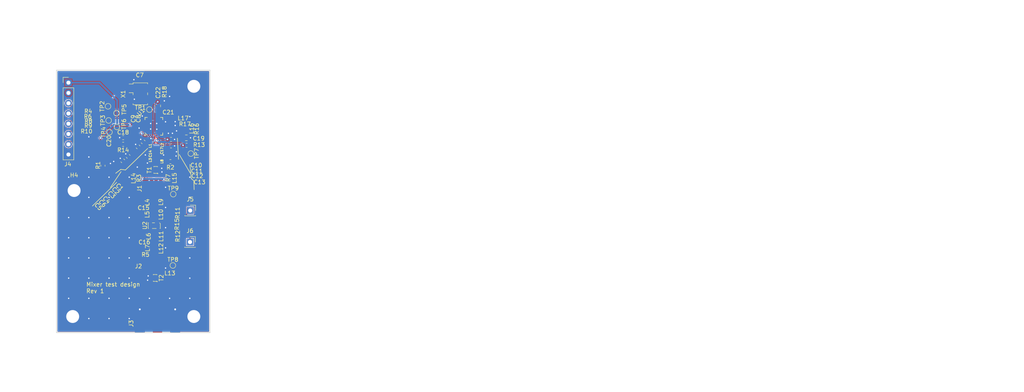
<source format=kicad_pcb>
(kicad_pcb (version 20171130) (host pcbnew 5.1.5-52549c5~84~ubuntu19.10.1)

  (general
    (thickness 1.6)
    (drawings 16)
    (tracks 461)
    (zones 0)
    (modules 81)
    (nets 53)
  )

  (page USLetter)
  (title_block
    (title "Project Title")
  )

  (layers
    (0 F.Cu signal)
    (31 B.Cu signal)
    (34 B.Paste user)
    (35 F.Paste user)
    (36 B.SilkS user)
    (37 F.SilkS user)
    (38 B.Mask user)
    (39 F.Mask user)
    (40 Dwgs.User user)
    (44 Edge.Cuts user)
    (45 Margin user)
    (46 B.CrtYd user)
    (47 F.CrtYd user)
    (48 B.Fab user)
    (49 F.Fab user)
  )

  (setup
    (last_trace_width 0.1524)
    (user_trace_width 0.1524)
    (user_trace_width 0.254)
    (user_trace_width 0.3302)
    (user_trace_width 0.508)
    (user_trace_width 0.762)
    (user_trace_width 1.27)
    (trace_clearance 0.127)
    (zone_clearance 0.127)
    (zone_45_only no)
    (trace_min 0.1524)
    (via_size 0.6858)
    (via_drill 0.3302)
    (via_min_size 0.6858)
    (via_min_drill 0.3302)
    (user_via 0.6858 0.3302)
    (user_via 0.762 0.4064)
    (user_via 0.8636 0.508)
    (uvia_size 0.6858)
    (uvia_drill 0.3302)
    (uvias_allowed no)
    (uvia_min_size 0)
    (uvia_min_drill 0)
    (edge_width 0.1524)
    (segment_width 0.1524)
    (pcb_text_width 0.1524)
    (pcb_text_size 1.016 1.016)
    (mod_edge_width 0.1524)
    (mod_text_size 1.016 1.016)
    (mod_text_width 0.1524)
    (pad_size 1.05 2)
    (pad_drill 0)
    (pad_to_mask_clearance 0.0508)
    (solder_mask_min_width 0.1016)
    (pad_to_paste_clearance -0.0762)
    (aux_axis_origin 0 0)
    (grid_origin 17 141)
    (visible_elements FFFFDF7D)
    (pcbplotparams
      (layerselection 0x310fc_ffffffff)
      (usegerberextensions true)
      (usegerberattributes true)
      (usegerberadvancedattributes false)
      (creategerberjobfile false)
      (excludeedgelayer true)
      (linewidth 0.100000)
      (plotframeref false)
      (viasonmask false)
      (mode 1)
      (useauxorigin false)
      (hpglpennumber 1)
      (hpglpenspeed 20)
      (hpglpendiameter 15.000000)
      (psnegative false)
      (psa4output false)
      (plotreference true)
      (plotvalue true)
      (plotinvisibletext false)
      (padsonsilk false)
      (subtractmaskfromsilk false)
      (outputformat 1)
      (mirror false)
      (drillshape 0)
      (scaleselection 1)
      (outputdirectory "test-mixer-gerbers"))
  )

  (net 0 "")
  (net 1 GND)
  (net 2 "Net-(C1-Pad1)")
  (net 3 /+3V3)
  (net 4 /VVCO_3V3)
  (net 5 "Net-(C14-Pad2)")
  (net 6 "Net-(C15-Pad2)")
  (net 7 "Net-(C15-Pad1)")
  (net 8 "Net-(C16-Pad2)")
  (net 9 "Net-(C16-Pad1)")
  (net 10 "Net-(C17-Pad2)")
  (net 11 "Net-(C18-Pad1)")
  (net 12 "Net-(C19-Pad1)")
  (net 13 "Net-(C20-Pad1)")
  (net 14 "Net-(C21-Pad1)")
  (net 15 "Net-(C22-Pad1)")
  (net 16 "Net-(J1-Pad2)")
  (net 17 "Net-(J1-Pad1)")
  (net 18 "Net-(J2-Pad2)")
  (net 19 "Net-(J2-Pad1)")
  (net 20 "Net-(J4-Pad7)")
  (net 21 "Net-(J4-Pad6)")
  (net 22 "Net-(J4-Pad5)")
  (net 23 "Net-(J4-Pad4)")
  (net 24 "Net-(J4-Pad3)")
  (net 25 "Net-(J5-Pad1)")
  (net 26 "Net-(J6-Pad1)")
  (net 27 "Net-(L3-Pad2)")
  (net 28 "Net-(L5-Pad2)")
  (net 29 "Net-(L6-Pad1)")
  (net 30 "Net-(L8-Pad2)")
  (net 31 "Net-(L10-Pad2)")
  (net 32 "Net-(L11-Pad1)")
  (net 33 "Net-(L13-Pad2)")
  (net 34 "Net-(L13-Pad1)")
  (net 35 "Net-(L14-Pad2)")
  (net 36 "Net-(L16-Pad1)")
  (net 37 "Net-(L17-Pad1)")
  (net 38 "Net-(R4-Pad2)")
  (net 39 "Net-(R6-Pad2)")
  (net 40 "Net-(R8-Pad2)")
  (net 41 "Net-(R9-Pad2)")
  (net 42 "Net-(R10-Pad2)")
  (net 43 "Net-(R18-Pad1)")
  (net 44 "Net-(T1-Pad6)")
  (net 45 "Net-(T2-Pad6)")
  (net 46 "Net-(TP1-Pad1)")
  (net 47 "Net-(X1-Pad1)")
  (net 48 /LO_OUT_P)
  (net 49 /LO_OUT_N)
  (net 50 /LO_BAL_P)
  (net 51 /LO_BAL_N)
  (net 52 /RF)

  (net_class Default "This is the default net class."
    (clearance 0.127)
    (trace_width 0.1524)
    (via_dia 0.6858)
    (via_drill 0.3302)
    (uvia_dia 0.6858)
    (uvia_drill 0.3302)
    (add_net /+3V3)
    (add_net /LO_BAL_N)
    (add_net /LO_BAL_P)
    (add_net /LO_OUT_N)
    (add_net /LO_OUT_P)
    (add_net /RF)
    (add_net /VVCO_3V3)
    (add_net GND)
    (add_net "Net-(C1-Pad1)")
    (add_net "Net-(C14-Pad2)")
    (add_net "Net-(C15-Pad1)")
    (add_net "Net-(C15-Pad2)")
    (add_net "Net-(C16-Pad1)")
    (add_net "Net-(C16-Pad2)")
    (add_net "Net-(C17-Pad2)")
    (add_net "Net-(C18-Pad1)")
    (add_net "Net-(C19-Pad1)")
    (add_net "Net-(C20-Pad1)")
    (add_net "Net-(C21-Pad1)")
    (add_net "Net-(C22-Pad1)")
    (add_net "Net-(J1-Pad1)")
    (add_net "Net-(J1-Pad2)")
    (add_net "Net-(J2-Pad1)")
    (add_net "Net-(J2-Pad2)")
    (add_net "Net-(J4-Pad3)")
    (add_net "Net-(J4-Pad4)")
    (add_net "Net-(J4-Pad5)")
    (add_net "Net-(J4-Pad6)")
    (add_net "Net-(J4-Pad7)")
    (add_net "Net-(J5-Pad1)")
    (add_net "Net-(J6-Pad1)")
    (add_net "Net-(L10-Pad2)")
    (add_net "Net-(L11-Pad1)")
    (add_net "Net-(L13-Pad1)")
    (add_net "Net-(L13-Pad2)")
    (add_net "Net-(L14-Pad2)")
    (add_net "Net-(L16-Pad1)")
    (add_net "Net-(L17-Pad1)")
    (add_net "Net-(L3-Pad2)")
    (add_net "Net-(L5-Pad2)")
    (add_net "Net-(L6-Pad1)")
    (add_net "Net-(L8-Pad2)")
    (add_net "Net-(R10-Pad2)")
    (add_net "Net-(R18-Pad1)")
    (add_net "Net-(R4-Pad2)")
    (add_net "Net-(R6-Pad2)")
    (add_net "Net-(R8-Pad2)")
    (add_net "Net-(R9-Pad2)")
    (add_net "Net-(T1-Pad6)")
    (add_net "Net-(T2-Pad6)")
    (add_net "Net-(TP1-Pad1)")
    (add_net "Net-(X1-Pad1)")
  )

  (module Capacitor_SMD:C_0402_1005Metric (layer F.Cu) (tedit 5B301BBE) (tstamp 5D95E97F)
    (at 42.1 96.65 270)
    (descr "Capacitor SMD 0402 (1005 Metric), square (rectangular) end terminal, IPC_7351 nominal, (Body size source: http://www.tortai-tech.com/upload/download/2011102023233369053.pdf), generated with kicad-footprint-generator")
    (tags capacitor)
    (path /5DAB6156)
    (attr smd)
    (fp_text reference C17 (at -0.7 -0.975 90) (layer F.SilkS)
      (effects (font (size 0.6 0.6) (thickness 0.15)))
    )
    (fp_text value "3.9 pF" (at 0 1.17 90) (layer F.Fab)
      (effects (font (size 1 1) (thickness 0.15)))
    )
    (fp_text user %R (at 0 0 90) (layer F.Fab)
      (effects (font (size 0.25 0.25) (thickness 0.04)))
    )
    (fp_line (start 0.93 0.47) (end -0.93 0.47) (layer F.CrtYd) (width 0.05))
    (fp_line (start 0.93 -0.47) (end 0.93 0.47) (layer F.CrtYd) (width 0.05))
    (fp_line (start -0.93 -0.47) (end 0.93 -0.47) (layer F.CrtYd) (width 0.05))
    (fp_line (start -0.93 0.47) (end -0.93 -0.47) (layer F.CrtYd) (width 0.05))
    (fp_line (start 0.5 0.25) (end -0.5 0.25) (layer F.Fab) (width 0.1))
    (fp_line (start 0.5 -0.25) (end 0.5 0.25) (layer F.Fab) (width 0.1))
    (fp_line (start -0.5 -0.25) (end 0.5 -0.25) (layer F.Fab) (width 0.1))
    (fp_line (start -0.5 0.25) (end -0.5 -0.25) (layer F.Fab) (width 0.1))
    (pad 2 smd roundrect (at 0.485 0 270) (size 0.59 0.64) (layers F.Cu F.Paste F.Mask) (roundrect_rratio 0.25)
      (net 10 "Net-(C17-Pad2)"))
    (pad 1 smd roundrect (at -0.485 0 270) (size 0.59 0.64) (layers F.Cu F.Paste F.Mask) (roundrect_rratio 0.25)
      (net 49 /LO_OUT_N))
    (model ${KISYS3DMOD}/Capacitor_SMD.3dshapes/C_0402_1005Metric.wrl
      (at (xyz 0 0 0))
      (scale (xyz 1 1 1))
      (rotate (xyz 0 0 0))
    )
  )

  (module MountingHole:MountingHole_3.2mm_M3_DIN965 (layer F.Cu) (tedit 56D1B4CB) (tstamp 5D95E9F0)
    (at 21.35 105.8)
    (descr "Mounting Hole 3.2mm, no annular, M3, DIN965")
    (tags "mounting hole 3.2mm no annular m3 din965")
    (path /5E220F89)
    (attr virtual)
    (fp_text reference H4 (at 0 -3.8) (layer F.SilkS)
      (effects (font (size 1 1) (thickness 0.15)))
    )
    (fp_text value MountingHole_Pad (at 0 3.8) (layer F.Fab)
      (effects (font (size 1 1) (thickness 0.15)))
    )
    (fp_circle (center 0 0) (end 3.05 0) (layer F.CrtYd) (width 0.05))
    (fp_circle (center 0 0) (end 2.8 0) (layer Cmts.User) (width 0.15))
    (fp_text user %R (at 0.3 0) (layer F.Fab)
      (effects (font (size 1 1) (thickness 0.15)))
    )
    (pad 1 np_thru_hole circle (at 0 0) (size 3.2 3.2) (drill 3.2) (layers *.Cu *.Mask)
      (net 1 GND))
  )

  (module Oscillator:Oscillator_SMD_SeikoEpson_SG8002LB-4Pin_5.0x3.2mm_HandSoldering (layer F.Cu) (tedit 58CD3345) (tstamp 5D9777E8)
    (at 37.75 81.85 270)
    (descr "SMD Crystal Oscillator Seiko Epson SG-8002LB https://support.epson.biz/td/api/doc_check.php?mode=dl&lang=en&Parts=SG-8002DC, hand-soldering, 5.0x3.2mm^2 package")
    (tags "SMD SMT crystal oscillator hand-soldering")
    (path /5DE2B7CD)
    (attr smd)
    (fp_text reference X1 (at 0.05 4.25 90) (layer F.SilkS)
      (effects (font (size 1 1) (thickness 0.15)))
    )
    (fp_text value ECS-5032MV-100-BN-TR (at 0 3.6 90) (layer F.Fab)
      (effects (font (size 1 1) (thickness 0.15)))
    )
    (fp_circle (center 0 0) (end 0.058333 0) (layer F.Adhes) (width 0.116667))
    (fp_circle (center 0 0) (end 0.133333 0) (layer F.Adhes) (width 0.083333))
    (fp_circle (center 0 0) (end 0.208333 0) (layer F.Adhes) (width 0.083333))
    (fp_circle (center 0 0) (end 0.25 0) (layer F.Adhes) (width 0.1))
    (fp_line (start 2.8 -2.9) (end -2.8 -2.9) (layer F.CrtYd) (width 0.05))
    (fp_line (start 2.8 2.9) (end 2.8 -2.9) (layer F.CrtYd) (width 0.05))
    (fp_line (start -2.8 2.9) (end 2.8 2.9) (layer F.CrtYd) (width 0.05))
    (fp_line (start -2.8 -2.9) (end -2.8 2.9) (layer F.CrtYd) (width 0.05))
    (fp_line (start -0.27 1.8) (end -0.27 2.8) (layer F.SilkS) (width 0.12))
    (fp_line (start 0.27 1.8) (end -0.27 1.8) (layer F.SilkS) (width 0.12))
    (fp_line (start -2.7 -1.8) (end -2.43 -1.8) (layer F.SilkS) (width 0.12))
    (fp_line (start -2.7 1.8) (end -2.7 -1.8) (layer F.SilkS) (width 0.12))
    (fp_line (start -2.43 1.8) (end -2.7 1.8) (layer F.SilkS) (width 0.12))
    (fp_line (start -2.43 2.8) (end -2.43 1.8) (layer F.SilkS) (width 0.12))
    (fp_line (start -0.27 -1.8) (end 0.27 -1.8) (layer F.SilkS) (width 0.12))
    (fp_line (start 2.7 1.8) (end 2.43 1.8) (layer F.SilkS) (width 0.12))
    (fp_line (start 2.7 -1.8) (end 2.7 1.8) (layer F.SilkS) (width 0.12))
    (fp_line (start 2.43 -1.8) (end 2.7 -1.8) (layer F.SilkS) (width 0.12))
    (fp_line (start -2.5 0.6) (end -1.5 1.6) (layer F.Fab) (width 0.1))
    (fp_line (start 2.5 -1.6) (end -2.5 -1.6) (layer F.Fab) (width 0.1))
    (fp_line (start 2.5 1.6) (end 2.5 -1.6) (layer F.Fab) (width 0.1))
    (fp_line (start -2.5 1.6) (end 2.5 1.6) (layer F.Fab) (width 0.1))
    (fp_line (start -2.5 -1.6) (end -2.5 1.6) (layer F.Fab) (width 0.1))
    (fp_text user %R (at 0 0 90) (layer F.Fab)
      (effects (font (size 1 1) (thickness 0.15)))
    )
    (pad 4 smd rect (at -1.35 -1.475 270) (size 1.76 2.25) (layers F.Cu F.Paste F.Mask)
      (net 3 /+3V3))
    (pad 3 smd rect (at 1.35 -1.475 270) (size 1.76 2.25) (layers F.Cu F.Paste F.Mask)
      (net 46 "Net-(TP1-Pad1)"))
    (pad 2 smd rect (at 1.35 1.475 270) (size 1.76 2.25) (layers F.Cu F.Paste F.Mask)
      (net 1 GND))
    (pad 1 smd rect (at -1.35 1.475 270) (size 1.76 2.25) (layers F.Cu F.Paste F.Mask)
      (net 47 "Net-(X1-Pad1)"))
    (model ${KISYS3DMOD}/Oscillator.3dshapes/Oscillator_SMD_SeikoEpson_SG8002LB-4Pin_5.0x3.2mm_HandSoldering.wrl
      (at (xyz 0 0 0))
      (scale (xyz 1 1 1))
      (rotate (xyz 0 0 0))
    )
  )

  (module discrete_footprints:NXP_SOT143B (layer F.Cu) (tedit 5D822A3A) (tstamp 5D95ED65)
    (at 41.2 114.5 180)
    (path /5DA76B26)
    (fp_text reference U2 (at 2.325 0.05 90) (layer F.SilkS)
      (effects (font (size 1 1) (thickness 0.15)))
    )
    (fp_text value BAT15-099R (at 0 -2.4) (layer F.Fab)
      (effects (font (size 1 1) (thickness 0.15)))
    )
    (fp_line (start -1.6 0.8) (end -1.6 -0.8) (layer F.Fab) (width 0.12))
    (fp_line (start 1.6 0.8) (end -1.6 0.8) (layer F.Fab) (width 0.12))
    (fp_line (start 1.6 -0.8) (end 1.6 0.8) (layer F.Fab) (width 0.12))
    (fp_line (start -1.6 -0.8) (end 1.6 -0.8) (layer F.Fab) (width 0.12))
    (fp_line (start -1.5 -0.7) (end -1.4 -0.7) (layer F.SilkS) (width 0.12))
    (fp_line (start 1.4 -0.7) (end 1.5 -0.7) (layer F.SilkS) (width 0.12))
    (fp_line (start 1.5 0.7) (end 1.4 0.7) (layer F.SilkS) (width 0.12))
    (fp_line (start -1.5 0.5) (end -1.3 0.7) (layer F.SilkS) (width 0.12))
    (fp_line (start -1.5 -0.7) (end -1.5 0.5) (layer F.SilkS) (width 0.12))
    (fp_line (start 1.5 -0.7) (end 1.5 0.7) (layer F.SilkS) (width 0.12))
    (fp_line (start -0.1 0.7) (end 0.5 0.7) (layer F.SilkS) (width 0.12))
    (fp_line (start -0.5 -0.7) (end 0.5 -0.7) (layer F.SilkS) (width 0.12))
    (fp_line (start -1.65 1.5) (end -1.65 -1.5) (layer F.CrtYd) (width 0.12))
    (fp_line (start 1.65 1.5) (end -1.65 1.5) (layer F.CrtYd) (width 0.12))
    (fp_line (start 1.65 -1.5) (end 1.65 1.5) (layer F.CrtYd) (width 0.12))
    (fp_line (start -1.65 -1.5) (end 1.65 -1.5) (layer F.CrtYd) (width 0.12))
    (pad 1 smd rect (at -0.75 1 180) (size 0.9 0.7) (layers F.Cu F.Paste F.Mask)
      (net 31 "Net-(L10-Pad2)") (solder_mask_margin 0.05) (solder_paste_margin -0.05))
    (pad 2 smd rect (at 0.95 1 180) (size 0.7 0.7) (layers F.Cu F.Paste F.Mask)
      (net 28 "Net-(L5-Pad2)") (solder_mask_margin 0.05) (solder_paste_margin -0.05))
    (pad 3 smd rect (at 0.95 -1 180) (size 0.7 0.7) (layers F.Cu F.Paste F.Mask)
      (net 29 "Net-(L6-Pad1)") (solder_mask_margin 0.05) (solder_paste_margin -0.05))
    (pad 4 smd rect (at -0.95 -1 180) (size 0.7 0.7) (layers F.Cu F.Paste F.Mask)
      (net 32 "Net-(L11-Pad1)") (solder_mask_margin 0.05) (solder_paste_margin -0.05))
  )

  (module discrete_footprints:Analog_CP-24-14 (layer F.Cu) (tedit 5D819C21) (tstamp 5D95ED4D)
    (at 41.1 89.9 90)
    (path /5DA76432)
    (fp_text reference U1 (at 3.525 -3.2 225) (layer F.SilkS)
      (effects (font (size 1 1) (thickness 0.15)))
    )
    (fp_text value ADF4360-7BCPZ (at 0 -0.5 90) (layer F.Fab) hide
      (effects (font (size 1 1) (thickness 0.15)))
    )
    (fp_line (start -2.2 -1.525) (end -2.3 -1.525) (layer F.CrtYd) (width 0.15))
    (fp_line (start -2.2 1.525) (end -2.2 -1.525) (layer F.CrtYd) (width 0.15))
    (fp_line (start -2.3 1.525) (end -2.2 1.525) (layer F.CrtYd) (width 0.15))
    (fp_line (start -2.3 2.3) (end -2.3 1.525) (layer F.CrtYd) (width 0.15))
    (fp_line (start 2.3 2.3) (end -2.3 2.3) (layer F.CrtYd) (width 0.15))
    (fp_line (start 2.3 1.525) (end 2.3 2.3) (layer F.CrtYd) (width 0.15))
    (fp_line (start 2.2 1.525) (end 2.3 1.525) (layer F.CrtYd) (width 0.15))
    (fp_line (start 2.2 -1.525) (end 2.2 1.525) (layer F.CrtYd) (width 0.15))
    (fp_line (start 2.3 -1.525) (end 2.2 -1.525) (layer F.CrtYd) (width 0.15))
    (fp_line (start 2.3 -2.3) (end 2.3 -1.525) (layer F.CrtYd) (width 0.15))
    (fp_line (start -2.3 -2.3) (end 2.3 -2.3) (layer F.CrtYd) (width 0.15))
    (fp_line (start -2.3 -1.525) (end -2.3 -2.3) (layer F.CrtYd) (width 0.15))
    (fp_line (start -2.05 -1.75) (end -2.05 2.05) (layer F.Fab) (width 0.15))
    (fp_line (start -2.05 2.05) (end 2.05 2.05) (layer F.Fab) (width 0.15))
    (fp_line (start 2.05 2.05) (end 2.05 -2.05) (layer F.Fab) (width 0.15))
    (fp_line (start 2.05 -2.05) (end -1.75 -2.05) (layer F.Fab) (width 0.15))
    (fp_line (start -1.75 -2.05) (end -2.05 -1.75) (layer F.Fab) (width 0.15))
    (fp_circle (center -2.2 -2.2) (end -2.2 -2.35) (layer F.SilkS) (width 0.15))
    (fp_line (start 2.2 -2.2) (end 1.625 -2.2) (layer F.SilkS) (width 0.15))
    (fp_line (start 2.2 -1.625) (end 2.2 -2.2) (layer F.SilkS) (width 0.15))
    (fp_line (start 2.2 2.2) (end 2.2 1.625) (layer F.SilkS) (width 0.15))
    (fp_line (start 1.625 2.2) (end 2.2 2.2) (layer F.SilkS) (width 0.15))
    (fp_line (start -1.625 2.2) (end -2.2 2.2) (layer F.SilkS) (width 0.15))
    (fp_line (start -2.2 2.2) (end -2.2 1.625) (layer F.SilkS) (width 0.15))
    (fp_line (start -2.2 -1.625) (end -1.625 -2.2) (layer F.SilkS) (width 0.15))
    (fp_text user %R (at 0 0 90) (layer F.Fab)
      (effects (font (size 1 1) (thickness 0.15)))
    )
    (pad 0 smd rect (at 0 0 90) (size 2.44 2.44) (layers F.Cu F.Paste F.Mask)
      (net 1 GND) (solder_mask_margin 0.05))
    (pad 24 smd rect (at -1.25 -1.8 90) (size 0.35 0.5) (layers F.Cu F.Paste F.Mask)
      (net 11 "Net-(C18-Pad1)") (solder_mask_margin 0.05))
    (pad 23 smd rect (at -0.75 -1.8 90) (size 0.35 0.5) (layers F.Cu F.Paste F.Mask)
      (net 42 "Net-(R10-Pad2)") (solder_mask_margin 0.05))
    (pad 22 smd rect (at -0.25 -1.8 90) (size 0.35 0.5) (layers F.Cu F.Paste F.Mask)
      (net 1 GND) (solder_mask_margin 0.05))
    (pad 21 smd rect (at 0.25 -1.8 90) (size 0.35 0.5) (layers F.Cu F.Paste F.Mask)
      (net 3 /+3V3) (solder_mask_margin 0.05))
    (pad 20 smd rect (at 0.75 -1.8 90) (size 0.35 0.5) (layers F.Cu F.Paste F.Mask)
      (net 41 "Net-(R9-Pad2)") (solder_mask_margin 0.05))
    (pad 19 smd rect (at 1.25 -1.8 90) (size 0.35 0.5) (layers F.Cu F.Paste F.Mask)
      (net 40 "Net-(R8-Pad2)") (solder_mask_margin 0.05))
    (pad 18 smd rect (at 1.8 -1.25 90) (size 0.5 0.35) (layers F.Cu F.Paste F.Mask)
      (net 39 "Net-(R6-Pad2)") (solder_mask_margin 0.05))
    (pad 17 smd rect (at 1.8 -0.75 90) (size 0.5 0.35) (layers F.Cu F.Paste F.Mask)
      (net 38 "Net-(R4-Pad2)") (solder_mask_margin 0.05))
    (pad 16 smd rect (at 1.8 -0.25 90) (size 0.5 0.35) (layers F.Cu F.Paste F.Mask)
      (net 46 "Net-(TP1-Pad1)") (solder_mask_margin 0.05))
    (pad 15 smd rect (at 1.8 0.25 90) (size 0.5 0.35) (layers F.Cu F.Paste F.Mask)
      (net 1 GND) (solder_mask_margin 0.05))
    (pad 14 smd rect (at 1.8 0.75 90) (size 0.5 0.35) (layers F.Cu F.Paste F.Mask)
      (net 15 "Net-(C22-Pad1)") (solder_mask_margin 0.05))
    (pad 13 smd rect (at 1.8 1.25 90) (size 0.5 0.35) (layers F.Cu F.Paste F.Mask)
      (net 43 "Net-(R18-Pad1)") (solder_mask_margin 0.05))
    (pad 12 smd rect (at 1.25 1.8 90) (size 0.35 0.5) (layers F.Cu F.Paste F.Mask)
      (net 14 "Net-(C21-Pad1)") (solder_mask_margin 0.05))
    (pad 11 smd rect (at 0.75 1.8 90) (size 0.35 0.5) (layers F.Cu F.Paste F.Mask)
      (net 1 GND) (solder_mask_margin 0.05))
    (pad 10 smd rect (at 0.25 1.8 90) (size 0.35 0.5) (layers F.Cu F.Paste F.Mask)
      (net 37 "Net-(L17-Pad1)") (solder_mask_margin 0.05))
    (pad 9 smd rect (at -0.25 1.8 90) (size 0.35 0.5) (layers F.Cu F.Paste F.Mask)
      (net 36 "Net-(L16-Pad1)") (solder_mask_margin 0.05))
    (pad 8 smd rect (at -0.75 1.8 90) (size 0.35 0.5) (layers F.Cu F.Paste F.Mask)
      (net 1 GND) (solder_mask_margin 0.05))
    (pad 7 smd rect (at -1.25 1.8 90) (size 0.35 0.5) (layers F.Cu F.Paste F.Mask)
      (net 12 "Net-(C19-Pad1)") (solder_mask_margin 0.05))
    (pad 6 smd rect (at -1.8 1.25 90) (size 0.5 0.35) (layers F.Cu F.Paste F.Mask)
      (net 4 /VVCO_3V3) (solder_mask_margin 0.05))
    (pad 5 smd rect (at -1.8 0.75 90) (size 0.5 0.35) (layers F.Cu F.Paste F.Mask)
      (net 49 /LO_OUT_N) (solder_mask_margin 0.05))
    (pad 4 smd rect (at -1.8 0.25 90) (size 0.5 0.35) (layers F.Cu F.Paste F.Mask)
      (net 48 /LO_OUT_P) (solder_mask_margin 0.05))
    (pad 3 smd rect (at -1.8 -0.25 90) (size 0.5 0.35) (layers F.Cu F.Paste F.Mask)
      (net 1 GND) (solder_mask_margin 0.05))
    (pad 2 smd rect (at -1.8 -0.75 90) (size 0.5 0.35) (layers F.Cu F.Paste F.Mask)
      (net 2 "Net-(C1-Pad1)") (solder_mask_margin 0.05))
    (pad 1 smd rect (at -1.8 -1.25 90) (size 0.5 0.35) (layers F.Cu F.Paste F.Mask)
      (net 1 GND) (solder_mask_margin 0.05))
  )

  (module TestPoint:TestPoint_Pad_D1.0mm (layer F.Cu) (tedit 5A0F774F) (tstamp 5D95ED16)
    (at 45.9 106.7)
    (descr "SMD pad as test Point, diameter 1.0mm")
    (tags "test point SMD pad")
    (path /5E0822FA)
    (attr virtual)
    (fp_text reference TP9 (at 0 -1.448) (layer F.SilkS)
      (effects (font (size 1 1) (thickness 0.15)))
    )
    (fp_text value - (at 0 1.55) (layer F.Fab)
      (effects (font (size 1 1) (thickness 0.15)))
    )
    (fp_circle (center 0 0) (end 0 0.7) (layer F.SilkS) (width 0.12))
    (fp_circle (center 0 0) (end 1 0) (layer F.CrtYd) (width 0.05))
    (fp_text user %R (at 0 -1.45) (layer F.Fab)
      (effects (font (size 1 1) (thickness 0.15)))
    )
    (pad 1 smd circle (at 0 0) (size 1 1) (layers F.Cu F.Mask)
      (net 35 "Net-(L14-Pad2)"))
  )

  (module TestPoint:TestPoint_Pad_D1.0mm (layer F.Cu) (tedit 5A0F774F) (tstamp 5D95ED0E)
    (at 45.8 124.35)
    (descr "SMD pad as test Point, diameter 1.0mm")
    (tags "test point SMD pad")
    (path /5E092741)
    (attr virtual)
    (fp_text reference TP8 (at 0 -1.448) (layer F.SilkS)
      (effects (font (size 1 1) (thickness 0.15)))
    )
    (fp_text value - (at 0 1.55) (layer F.Fab)
      (effects (font (size 1 1) (thickness 0.15)))
    )
    (fp_circle (center 0 0) (end 0 0.7) (layer F.SilkS) (width 0.12))
    (fp_circle (center 0 0) (end 1 0) (layer F.CrtYd) (width 0.05))
    (fp_text user %R (at 0 -1.45) (layer F.Fab)
      (effects (font (size 1 1) (thickness 0.15)))
    )
    (pad 1 smd circle (at 0 0) (size 1 1) (layers F.Cu F.Mask)
      (net 33 "Net-(L13-Pad2)"))
  )

  (module TestPoint:TestPoint_Pad_D1.0mm (layer F.Cu) (tedit 5A0F774F) (tstamp 5D95ED06)
    (at 50.25 96.65 270)
    (descr "SMD pad as test Point, diameter 1.0mm")
    (tags "test point SMD pad")
    (path /5DFDF57E)
    (attr virtual)
    (fp_text reference TP7 (at 0 -1.448 90) (layer F.SilkS)
      (effects (font (size 1 1) (thickness 0.15)))
    )
    (fp_text value - (at 0 1.55 90) (layer F.Fab)
      (effects (font (size 1 1) (thickness 0.15)))
    )
    (fp_circle (center 0 0) (end 0 0.7) (layer F.SilkS) (width 0.12))
    (fp_circle (center 0 0) (end 1 0) (layer F.CrtYd) (width 0.05))
    (fp_text user %R (at 0 -1.45 90) (layer F.Fab)
      (effects (font (size 1 1) (thickness 0.15)))
    )
    (pad 1 smd circle (at 0 0 270) (size 1 1) (layers F.Cu F.Mask)
      (net 12 "Net-(C19-Pad1)"))
  )

  (module TestPoint:TestPoint_Pad_D1.0mm (layer F.Cu) (tedit 5A0F774F) (tstamp 5D95ECFE)
    (at 31.95 90.05 90)
    (descr "SMD pad as test Point, diameter 1.0mm")
    (tags "test point SMD pad")
    (path /5DE95014)
    (attr virtual)
    (fp_text reference TP6 (at 0.7 1.75 90) (layer F.SilkS)
      (effects (font (size 1 1) (thickness 0.15)))
    )
    (fp_text value - (at 0 1.55 90) (layer F.Fab)
      (effects (font (size 1 1) (thickness 0.15)))
    )
    (fp_circle (center 0 0) (end 0 0.7) (layer F.SilkS) (width 0.12))
    (fp_circle (center 0 0) (end 1 0) (layer F.CrtYd) (width 0.05))
    (fp_text user %R (at 0 -1.45 90) (layer F.Fab)
      (effects (font (size 1 1) (thickness 0.15)))
    )
    (pad 1 smd circle (at 0 0 90) (size 1 1) (layers F.Cu F.Mask)
      (net 41 "Net-(R9-Pad2)"))
  )

  (module TestPoint:TestPoint_Pad_D1.0mm (layer F.Cu) (tedit 5A0F774F) (tstamp 5D95ECF6)
    (at 31.85 86.65 90)
    (descr "SMD pad as test Point, diameter 1.0mm")
    (tags "test point SMD pad")
    (path /5DE9428F)
    (attr virtual)
    (fp_text reference TP5 (at 0.925 1.9 90) (layer F.SilkS)
      (effects (font (size 1 1) (thickness 0.15)))
    )
    (fp_text value - (at 0 1.55 90) (layer F.Fab)
      (effects (font (size 1 1) (thickness 0.15)))
    )
    (fp_circle (center 0 0) (end 0 0.7) (layer F.SilkS) (width 0.12))
    (fp_circle (center 0 0) (end 1 0) (layer F.CrtYd) (width 0.05))
    (fp_text user %R (at 0 -1.45 90) (layer F.Fab)
      (effects (font (size 1 1) (thickness 0.15)))
    )
    (pad 1 smd circle (at 0 0 90) (size 1 1) (layers F.Cu F.Mask)
      (net 39 "Net-(R6-Pad2)"))
  )

  (module TestPoint:TestPoint_Pad_D1.0mm (layer F.Cu) (tedit 5A0F774F) (tstamp 5D95ECEE)
    (at 30.1 91.35 90)
    (descr "SMD pad as test Point, diameter 1.0mm")
    (tags "test point SMD pad")
    (path /5DE95359)
    (attr virtual)
    (fp_text reference TP4 (at 0 -1.448 90) (layer F.SilkS)
      (effects (font (size 1 1) (thickness 0.15)))
    )
    (fp_text value - (at 0 1.55 90) (layer F.Fab)
      (effects (font (size 1 1) (thickness 0.15)))
    )
    (fp_circle (center 0 0) (end 0 0.7) (layer F.SilkS) (width 0.12))
    (fp_circle (center 0 0) (end 1 0) (layer F.CrtYd) (width 0.05))
    (fp_text user %R (at 0 -1.45 90) (layer F.Fab)
      (effects (font (size 1 1) (thickness 0.15)))
    )
    (pad 1 smd circle (at 0 0 90) (size 1 1) (layers F.Cu F.Mask)
      (net 42 "Net-(R10-Pad2)"))
  )

  (module TestPoint:TestPoint_Pad_D1.0mm (layer F.Cu) (tedit 5A0F774F) (tstamp 5D95ECE6)
    (at 29.9 88.45 90)
    (descr "SMD pad as test Point, diameter 1.0mm")
    (tags "test point SMD pad")
    (path /5DE94CF9)
    (attr virtual)
    (fp_text reference TP3 (at 0 -1.448 90) (layer F.SilkS)
      (effects (font (size 1 1) (thickness 0.15)))
    )
    (fp_text value - (at 0 1.55 90) (layer F.Fab)
      (effects (font (size 1 1) (thickness 0.15)))
    )
    (fp_circle (center 0 0) (end 0 0.7) (layer F.SilkS) (width 0.12))
    (fp_circle (center 0 0) (end 1 0) (layer F.CrtYd) (width 0.05))
    (fp_text user %R (at 0 -1.45 90) (layer F.Fab)
      (effects (font (size 1 1) (thickness 0.15)))
    )
    (pad 1 smd circle (at 0 0 90) (size 1 1) (layers F.Cu F.Mask)
      (net 40 "Net-(R8-Pad2)"))
  )

  (module TestPoint:TestPoint_Pad_D1.0mm (layer F.Cu) (tedit 5A0F774F) (tstamp 5D95ECDE)
    (at 29.75 84.95 90)
    (descr "SMD pad as test Point, diameter 1.0mm")
    (tags "test point SMD pad")
    (path /5DE93CCA)
    (attr virtual)
    (fp_text reference TP2 (at 0 -1.448 90) (layer F.SilkS)
      (effects (font (size 1 1) (thickness 0.15)))
    )
    (fp_text value - (at 0 1.55 90) (layer F.Fab)
      (effects (font (size 1 1) (thickness 0.15)))
    )
    (fp_circle (center 0 0) (end 0 0.7) (layer F.SilkS) (width 0.12))
    (fp_circle (center 0 0) (end 1 0) (layer F.CrtYd) (width 0.05))
    (fp_text user %R (at 0 -1.45 90) (layer F.Fab)
      (effects (font (size 1 1) (thickness 0.15)))
    )
    (pad 1 smd circle (at 0 0 90) (size 1 1) (layers F.Cu F.Mask)
      (net 38 "Net-(R4-Pad2)"))
  )

  (module TestPoint:TestPoint_Pad_D1.0mm (layer F.Cu) (tedit 5A0F774F) (tstamp 5D97773D)
    (at 40 85.75)
    (descr "SMD pad as test Point, diameter 1.0mm")
    (tags "test point SMD pad")
    (path /5DE6EE49)
    (attr virtual)
    (fp_text reference TP1 (at -2.25 -0.475) (layer F.SilkS)
      (effects (font (size 1 1) (thickness 0.15)))
    )
    (fp_text value - (at 0 1.55) (layer F.Fab)
      (effects (font (size 1 1) (thickness 0.15)))
    )
    (fp_circle (center 0 0) (end 0 0.7) (layer F.SilkS) (width 0.12))
    (fp_circle (center 0 0) (end 1 0) (layer F.CrtYd) (width 0.05))
    (fp_text user %R (at 0 -1.45) (layer F.Fab)
      (effects (font (size 1 1) (thickness 0.15)))
    )
    (pad 1 smd circle (at 0 0) (size 1 1) (layers F.Cu F.Mask)
      (net 46 "Net-(TP1-Pad1)"))
  )

  (module discrete_footprints:TDK_HHM17147A1 (layer F.Cu) (tedit 5D8190F1) (tstamp 5D95ECCE)
    (at 41.4 127.45 90)
    (path /5DA9CA7F)
    (fp_text reference T2 (at 0 1.55 90) (layer F.SilkS)
      (effects (font (size 1 1) (thickness 0.15)))
    )
    (fp_text value HHM17147A1 (at 0 -1.75 90) (layer F.Fab)
      (effects (font (size 1 1) (thickness 0.15)))
    )
    (fp_text user %R (at 0 0 90) (layer F.Fab)
      (effects (font (size 0.5 0.5) (thickness 0.125)))
    )
    (fp_line (start -0.8 -0.55) (end -0.8 -0.85) (layer F.CrtYd) (width 0.12))
    (fp_line (start -0.95 -0.55) (end -0.8 -0.55) (layer F.CrtYd) (width 0.12))
    (fp_line (start -0.95 0.6) (end -0.95 -0.55) (layer F.CrtYd) (width 0.12))
    (fp_line (start -0.8 0.6) (end -0.95 0.6) (layer F.CrtYd) (width 0.12))
    (fp_line (start -0.8 0.85) (end -0.8 0.6) (layer F.CrtYd) (width 0.12))
    (fp_line (start 0.8 0.85) (end -0.8 0.85) (layer F.CrtYd) (width 0.12))
    (fp_line (start 0.8 0.6) (end 0.8 0.85) (layer F.CrtYd) (width 0.12))
    (fp_line (start 0.95 0.6) (end 0.8 0.6) (layer F.CrtYd) (width 0.12))
    (fp_line (start 0.95 -0.6) (end 0.95 0.6) (layer F.CrtYd) (width 0.12))
    (fp_line (start 0.8 -0.6) (end 0.95 -0.6) (layer F.CrtYd) (width 0.12))
    (fp_line (start 0.8 -0.85) (end 0.8 -0.6) (layer F.CrtYd) (width 0.12))
    (fp_line (start -0.8 -0.85) (end 0.8 -0.85) (layer F.CrtYd) (width 0.12))
    (fp_circle (center -0.9 0.5) (end -0.95 0.55) (layer F.SilkS) (width 0.12))
    (fp_line (start 0.85 -0.45) (end 0.75 -0.45) (layer F.SilkS) (width 0.12))
    (fp_line (start 0.85 0.45) (end 0.85 -0.45) (layer F.SilkS) (width 0.12))
    (fp_line (start 0.75 0.45) (end 0.85 0.45) (layer F.SilkS) (width 0.12))
    (fp_line (start -0.85 0.35) (end -0.75 0.45) (layer F.SilkS) (width 0.12))
    (fp_line (start -0.85 -0.45) (end -0.85 0.35) (layer F.SilkS) (width 0.12))
    (fp_line (start -0.75 -0.45) (end -0.85 -0.45) (layer F.SilkS) (width 0.12))
    (fp_line (start -0.9 0.35) (end -0.8 0.5) (layer F.Fab) (width 0.12))
    (fp_line (start -0.9 -0.5) (end -0.9 0.35) (layer F.Fab) (width 0.12))
    (fp_line (start 0.9 -0.5) (end -0.9 -0.5) (layer F.Fab) (width 0.12))
    (fp_line (start 0.9 0.5) (end 0.9 -0.5) (layer F.Fab) (width 0.12))
    (fp_line (start -0.8 0.5) (end 0.9 0.5) (layer F.Fab) (width 0.12))
    (pad 6 smd rect (at -0.55 -0.5 90) (size 0.3 0.5) (layers F.Cu F.Paste F.Mask)
      (net 45 "Net-(T2-Pad6)"))
    (pad 5 smd rect (at 0 -0.5 90) (size 0.3 0.5) (layers F.Cu F.Paste F.Mask)
      (net 1 GND))
    (pad 4 smd rect (at 0.55 -0.5 90) (size 0.3 0.5) (layers F.Cu F.Paste F.Mask)
      (net 19 "Net-(J2-Pad1)"))
    (pad 3 smd rect (at 0.55 0.5 90) (size 0.3 0.5) (layers F.Cu F.Paste F.Mask)
      (net 18 "Net-(J2-Pad2)"))
    (pad 2 smd rect (at 0 0.5 90) (size 0.3 0.5) (layers F.Cu F.Paste F.Mask)
      (net 34 "Net-(L13-Pad1)"))
    (pad 1 smd rect (at -0.55 0.5 90) (size 0.3 0.5) (layers F.Cu F.Paste F.Mask)
      (net 52 /RF))
  )

  (module discrete_footprints:TDK_HHM17147A1 (layer F.Cu) (tedit 5D8190F1) (tstamp 5D95ECAB)
    (at 41.55 100.7 90)
    (path /5DAED799)
    (fp_text reference T1 (at -0.025 -1.575 90) (layer F.SilkS)
      (effects (font (size 1 1) (thickness 0.15)))
    )
    (fp_text value HHM17147A1 (at 0 -1.75 90) (layer F.Fab)
      (effects (font (size 1 1) (thickness 0.15)))
    )
    (fp_text user %R (at 0 0 90) (layer F.Fab)
      (effects (font (size 0.5 0.5) (thickness 0.125)))
    )
    (fp_line (start -0.8 -0.55) (end -0.8 -0.85) (layer F.CrtYd) (width 0.12))
    (fp_line (start -0.95 -0.55) (end -0.8 -0.55) (layer F.CrtYd) (width 0.12))
    (fp_line (start -0.95 0.6) (end -0.95 -0.55) (layer F.CrtYd) (width 0.12))
    (fp_line (start -0.8 0.6) (end -0.95 0.6) (layer F.CrtYd) (width 0.12))
    (fp_line (start -0.8 0.85) (end -0.8 0.6) (layer F.CrtYd) (width 0.12))
    (fp_line (start 0.8 0.85) (end -0.8 0.85) (layer F.CrtYd) (width 0.12))
    (fp_line (start 0.8 0.6) (end 0.8 0.85) (layer F.CrtYd) (width 0.12))
    (fp_line (start 0.95 0.6) (end 0.8 0.6) (layer F.CrtYd) (width 0.12))
    (fp_line (start 0.95 -0.6) (end 0.95 0.6) (layer F.CrtYd) (width 0.12))
    (fp_line (start 0.8 -0.6) (end 0.95 -0.6) (layer F.CrtYd) (width 0.12))
    (fp_line (start 0.8 -0.85) (end 0.8 -0.6) (layer F.CrtYd) (width 0.12))
    (fp_line (start -0.8 -0.85) (end 0.8 -0.85) (layer F.CrtYd) (width 0.12))
    (fp_circle (center -0.9 0.5) (end -0.95 0.55) (layer F.SilkS) (width 0.12))
    (fp_line (start 0.85 -0.45) (end 0.75 -0.45) (layer F.SilkS) (width 0.12))
    (fp_line (start 0.85 0.45) (end 0.85 -0.45) (layer F.SilkS) (width 0.12))
    (fp_line (start 0.75 0.45) (end 0.85 0.45) (layer F.SilkS) (width 0.12))
    (fp_line (start -0.85 0.35) (end -0.75 0.45) (layer F.SilkS) (width 0.12))
    (fp_line (start -0.85 -0.45) (end -0.85 0.35) (layer F.SilkS) (width 0.12))
    (fp_line (start -0.75 -0.45) (end -0.85 -0.45) (layer F.SilkS) (width 0.12))
    (fp_line (start -0.9 0.35) (end -0.8 0.5) (layer F.Fab) (width 0.12))
    (fp_line (start -0.9 -0.5) (end -0.9 0.35) (layer F.Fab) (width 0.12))
    (fp_line (start 0.9 -0.5) (end -0.9 -0.5) (layer F.Fab) (width 0.12))
    (fp_line (start 0.9 0.5) (end 0.9 -0.5) (layer F.Fab) (width 0.12))
    (fp_line (start -0.8 0.5) (end 0.9 0.5) (layer F.Fab) (width 0.12))
    (pad 6 smd rect (at -0.55 -0.5 90) (size 0.3 0.5) (layers F.Cu F.Paste F.Mask)
      (net 44 "Net-(T1-Pad6)"))
    (pad 5 smd rect (at 0 -0.5 90) (size 0.3 0.5) (layers F.Cu F.Paste F.Mask)
      (net 50 /LO_BAL_P))
    (pad 4 smd rect (at 0.55 -0.5 90) (size 0.3 0.5) (layers F.Cu F.Paste F.Mask)
      (net 27 "Net-(L3-Pad2)"))
    (pad 3 smd rect (at 0.55 0.5 90) (size 0.3 0.5) (layers F.Cu F.Paste F.Mask)
      (net 30 "Net-(L8-Pad2)"))
    (pad 2 smd rect (at 0 0.5 90) (size 0.3 0.5) (layers F.Cu F.Paste F.Mask)
      (net 1 GND))
    (pad 1 smd rect (at -0.55 0.5 90) (size 0.3 0.5) (layers F.Cu F.Paste F.Mask)
      (net 51 /LO_BAL_N))
  )

  (module Resistor_SMD:R_0402_1005Metric (layer F.Cu) (tedit 5B301BBD) (tstamp 5D95EC88)
    (at 43.65 84.9 90)
    (descr "Resistor SMD 0402 (1005 Metric), square (rectangular) end terminal, IPC_7351 nominal, (Body size source: http://www.tortai-tech.com/upload/download/2011102023233369053.pdf), generated with kicad-footprint-generator")
    (tags resistor)
    (path /5DCB190E)
    (attr smd)
    (fp_text reference R18 (at 3.525 0.075 90) (layer F.SilkS)
      (effects (font (size 1 1) (thickness 0.15)))
    )
    (fp_text value "4k7 R" (at 0 1.17 90) (layer F.Fab)
      (effects (font (size 1 1) (thickness 0.15)))
    )
    (fp_text user %R (at 0 0 90) (layer F.Fab)
      (effects (font (size 0.25 0.25) (thickness 0.04)))
    )
    (fp_line (start 0.93 0.47) (end -0.93 0.47) (layer F.CrtYd) (width 0.05))
    (fp_line (start 0.93 -0.47) (end 0.93 0.47) (layer F.CrtYd) (width 0.05))
    (fp_line (start -0.93 -0.47) (end 0.93 -0.47) (layer F.CrtYd) (width 0.05))
    (fp_line (start -0.93 0.47) (end -0.93 -0.47) (layer F.CrtYd) (width 0.05))
    (fp_line (start 0.5 0.25) (end -0.5 0.25) (layer F.Fab) (width 0.1))
    (fp_line (start 0.5 -0.25) (end 0.5 0.25) (layer F.Fab) (width 0.1))
    (fp_line (start -0.5 -0.25) (end 0.5 -0.25) (layer F.Fab) (width 0.1))
    (fp_line (start -0.5 0.25) (end -0.5 -0.25) (layer F.Fab) (width 0.1))
    (pad 2 smd roundrect (at 0.485 0 90) (size 0.59 0.64) (layers F.Cu F.Paste F.Mask) (roundrect_rratio 0.25)
      (net 1 GND))
    (pad 1 smd roundrect (at -0.485 0 90) (size 0.59 0.64) (layers F.Cu F.Paste F.Mask) (roundrect_rratio 0.25)
      (net 43 "Net-(R18-Pad1)"))
    (model ${KISYS3DMOD}/Resistor_SMD.3dshapes/R_0402_1005Metric.wrl
      (at (xyz 0 0 0))
      (scale (xyz 1 1 1))
      (rotate (xyz 0 0 0))
    )
  )

  (module Resistor_SMD:R_0402_1005Metric (layer F.Cu) (tedit 5B301BBD) (tstamp 5D95EC79)
    (at 45.9 89.7)
    (descr "Resistor SMD 0402 (1005 Metric), square (rectangular) end terminal, IPC_7351 nominal, (Body size source: http://www.tortai-tech.com/upload/download/2011102023233369053.pdf), generated with kicad-footprint-generator")
    (tags resistor)
    (path /5DD1BC48)
    (attr smd)
    (fp_text reference R17 (at 2.875 -0.35) (layer F.SilkS)
      (effects (font (size 1 1) (thickness 0.15)))
    )
    (fp_text value "470 R" (at 0 1.17) (layer F.Fab)
      (effects (font (size 1 1) (thickness 0.15)))
    )
    (fp_text user %R (at 0 0) (layer F.Fab)
      (effects (font (size 0.25 0.25) (thickness 0.04)))
    )
    (fp_line (start 0.93 0.47) (end -0.93 0.47) (layer F.CrtYd) (width 0.05))
    (fp_line (start 0.93 -0.47) (end 0.93 0.47) (layer F.CrtYd) (width 0.05))
    (fp_line (start -0.93 -0.47) (end 0.93 -0.47) (layer F.CrtYd) (width 0.05))
    (fp_line (start -0.93 0.47) (end -0.93 -0.47) (layer F.CrtYd) (width 0.05))
    (fp_line (start 0.5 0.25) (end -0.5 0.25) (layer F.Fab) (width 0.1))
    (fp_line (start 0.5 -0.25) (end 0.5 0.25) (layer F.Fab) (width 0.1))
    (fp_line (start -0.5 -0.25) (end 0.5 -0.25) (layer F.Fab) (width 0.1))
    (fp_line (start -0.5 0.25) (end -0.5 -0.25) (layer F.Fab) (width 0.1))
    (pad 2 smd roundrect (at 0.485 0) (size 0.59 0.64) (layers F.Cu F.Paste F.Mask) (roundrect_rratio 0.25)
      (net 1 GND))
    (pad 1 smd roundrect (at -0.485 0) (size 0.59 0.64) (layers F.Cu F.Paste F.Mask) (roundrect_rratio 0.25)
      (net 37 "Net-(L17-Pad1)"))
    (model ${KISYS3DMOD}/Resistor_SMD.3dshapes/R_0402_1005Metric.wrl
      (at (xyz 0 0 0))
      (scale (xyz 1 1 1))
      (rotate (xyz 0 0 0))
    )
  )

  (module Resistor_SMD:R_0402_1005Metric (layer F.Cu) (tedit 5B301BBD) (tstamp 5D95EC6A)
    (at 45.7 91.15 270)
    (descr "Resistor SMD 0402 (1005 Metric), square (rectangular) end terminal, IPC_7351 nominal, (Body size source: http://www.tortai-tech.com/upload/download/2011102023233369053.pdf), generated with kicad-footprint-generator")
    (tags resistor)
    (path /5DD1D892)
    (attr smd)
    (fp_text reference R16 (at -0.6 -6.025 90) (layer F.SilkS)
      (effects (font (size 1 1) (thickness 0.15)))
    )
    (fp_text value "470 R" (at 0 1.17 90) (layer F.Fab)
      (effects (font (size 1 1) (thickness 0.15)))
    )
    (fp_text user %R (at 0 0 90) (layer F.Fab)
      (effects (font (size 0.25 0.25) (thickness 0.04)))
    )
    (fp_line (start 0.93 0.47) (end -0.93 0.47) (layer F.CrtYd) (width 0.05))
    (fp_line (start 0.93 -0.47) (end 0.93 0.47) (layer F.CrtYd) (width 0.05))
    (fp_line (start -0.93 -0.47) (end 0.93 -0.47) (layer F.CrtYd) (width 0.05))
    (fp_line (start -0.93 0.47) (end -0.93 -0.47) (layer F.CrtYd) (width 0.05))
    (fp_line (start 0.5 0.25) (end -0.5 0.25) (layer F.Fab) (width 0.1))
    (fp_line (start 0.5 -0.25) (end 0.5 0.25) (layer F.Fab) (width 0.1))
    (fp_line (start -0.5 -0.25) (end 0.5 -0.25) (layer F.Fab) (width 0.1))
    (fp_line (start -0.5 0.25) (end -0.5 -0.25) (layer F.Fab) (width 0.1))
    (pad 2 smd roundrect (at 0.485 0 270) (size 0.59 0.64) (layers F.Cu F.Paste F.Mask) (roundrect_rratio 0.25)
      (net 1 GND))
    (pad 1 smd roundrect (at -0.485 0 270) (size 0.59 0.64) (layers F.Cu F.Paste F.Mask) (roundrect_rratio 0.25)
      (net 36 "Net-(L16-Pad1)"))
    (model ${KISYS3DMOD}/Resistor_SMD.3dshapes/R_0402_1005Metric.wrl
      (at (xyz 0 0 0))
      (scale (xyz 1 1 1))
      (rotate (xyz 0 0 0))
    )
  )

  (module Resistor_SMD:R_0402_1005Metric (layer F.Cu) (tedit 5B301BBD) (tstamp 5D95EC5B)
    (at 45.65 114.15 270)
    (descr "Resistor SMD 0402 (1005 Metric), square (rectangular) end terminal, IPC_7351 nominal, (Body size source: http://www.tortai-tech.com/upload/download/2011102023233369053.pdf), generated with kicad-footprint-generator")
    (tags resistor)
    (path /5DC62EA0)
    (attr smd)
    (fp_text reference R15 (at 0 -1.17 90) (layer F.SilkS)
      (effects (font (size 1 1) (thickness 0.15)))
    )
    (fp_text value TBD (at 0 1.17 90) (layer F.Fab)
      (effects (font (size 1 1) (thickness 0.15)))
    )
    (fp_text user %R (at 0 0 90) (layer F.Fab)
      (effects (font (size 0.25 0.25) (thickness 0.04)))
    )
    (fp_line (start 0.93 0.47) (end -0.93 0.47) (layer F.CrtYd) (width 0.05))
    (fp_line (start 0.93 -0.47) (end 0.93 0.47) (layer F.CrtYd) (width 0.05))
    (fp_line (start -0.93 -0.47) (end 0.93 -0.47) (layer F.CrtYd) (width 0.05))
    (fp_line (start -0.93 0.47) (end -0.93 -0.47) (layer F.CrtYd) (width 0.05))
    (fp_line (start 0.5 0.25) (end -0.5 0.25) (layer F.Fab) (width 0.1))
    (fp_line (start 0.5 -0.25) (end 0.5 0.25) (layer F.Fab) (width 0.1))
    (fp_line (start -0.5 -0.25) (end 0.5 -0.25) (layer F.Fab) (width 0.1))
    (fp_line (start -0.5 0.25) (end -0.5 -0.25) (layer F.Fab) (width 0.1))
    (pad 2 smd roundrect (at 0.485 0 270) (size 0.59 0.64) (layers F.Cu F.Paste F.Mask) (roundrect_rratio 0.25)
      (net 33 "Net-(L13-Pad2)"))
    (pad 1 smd roundrect (at -0.485 0 270) (size 0.59 0.64) (layers F.Cu F.Paste F.Mask) (roundrect_rratio 0.25)
      (net 35 "Net-(L14-Pad2)"))
    (model ${KISYS3DMOD}/Resistor_SMD.3dshapes/R_0402_1005Metric.wrl
      (at (xyz 0 0 0))
      (scale (xyz 1 1 1))
      (rotate (xyz 0 0 0))
    )
  )

  (module Resistor_SMD:R_0603_1608Metric_Pad1.05x0.95mm_HandSolder (layer F.Cu) (tedit 5B301BBD) (tstamp 5D95EC4C)
    (at 33.5 94.35 180)
    (descr "Resistor SMD 0603 (1608 Metric), square (rectangular) end terminal, IPC_7351 nominal with elongated pad for handsoldering. (Body size source: http://www.tortai-tech.com/upload/download/2011102023233369053.pdf), generated with kicad-footprint-generator")
    (tags "resistor handsolder")
    (path /5DB57A56)
    (attr smd)
    (fp_text reference R14 (at 0 -1.43) (layer F.SilkS)
      (effects (font (size 1 1) (thickness 0.15)))
    )
    (fp_text value "12k R" (at 0 1.43) (layer F.Fab)
      (effects (font (size 1 1) (thickness 0.15)))
    )
    (fp_text user %R (at 0 0) (layer F.Fab)
      (effects (font (size 0.4 0.4) (thickness 0.06)))
    )
    (fp_line (start 1.65 0.73) (end -1.65 0.73) (layer F.CrtYd) (width 0.05))
    (fp_line (start 1.65 -0.73) (end 1.65 0.73) (layer F.CrtYd) (width 0.05))
    (fp_line (start -1.65 -0.73) (end 1.65 -0.73) (layer F.CrtYd) (width 0.05))
    (fp_line (start -1.65 0.73) (end -1.65 -0.73) (layer F.CrtYd) (width 0.05))
    (fp_line (start -0.171267 0.51) (end 0.171267 0.51) (layer F.SilkS) (width 0.12))
    (fp_line (start -0.171267 -0.51) (end 0.171267 -0.51) (layer F.SilkS) (width 0.12))
    (fp_line (start 0.8 0.4) (end -0.8 0.4) (layer F.Fab) (width 0.1))
    (fp_line (start 0.8 -0.4) (end 0.8 0.4) (layer F.Fab) (width 0.1))
    (fp_line (start -0.8 -0.4) (end 0.8 -0.4) (layer F.Fab) (width 0.1))
    (fp_line (start -0.8 0.4) (end -0.8 -0.4) (layer F.Fab) (width 0.1))
    (pad 2 smd roundrect (at 0.875 0 180) (size 1.05 0.95) (layers F.Cu F.Paste F.Mask) (roundrect_rratio 0.25)
      (net 13 "Net-(C20-Pad1)"))
    (pad 1 smd roundrect (at -0.875 0 180) (size 1.05 0.95) (layers F.Cu F.Paste F.Mask) (roundrect_rratio 0.25)
      (net 11 "Net-(C18-Pad1)"))
    (model ${KISYS3DMOD}/Resistor_SMD.3dshapes/R_0603_1608Metric.wrl
      (at (xyz 0 0 0))
      (scale (xyz 1 1 1))
      (rotate (xyz 0 0 0))
    )
  )

  (module Resistor_SMD:R_0603_1608Metric_Pad1.05x0.95mm_HandSolder (layer F.Cu) (tedit 5B301BBD) (tstamp 5D95EC3B)
    (at 49.2 94.6)
    (descr "Resistor SMD 0603 (1608 Metric), square (rectangular) end terminal, IPC_7351 nominal with elongated pad for handsoldering. (Body size source: http://www.tortai-tech.com/upload/download/2011102023233369053.pdf), generated with kicad-footprint-generator")
    (tags "resistor handsolder")
    (path /5DB57FA5)
    (attr smd)
    (fp_text reference R13 (at 3.1 -0.125) (layer F.SilkS)
      (effects (font (size 1 1) (thickness 0.15)))
    )
    (fp_text value "27k R" (at 0 1.43) (layer F.Fab)
      (effects (font (size 1 1) (thickness 0.15)))
    )
    (fp_text user %R (at 0 0) (layer F.Fab)
      (effects (font (size 0.4 0.4) (thickness 0.06)))
    )
    (fp_line (start 1.65 0.73) (end -1.65 0.73) (layer F.CrtYd) (width 0.05))
    (fp_line (start 1.65 -0.73) (end 1.65 0.73) (layer F.CrtYd) (width 0.05))
    (fp_line (start -1.65 -0.73) (end 1.65 -0.73) (layer F.CrtYd) (width 0.05))
    (fp_line (start -1.65 0.73) (end -1.65 -0.73) (layer F.CrtYd) (width 0.05))
    (fp_line (start -0.171267 0.51) (end 0.171267 0.51) (layer F.SilkS) (width 0.12))
    (fp_line (start -0.171267 -0.51) (end 0.171267 -0.51) (layer F.SilkS) (width 0.12))
    (fp_line (start 0.8 0.4) (end -0.8 0.4) (layer F.Fab) (width 0.1))
    (fp_line (start 0.8 -0.4) (end 0.8 0.4) (layer F.Fab) (width 0.1))
    (fp_line (start -0.8 -0.4) (end 0.8 -0.4) (layer F.Fab) (width 0.1))
    (fp_line (start -0.8 0.4) (end -0.8 -0.4) (layer F.Fab) (width 0.1))
    (pad 2 smd roundrect (at 0.875 0) (size 1.05 0.95) (layers F.Cu F.Paste F.Mask) (roundrect_rratio 0.25)
      (net 12 "Net-(C19-Pad1)"))
    (pad 1 smd roundrect (at -0.875 0) (size 1.05 0.95) (layers F.Cu F.Paste F.Mask) (roundrect_rratio 0.25)
      (net 11 "Net-(C18-Pad1)"))
    (model ${KISYS3DMOD}/Resistor_SMD.3dshapes/R_0603_1608Metric.wrl
      (at (xyz 0 0 0))
      (scale (xyz 1 1 1))
      (rotate (xyz 0 0 0))
    )
  )

  (module Resistor_SMD:R_0402_1005Metric (layer F.Cu) (tedit 5B301BBD) (tstamp 5D95EC2A)
    (at 45.85 117.1 270)
    (descr "Resistor SMD 0402 (1005 Metric), square (rectangular) end terminal, IPC_7351 nominal, (Body size source: http://www.tortai-tech.com/upload/download/2011102023233369053.pdf), generated with kicad-footprint-generator")
    (tags resistor)
    (path /5DF5FE2E)
    (attr smd)
    (fp_text reference R12 (at 0 -1.17 90) (layer F.SilkS)
      (effects (font (size 1 1) (thickness 0.15)))
    )
    (fp_text value TBD (at 0 1.17 90) (layer F.Fab)
      (effects (font (size 1 1) (thickness 0.15)))
    )
    (fp_text user %R (at 0 0 90) (layer F.Fab)
      (effects (font (size 0.25 0.25) (thickness 0.04)))
    )
    (fp_line (start 0.93 0.47) (end -0.93 0.47) (layer F.CrtYd) (width 0.05))
    (fp_line (start 0.93 -0.47) (end 0.93 0.47) (layer F.CrtYd) (width 0.05))
    (fp_line (start -0.93 -0.47) (end 0.93 -0.47) (layer F.CrtYd) (width 0.05))
    (fp_line (start -0.93 0.47) (end -0.93 -0.47) (layer F.CrtYd) (width 0.05))
    (fp_line (start 0.5 0.25) (end -0.5 0.25) (layer F.Fab) (width 0.1))
    (fp_line (start 0.5 -0.25) (end 0.5 0.25) (layer F.Fab) (width 0.1))
    (fp_line (start -0.5 -0.25) (end 0.5 -0.25) (layer F.Fab) (width 0.1))
    (fp_line (start -0.5 0.25) (end -0.5 -0.25) (layer F.Fab) (width 0.1))
    (pad 2 smd roundrect (at 0.485 0 270) (size 0.59 0.64) (layers F.Cu F.Paste F.Mask) (roundrect_rratio 0.25)
      (net 33 "Net-(L13-Pad2)"))
    (pad 1 smd roundrect (at -0.485 0 270) (size 0.59 0.64) (layers F.Cu F.Paste F.Mask) (roundrect_rratio 0.25)
      (net 26 "Net-(J6-Pad1)"))
    (model ${KISYS3DMOD}/Resistor_SMD.3dshapes/R_0402_1005Metric.wrl
      (at (xyz 0 0 0))
      (scale (xyz 1 1 1))
      (rotate (xyz 0 0 0))
    )
  )

  (module Resistor_SMD:R_0402_1005Metric (layer F.Cu) (tedit 5B301BBD) (tstamp 5D95EC1B)
    (at 45.8 111.35 270)
    (descr "Resistor SMD 0402 (1005 Metric), square (rectangular) end terminal, IPC_7351 nominal, (Body size source: http://www.tortai-tech.com/upload/download/2011102023233369053.pdf), generated with kicad-footprint-generator")
    (tags resistor)
    (path /5DF6B89F)
    (attr smd)
    (fp_text reference R11 (at 0 -1.17 90) (layer F.SilkS)
      (effects (font (size 1 1) (thickness 0.15)))
    )
    (fp_text value TBD (at 0 1.17 90) (layer F.Fab)
      (effects (font (size 1 1) (thickness 0.15)))
    )
    (fp_text user %R (at 0 0 90) (layer F.Fab)
      (effects (font (size 0.25 0.25) (thickness 0.04)))
    )
    (fp_line (start 0.93 0.47) (end -0.93 0.47) (layer F.CrtYd) (width 0.05))
    (fp_line (start 0.93 -0.47) (end 0.93 0.47) (layer F.CrtYd) (width 0.05))
    (fp_line (start -0.93 -0.47) (end 0.93 -0.47) (layer F.CrtYd) (width 0.05))
    (fp_line (start -0.93 0.47) (end -0.93 -0.47) (layer F.CrtYd) (width 0.05))
    (fp_line (start 0.5 0.25) (end -0.5 0.25) (layer F.Fab) (width 0.1))
    (fp_line (start 0.5 -0.25) (end 0.5 0.25) (layer F.Fab) (width 0.1))
    (fp_line (start -0.5 -0.25) (end 0.5 -0.25) (layer F.Fab) (width 0.1))
    (fp_line (start -0.5 0.25) (end -0.5 -0.25) (layer F.Fab) (width 0.1))
    (pad 2 smd roundrect (at 0.485 0 270) (size 0.59 0.64) (layers F.Cu F.Paste F.Mask) (roundrect_rratio 0.25)
      (net 25 "Net-(J5-Pad1)"))
    (pad 1 smd roundrect (at -0.485 0 270) (size 0.59 0.64) (layers F.Cu F.Paste F.Mask) (roundrect_rratio 0.25)
      (net 35 "Net-(L14-Pad2)"))
    (model ${KISYS3DMOD}/Resistor_SMD.3dshapes/R_0402_1005Metric.wrl
      (at (xyz 0 0 0))
      (scale (xyz 1 1 1))
      (rotate (xyz 0 0 0))
    )
  )

  (module Resistor_SMD:R_0402_1005Metric (layer F.Cu) (tedit 5B301BBD) (tstamp 5D95EC0C)
    (at 26.8 91)
    (descr "Resistor SMD 0402 (1005 Metric), square (rectangular) end terminal, IPC_7351 nominal, (Body size source: http://www.tortai-tech.com/upload/download/2011102023233369053.pdf), generated with kicad-footprint-generator")
    (tags resistor)
    (path /5DDF9D4A)
    (attr smd)
    (fp_text reference R10 (at -2.375 0.15) (layer F.SilkS)
      (effects (font (size 1 1) (thickness 0.15)))
    )
    (fp_text value "470 R" (at 0 1.17) (layer F.Fab)
      (effects (font (size 1 1) (thickness 0.15)))
    )
    (fp_text user %R (at 0 0) (layer F.Fab)
      (effects (font (size 0.25 0.25) (thickness 0.04)))
    )
    (fp_line (start 0.93 0.47) (end -0.93 0.47) (layer F.CrtYd) (width 0.05))
    (fp_line (start 0.93 -0.47) (end 0.93 0.47) (layer F.CrtYd) (width 0.05))
    (fp_line (start -0.93 -0.47) (end 0.93 -0.47) (layer F.CrtYd) (width 0.05))
    (fp_line (start -0.93 0.47) (end -0.93 -0.47) (layer F.CrtYd) (width 0.05))
    (fp_line (start 0.5 0.25) (end -0.5 0.25) (layer F.Fab) (width 0.1))
    (fp_line (start 0.5 -0.25) (end 0.5 0.25) (layer F.Fab) (width 0.1))
    (fp_line (start -0.5 -0.25) (end 0.5 -0.25) (layer F.Fab) (width 0.1))
    (fp_line (start -0.5 0.25) (end -0.5 -0.25) (layer F.Fab) (width 0.1))
    (pad 2 smd roundrect (at 0.485 0) (size 0.59 0.64) (layers F.Cu F.Paste F.Mask) (roundrect_rratio 0.25)
      (net 42 "Net-(R10-Pad2)"))
    (pad 1 smd roundrect (at -0.485 0) (size 0.59 0.64) (layers F.Cu F.Paste F.Mask) (roundrect_rratio 0.25)
      (net 20 "Net-(J4-Pad7)"))
    (model ${KISYS3DMOD}/Resistor_SMD.3dshapes/R_0402_1005Metric.wrl
      (at (xyz 0 0 0))
      (scale (xyz 1 1 1))
      (rotate (xyz 0 0 0))
    )
  )

  (module Resistor_SMD:R_0402_1005Metric (layer F.Cu) (tedit 5B301BBD) (tstamp 5D95EBFD)
    (at 26.8 89.65)
    (descr "Resistor SMD 0402 (1005 Metric), square (rectangular) end terminal, IPC_7351 nominal, (Body size source: http://www.tortai-tech.com/upload/download/2011102023233369053.pdf), generated with kicad-footprint-generator")
    (tags resistor)
    (path /5DDF9A4C)
    (attr smd)
    (fp_text reference R9 (at -1.95 0.125) (layer F.SilkS)
      (effects (font (size 1 1) (thickness 0.15)))
    )
    (fp_text value "470 R" (at 0 1.17) (layer F.Fab)
      (effects (font (size 1 1) (thickness 0.15)))
    )
    (fp_text user %R (at 0 0) (layer F.Fab)
      (effects (font (size 0.25 0.25) (thickness 0.04)))
    )
    (fp_line (start 0.93 0.47) (end -0.93 0.47) (layer F.CrtYd) (width 0.05))
    (fp_line (start 0.93 -0.47) (end 0.93 0.47) (layer F.CrtYd) (width 0.05))
    (fp_line (start -0.93 -0.47) (end 0.93 -0.47) (layer F.CrtYd) (width 0.05))
    (fp_line (start -0.93 0.47) (end -0.93 -0.47) (layer F.CrtYd) (width 0.05))
    (fp_line (start 0.5 0.25) (end -0.5 0.25) (layer F.Fab) (width 0.1))
    (fp_line (start 0.5 -0.25) (end 0.5 0.25) (layer F.Fab) (width 0.1))
    (fp_line (start -0.5 -0.25) (end 0.5 -0.25) (layer F.Fab) (width 0.1))
    (fp_line (start -0.5 0.25) (end -0.5 -0.25) (layer F.Fab) (width 0.1))
    (pad 2 smd roundrect (at 0.485 0) (size 0.59 0.64) (layers F.Cu F.Paste F.Mask) (roundrect_rratio 0.25)
      (net 41 "Net-(R9-Pad2)"))
    (pad 1 smd roundrect (at -0.485 0) (size 0.59 0.64) (layers F.Cu F.Paste F.Mask) (roundrect_rratio 0.25)
      (net 21 "Net-(J4-Pad6)"))
    (model ${KISYS3DMOD}/Resistor_SMD.3dshapes/R_0402_1005Metric.wrl
      (at (xyz 0 0 0))
      (scale (xyz 1 1 1))
      (rotate (xyz 0 0 0))
    )
  )

  (module Resistor_SMD:R_0402_1005Metric (layer F.Cu) (tedit 5B301BBD) (tstamp 5D95EBEE)
    (at 26.8 88.55)
    (descr "Resistor SMD 0402 (1005 Metric), square (rectangular) end terminal, IPC_7351 nominal, (Body size source: http://www.tortai-tech.com/upload/download/2011102023233369053.pdf), generated with kicad-footprint-generator")
    (tags resistor)
    (path /5DDD1CA3)
    (attr smd)
    (fp_text reference R8 (at -1.9 0.075) (layer F.SilkS)
      (effects (font (size 1 1) (thickness 0.15)))
    )
    (fp_text value "470 R" (at 0 1.17) (layer F.Fab)
      (effects (font (size 1 1) (thickness 0.15)))
    )
    (fp_text user %R (at 0 0) (layer F.Fab)
      (effects (font (size 0.25 0.25) (thickness 0.04)))
    )
    (fp_line (start 0.93 0.47) (end -0.93 0.47) (layer F.CrtYd) (width 0.05))
    (fp_line (start 0.93 -0.47) (end 0.93 0.47) (layer F.CrtYd) (width 0.05))
    (fp_line (start -0.93 -0.47) (end 0.93 -0.47) (layer F.CrtYd) (width 0.05))
    (fp_line (start -0.93 0.47) (end -0.93 -0.47) (layer F.CrtYd) (width 0.05))
    (fp_line (start 0.5 0.25) (end -0.5 0.25) (layer F.Fab) (width 0.1))
    (fp_line (start 0.5 -0.25) (end 0.5 0.25) (layer F.Fab) (width 0.1))
    (fp_line (start -0.5 -0.25) (end 0.5 -0.25) (layer F.Fab) (width 0.1))
    (fp_line (start -0.5 0.25) (end -0.5 -0.25) (layer F.Fab) (width 0.1))
    (pad 2 smd roundrect (at 0.485 0) (size 0.59 0.64) (layers F.Cu F.Paste F.Mask) (roundrect_rratio 0.25)
      (net 40 "Net-(R8-Pad2)"))
    (pad 1 smd roundrect (at -0.485 0) (size 0.59 0.64) (layers F.Cu F.Paste F.Mask) (roundrect_rratio 0.25)
      (net 22 "Net-(J4-Pad5)"))
    (model ${KISYS3DMOD}/Resistor_SMD.3dshapes/R_0402_1005Metric.wrl
      (at (xyz 0 0 0))
      (scale (xyz 1 1 1))
      (rotate (xyz 0 0 0))
    )
  )

  (module Resistor_SMD:R_0402_1005Metric (layer F.Cu) (tedit 5B301BBD) (tstamp 5D95EBDF)
    (at 41.65 102.675 270)
    (descr "Resistor SMD 0402 (1005 Metric), square (rectangular) end terminal, IPC_7351 nominal, (Body size source: http://www.tortai-tech.com/upload/download/2011102023233369053.pdf), generated with kicad-footprint-generator")
    (tags resistor)
    (path /5DEDF5AB)
    (attr smd)
    (fp_text reference R7 (at 0 -3 90) (layer F.SilkS)
      (effects (font (size 1 1) (thickness 0.15)))
    )
    (fp_text value "0 R" (at 0 1.17 90) (layer F.Fab)
      (effects (font (size 1 1) (thickness 0.15)))
    )
    (fp_text user %R (at 0 0 90) (layer F.Fab)
      (effects (font (size 0.25 0.25) (thickness 0.04)))
    )
    (fp_line (start 0.93 0.47) (end -0.93 0.47) (layer F.CrtYd) (width 0.05))
    (fp_line (start 0.93 -0.47) (end 0.93 0.47) (layer F.CrtYd) (width 0.05))
    (fp_line (start -0.93 -0.47) (end 0.93 -0.47) (layer F.CrtYd) (width 0.05))
    (fp_line (start -0.93 0.47) (end -0.93 -0.47) (layer F.CrtYd) (width 0.05))
    (fp_line (start 0.5 0.25) (end -0.5 0.25) (layer F.Fab) (width 0.1))
    (fp_line (start 0.5 -0.25) (end 0.5 0.25) (layer F.Fab) (width 0.1))
    (fp_line (start -0.5 -0.25) (end 0.5 -0.25) (layer F.Fab) (width 0.1))
    (fp_line (start -0.5 0.25) (end -0.5 -0.25) (layer F.Fab) (width 0.1))
    (pad 2 smd roundrect (at 0.485 0 270) (size 0.59 0.64) (layers F.Cu F.Paste F.Mask) (roundrect_rratio 0.25)
      (net 16 "Net-(J1-Pad2)"))
    (pad 1 smd roundrect (at -0.485 0 270) (size 0.59 0.64) (layers F.Cu F.Paste F.Mask) (roundrect_rratio 0.25)
      (net 51 /LO_BAL_N))
    (model ${KISYS3DMOD}/Resistor_SMD.3dshapes/R_0402_1005Metric.wrl
      (at (xyz 0 0 0))
      (scale (xyz 1 1 1))
      (rotate (xyz 0 0 0))
    )
  )

  (module Resistor_SMD:R_0402_1005Metric (layer F.Cu) (tedit 5B301BBD) (tstamp 5D95EBD0)
    (at 26.8 87.3)
    (descr "Resistor SMD 0402 (1005 Metric), square (rectangular) end terminal, IPC_7351 nominal, (Body size source: http://www.tortai-tech.com/upload/download/2011102023233369053.pdf), generated with kicad-footprint-generator")
    (tags resistor)
    (path /5DD9A7E9)
    (attr smd)
    (fp_text reference R6 (at -2.05 0.175) (layer F.SilkS)
      (effects (font (size 1 1) (thickness 0.15)))
    )
    (fp_text value "470 R" (at 0 1.17) (layer F.Fab)
      (effects (font (size 1 1) (thickness 0.15)))
    )
    (fp_text user %R (at 0 0) (layer F.Fab)
      (effects (font (size 0.25 0.25) (thickness 0.04)))
    )
    (fp_line (start 0.93 0.47) (end -0.93 0.47) (layer F.CrtYd) (width 0.05))
    (fp_line (start 0.93 -0.47) (end 0.93 0.47) (layer F.CrtYd) (width 0.05))
    (fp_line (start -0.93 -0.47) (end 0.93 -0.47) (layer F.CrtYd) (width 0.05))
    (fp_line (start -0.93 0.47) (end -0.93 -0.47) (layer F.CrtYd) (width 0.05))
    (fp_line (start 0.5 0.25) (end -0.5 0.25) (layer F.Fab) (width 0.1))
    (fp_line (start 0.5 -0.25) (end 0.5 0.25) (layer F.Fab) (width 0.1))
    (fp_line (start -0.5 -0.25) (end 0.5 -0.25) (layer F.Fab) (width 0.1))
    (fp_line (start -0.5 0.25) (end -0.5 -0.25) (layer F.Fab) (width 0.1))
    (pad 2 smd roundrect (at 0.485 0) (size 0.59 0.64) (layers F.Cu F.Paste F.Mask) (roundrect_rratio 0.25)
      (net 39 "Net-(R6-Pad2)"))
    (pad 1 smd roundrect (at -0.485 0) (size 0.59 0.64) (layers F.Cu F.Paste F.Mask) (roundrect_rratio 0.25)
      (net 23 "Net-(J4-Pad4)"))
    (model ${KISYS3DMOD}/Resistor_SMD.3dshapes/R_0402_1005Metric.wrl
      (at (xyz 0 0 0))
      (scale (xyz 1 1 1))
      (rotate (xyz 0 0 0))
    )
  )

  (module Resistor_SMD:R_0402_1005Metric (layer F.Cu) (tedit 5B301BBD) (tstamp 5D95EBC1)
    (at 41.25 121.65)
    (descr "Resistor SMD 0402 (1005 Metric), square (rectangular) end terminal, IPC_7351 nominal, (Body size source: http://www.tortai-tech.com/upload/download/2011102023233369053.pdf), generated with kicad-footprint-generator")
    (tags resistor)
    (path /5E0D21F3)
    (attr smd)
    (fp_text reference R5 (at -2.225 0.025) (layer F.SilkS)
      (effects (font (size 1 1) (thickness 0.15)))
    )
    (fp_text value TBD (at 0 1.17) (layer F.Fab)
      (effects (font (size 1 1) (thickness 0.15)))
    )
    (fp_text user %R (at 0 0) (layer F.Fab)
      (effects (font (size 0.25 0.25) (thickness 0.04)))
    )
    (fp_line (start 0.93 0.47) (end -0.93 0.47) (layer F.CrtYd) (width 0.05))
    (fp_line (start 0.93 -0.47) (end 0.93 0.47) (layer F.CrtYd) (width 0.05))
    (fp_line (start -0.93 -0.47) (end 0.93 -0.47) (layer F.CrtYd) (width 0.05))
    (fp_line (start -0.93 0.47) (end -0.93 -0.47) (layer F.CrtYd) (width 0.05))
    (fp_line (start 0.5 0.25) (end -0.5 0.25) (layer F.Fab) (width 0.1))
    (fp_line (start 0.5 -0.25) (end 0.5 0.25) (layer F.Fab) (width 0.1))
    (fp_line (start -0.5 -0.25) (end 0.5 -0.25) (layer F.Fab) (width 0.1))
    (fp_line (start -0.5 0.25) (end -0.5 -0.25) (layer F.Fab) (width 0.1))
    (pad 2 smd roundrect (at 0.485 0) (size 0.59 0.64) (layers F.Cu F.Paste F.Mask) (roundrect_rratio 0.25)
      (net 18 "Net-(J2-Pad2)"))
    (pad 1 smd roundrect (at -0.485 0) (size 0.59 0.64) (layers F.Cu F.Paste F.Mask) (roundrect_rratio 0.25)
      (net 19 "Net-(J2-Pad1)"))
    (model ${KISYS3DMOD}/Resistor_SMD.3dshapes/R_0402_1005Metric.wrl
      (at (xyz 0 0 0))
      (scale (xyz 1 1 1))
      (rotate (xyz 0 0 0))
    )
  )

  (module Resistor_SMD:R_0402_1005Metric (layer F.Cu) (tedit 5B301BBD) (tstamp 5D95EBB2)
    (at 26.8 86.15)
    (descr "Resistor SMD 0402 (1005 Metric), square (rectangular) end terminal, IPC_7351 nominal, (Body size source: http://www.tortai-tech.com/upload/download/2011102023233369053.pdf), generated with kicad-footprint-generator")
    (tags resistor)
    (path /5DD9A111)
    (attr smd)
    (fp_text reference R4 (at -1.95 0.025) (layer F.SilkS)
      (effects (font (size 1 1) (thickness 0.15)))
    )
    (fp_text value "470 R" (at 0 1.17) (layer F.Fab)
      (effects (font (size 1 1) (thickness 0.15)))
    )
    (fp_text user %R (at 0 0) (layer F.Fab)
      (effects (font (size 0.25 0.25) (thickness 0.04)))
    )
    (fp_line (start 0.93 0.47) (end -0.93 0.47) (layer F.CrtYd) (width 0.05))
    (fp_line (start 0.93 -0.47) (end 0.93 0.47) (layer F.CrtYd) (width 0.05))
    (fp_line (start -0.93 -0.47) (end 0.93 -0.47) (layer F.CrtYd) (width 0.05))
    (fp_line (start -0.93 0.47) (end -0.93 -0.47) (layer F.CrtYd) (width 0.05))
    (fp_line (start 0.5 0.25) (end -0.5 0.25) (layer F.Fab) (width 0.1))
    (fp_line (start 0.5 -0.25) (end 0.5 0.25) (layer F.Fab) (width 0.1))
    (fp_line (start -0.5 -0.25) (end 0.5 -0.25) (layer F.Fab) (width 0.1))
    (fp_line (start -0.5 0.25) (end -0.5 -0.25) (layer F.Fab) (width 0.1))
    (pad 2 smd roundrect (at 0.485 0) (size 0.59 0.64) (layers F.Cu F.Paste F.Mask) (roundrect_rratio 0.25)
      (net 38 "Net-(R4-Pad2)"))
    (pad 1 smd roundrect (at -0.485 0) (size 0.59 0.64) (layers F.Cu F.Paste F.Mask) (roundrect_rratio 0.25)
      (net 24 "Net-(J4-Pad3)"))
    (model ${KISYS3DMOD}/Resistor_SMD.3dshapes/R_0402_1005Metric.wrl
      (at (xyz 0 0 0))
      (scale (xyz 1 1 1))
      (rotate (xyz 0 0 0))
    )
  )

  (module Resistor_SMD:R_0402_1005Metric (layer F.Cu) (tedit 5B301BBD) (tstamp 5D95EBA3)
    (at 40.55 102.7 90)
    (descr "Resistor SMD 0402 (1005 Metric), square (rectangular) end terminal, IPC_7351 nominal, (Body size source: http://www.tortai-tech.com/upload/download/2011102023233369053.pdf), generated with kicad-footprint-generator")
    (tags resistor)
    (path /5DEDF06D)
    (attr smd)
    (fp_text reference R3 (at -0.05 -3.15 90) (layer F.SilkS)
      (effects (font (size 1 1) (thickness 0.15)))
    )
    (fp_text value "0 R" (at 0 1.17 90) (layer F.Fab)
      (effects (font (size 1 1) (thickness 0.15)))
    )
    (fp_text user %R (at 0 0 90) (layer F.Fab)
      (effects (font (size 0.25 0.25) (thickness 0.04)))
    )
    (fp_line (start 0.93 0.47) (end -0.93 0.47) (layer F.CrtYd) (width 0.05))
    (fp_line (start 0.93 -0.47) (end 0.93 0.47) (layer F.CrtYd) (width 0.05))
    (fp_line (start -0.93 -0.47) (end 0.93 -0.47) (layer F.CrtYd) (width 0.05))
    (fp_line (start -0.93 0.47) (end -0.93 -0.47) (layer F.CrtYd) (width 0.05))
    (fp_line (start 0.5 0.25) (end -0.5 0.25) (layer F.Fab) (width 0.1))
    (fp_line (start 0.5 -0.25) (end 0.5 0.25) (layer F.Fab) (width 0.1))
    (fp_line (start -0.5 -0.25) (end 0.5 -0.25) (layer F.Fab) (width 0.1))
    (fp_line (start -0.5 0.25) (end -0.5 -0.25) (layer F.Fab) (width 0.1))
    (pad 2 smd roundrect (at 0.485 0 90) (size 0.59 0.64) (layers F.Cu F.Paste F.Mask) (roundrect_rratio 0.25)
      (net 50 /LO_BAL_P))
    (pad 1 smd roundrect (at -0.485 0 90) (size 0.59 0.64) (layers F.Cu F.Paste F.Mask) (roundrect_rratio 0.25)
      (net 17 "Net-(J1-Pad1)"))
    (model ${KISYS3DMOD}/Resistor_SMD.3dshapes/R_0402_1005Metric.wrl
      (at (xyz 0 0 0))
      (scale (xyz 1 1 1))
      (rotate (xyz 0 0 0))
    )
  )

  (module Resistor_SMD:R_0603_1608Metric_Pad1.05x0.95mm_HandSolder (layer F.Cu) (tedit 5B301BBD) (tstamp 5D95EB94)
    (at 45.2 98.65 180)
    (descr "Resistor SMD 0603 (1608 Metric), square (rectangular) end terminal, IPC_7351 nominal with elongated pad for handsoldering. (Body size source: http://www.tortai-tech.com/upload/download/2011102023233369053.pdf), generated with kicad-footprint-generator")
    (tags "resistor handsolder")
    (path /5DBA210E)
    (attr smd)
    (fp_text reference R2 (at 0 -1.43) (layer F.SilkS)
      (effects (font (size 1 1) (thickness 0.15)))
    )
    (fp_text value "3.3 R" (at 0 1.43) (layer F.Fab)
      (effects (font (size 1 1) (thickness 0.15)))
    )
    (fp_text user %R (at 0 0) (layer F.Fab)
      (effects (font (size 0.4 0.4) (thickness 0.06)))
    )
    (fp_line (start 1.65 0.73) (end -1.65 0.73) (layer F.CrtYd) (width 0.05))
    (fp_line (start 1.65 -0.73) (end 1.65 0.73) (layer F.CrtYd) (width 0.05))
    (fp_line (start -1.65 -0.73) (end 1.65 -0.73) (layer F.CrtYd) (width 0.05))
    (fp_line (start -1.65 0.73) (end -1.65 -0.73) (layer F.CrtYd) (width 0.05))
    (fp_line (start -0.171267 0.51) (end 0.171267 0.51) (layer F.SilkS) (width 0.12))
    (fp_line (start -0.171267 -0.51) (end 0.171267 -0.51) (layer F.SilkS) (width 0.12))
    (fp_line (start 0.8 0.4) (end -0.8 0.4) (layer F.Fab) (width 0.1))
    (fp_line (start 0.8 -0.4) (end 0.8 0.4) (layer F.Fab) (width 0.1))
    (fp_line (start -0.8 -0.4) (end 0.8 -0.4) (layer F.Fab) (width 0.1))
    (fp_line (start -0.8 0.4) (end -0.8 -0.4) (layer F.Fab) (width 0.1))
    (pad 2 smd roundrect (at 0.875 0 180) (size 1.05 0.95) (layers F.Cu F.Paste F.Mask) (roundrect_rratio 0.25)
      (net 4 /VVCO_3V3))
    (pad 1 smd roundrect (at -0.875 0 180) (size 1.05 0.95) (layers F.Cu F.Paste F.Mask) (roundrect_rratio 0.25)
      (net 3 /+3V3))
    (model ${KISYS3DMOD}/Resistor_SMD.3dshapes/R_0603_1608Metric.wrl
      (at (xyz 0 0 0))
      (scale (xyz 1 1 1))
      (rotate (xyz 0 0 0))
    )
  )

  (module Resistor_SMD:R_0603_1608Metric_Pad1.05x0.95mm_HandSolder (layer F.Cu) (tedit 5B301BBD) (tstamp 5D95EB83)
    (at 28.5 99.65 270)
    (descr "Resistor SMD 0603 (1608 Metric), square (rectangular) end terminal, IPC_7351 nominal with elongated pad for handsoldering. (Body size source: http://www.tortai-tech.com/upload/download/2011102023233369053.pdf), generated with kicad-footprint-generator")
    (tags "resistor handsolder")
    (path /5DBA2584)
    (attr smd)
    (fp_text reference R1 (at -0.1 1.225 90) (layer F.SilkS)
      (effects (font (size 1 1) (thickness 0.15)))
    )
    (fp_text value "3.3 R" (at 0 1.43 90) (layer F.Fab)
      (effects (font (size 1 1) (thickness 0.15)))
    )
    (fp_text user %R (at 0 0 90) (layer F.Fab)
      (effects (font (size 0.4 0.4) (thickness 0.06)))
    )
    (fp_line (start 1.65 0.73) (end -1.65 0.73) (layer F.CrtYd) (width 0.05))
    (fp_line (start 1.65 -0.73) (end 1.65 0.73) (layer F.CrtYd) (width 0.05))
    (fp_line (start -1.65 -0.73) (end 1.65 -0.73) (layer F.CrtYd) (width 0.05))
    (fp_line (start -1.65 0.73) (end -1.65 -0.73) (layer F.CrtYd) (width 0.05))
    (fp_line (start -0.171267 0.51) (end 0.171267 0.51) (layer F.SilkS) (width 0.12))
    (fp_line (start -0.171267 -0.51) (end 0.171267 -0.51) (layer F.SilkS) (width 0.12))
    (fp_line (start 0.8 0.4) (end -0.8 0.4) (layer F.Fab) (width 0.1))
    (fp_line (start 0.8 -0.4) (end 0.8 0.4) (layer F.Fab) (width 0.1))
    (fp_line (start -0.8 -0.4) (end 0.8 -0.4) (layer F.Fab) (width 0.1))
    (fp_line (start -0.8 0.4) (end -0.8 -0.4) (layer F.Fab) (width 0.1))
    (pad 2 smd roundrect (at 0.875 0 270) (size 1.05 0.95) (layers F.Cu F.Paste F.Mask) (roundrect_rratio 0.25)
      (net 2 "Net-(C1-Pad1)"))
    (pad 1 smd roundrect (at -0.875 0 270) (size 1.05 0.95) (layers F.Cu F.Paste F.Mask) (roundrect_rratio 0.25)
      (net 3 /+3V3))
    (model ${KISYS3DMOD}/Resistor_SMD.3dshapes/R_0603_1608Metric.wrl
      (at (xyz 0 0 0))
      (scale (xyz 1 1 1))
      (rotate (xyz 0 0 0))
    )
  )

  (module Capacitor_SMD:C_0402_1005Metric (layer F.Cu) (tedit 5B301BBE) (tstamp 5D95EB72)
    (at 45.9 88.75)
    (descr "Capacitor SMD 0402 (1005 Metric), square (rectangular) end terminal, IPC_7351 nominal, (Body size source: http://www.tortai-tech.com/upload/download/2011102023233369053.pdf), generated with kicad-footprint-generator")
    (tags capacitor)
    (path /5DD0C7AE)
    (attr smd)
    (fp_text reference L17 (at 2.45 -0.85) (layer F.SilkS)
      (effects (font (size 1 1) (thickness 0.15)))
    )
    (fp_text value "3.9 nH" (at 0 1.17) (layer F.Fab)
      (effects (font (size 1 1) (thickness 0.15)))
    )
    (fp_text user %R (at 0 0) (layer F.Fab)
      (effects (font (size 0.25 0.25) (thickness 0.04)))
    )
    (fp_line (start 0.93 0.47) (end -0.93 0.47) (layer F.CrtYd) (width 0.05))
    (fp_line (start 0.93 -0.47) (end 0.93 0.47) (layer F.CrtYd) (width 0.05))
    (fp_line (start -0.93 -0.47) (end 0.93 -0.47) (layer F.CrtYd) (width 0.05))
    (fp_line (start -0.93 0.47) (end -0.93 -0.47) (layer F.CrtYd) (width 0.05))
    (fp_line (start 0.5 0.25) (end -0.5 0.25) (layer F.Fab) (width 0.1))
    (fp_line (start 0.5 -0.25) (end 0.5 0.25) (layer F.Fab) (width 0.1))
    (fp_line (start -0.5 -0.25) (end 0.5 -0.25) (layer F.Fab) (width 0.1))
    (fp_line (start -0.5 0.25) (end -0.5 -0.25) (layer F.Fab) (width 0.1))
    (pad 2 smd roundrect (at 0.485 0) (size 0.59 0.64) (layers F.Cu F.Paste F.Mask) (roundrect_rratio 0.25)
      (net 1 GND))
    (pad 1 smd roundrect (at -0.485 0) (size 0.59 0.64) (layers F.Cu F.Paste F.Mask) (roundrect_rratio 0.25)
      (net 37 "Net-(L17-Pad1)"))
    (model ${KISYS3DMOD}/Capacitor_SMD.3dshapes/C_0402_1005Metric.wrl
      (at (xyz 0 0 0))
      (scale (xyz 1 1 1))
      (rotate (xyz 0 0 0))
    )
  )

  (module Capacitor_SMD:C_0402_1005Metric (layer F.Cu) (tedit 5B301BBE) (tstamp 5D95EB63)
    (at 44.7 91.15 270)
    (descr "Capacitor SMD 0402 (1005 Metric), square (rectangular) end terminal, IPC_7351 nominal, (Body size source: http://www.tortai-tech.com/upload/download/2011102023233369053.pdf), generated with kicad-footprint-generator")
    (tags capacitor)
    (path /5DD0CDBF)
    (attr smd)
    (fp_text reference L16 (at -0.7 -5.775 90) (layer F.SilkS)
      (effects (font (size 1 1) (thickness 0.15)))
    )
    (fp_text value "3.9 nH" (at 0 1.17 90) (layer F.Fab)
      (effects (font (size 1 1) (thickness 0.15)))
    )
    (fp_text user %R (at 0 0 90) (layer F.Fab)
      (effects (font (size 0.25 0.25) (thickness 0.04)))
    )
    (fp_line (start 0.93 0.47) (end -0.93 0.47) (layer F.CrtYd) (width 0.05))
    (fp_line (start 0.93 -0.47) (end 0.93 0.47) (layer F.CrtYd) (width 0.05))
    (fp_line (start -0.93 -0.47) (end 0.93 -0.47) (layer F.CrtYd) (width 0.05))
    (fp_line (start -0.93 0.47) (end -0.93 -0.47) (layer F.CrtYd) (width 0.05))
    (fp_line (start 0.5 0.25) (end -0.5 0.25) (layer F.Fab) (width 0.1))
    (fp_line (start 0.5 -0.25) (end 0.5 0.25) (layer F.Fab) (width 0.1))
    (fp_line (start -0.5 -0.25) (end 0.5 -0.25) (layer F.Fab) (width 0.1))
    (fp_line (start -0.5 0.25) (end -0.5 -0.25) (layer F.Fab) (width 0.1))
    (pad 2 smd roundrect (at 0.485 0 270) (size 0.59 0.64) (layers F.Cu F.Paste F.Mask) (roundrect_rratio 0.25)
      (net 1 GND))
    (pad 1 smd roundrect (at -0.485 0 270) (size 0.59 0.64) (layers F.Cu F.Paste F.Mask) (roundrect_rratio 0.25)
      (net 36 "Net-(L16-Pad1)"))
    (model ${KISYS3DMOD}/Capacitor_SMD.3dshapes/C_0402_1005Metric.wrl
      (at (xyz 0 0 0))
      (scale (xyz 1 1 1))
      (rotate (xyz 0 0 0))
    )
  )

  (module Capacitor_SMD:C_0402_1005Metric (layer F.Cu) (tedit 5B301BBE) (tstamp 5D95EB54)
    (at 42.75 102.7 270)
    (descr "Capacitor SMD 0402 (1005 Metric), square (rectangular) end terminal, IPC_7351 nominal, (Body size source: http://www.tortai-tech.com/upload/download/2011102023233369053.pdf), generated with kicad-footprint-generator")
    (tags capacitor)
    (path /5DAB475E)
    (attr smd)
    (fp_text reference L15 (at 0.025 -3.45 90) (layer F.SilkS)
      (effects (font (size 1 1) (thickness 0.15)))
    )
    (fp_text value "1 uH" (at 0 1.17 90) (layer F.Fab)
      (effects (font (size 1 1) (thickness 0.15)))
    )
    (fp_text user %R (at 0 0 90) (layer F.Fab)
      (effects (font (size 0.25 0.25) (thickness 0.04)))
    )
    (fp_line (start 0.93 0.47) (end -0.93 0.47) (layer F.CrtYd) (width 0.05))
    (fp_line (start 0.93 -0.47) (end 0.93 0.47) (layer F.CrtYd) (width 0.05))
    (fp_line (start -0.93 -0.47) (end 0.93 -0.47) (layer F.CrtYd) (width 0.05))
    (fp_line (start -0.93 0.47) (end -0.93 -0.47) (layer F.CrtYd) (width 0.05))
    (fp_line (start 0.5 0.25) (end -0.5 0.25) (layer F.Fab) (width 0.1))
    (fp_line (start 0.5 -0.25) (end 0.5 0.25) (layer F.Fab) (width 0.1))
    (fp_line (start -0.5 -0.25) (end 0.5 -0.25) (layer F.Fab) (width 0.1))
    (fp_line (start -0.5 0.25) (end -0.5 -0.25) (layer F.Fab) (width 0.1))
    (pad 2 smd roundrect (at 0.485 0 270) (size 0.59 0.64) (layers F.Cu F.Paste F.Mask) (roundrect_rratio 0.25)
      (net 35 "Net-(L14-Pad2)"))
    (pad 1 smd roundrect (at -0.485 0 270) (size 0.59 0.64) (layers F.Cu F.Paste F.Mask) (roundrect_rratio 0.25)
      (net 51 /LO_BAL_N))
    (model ${KISYS3DMOD}/Capacitor_SMD.3dshapes/C_0402_1005Metric.wrl
      (at (xyz 0 0 0))
      (scale (xyz 1 1 1))
      (rotate (xyz 0 0 0))
    )
  )

  (module Capacitor_SMD:C_0402_1005Metric (layer F.Cu) (tedit 5B301BBE) (tstamp 5D95EB45)
    (at 39.4 102.75 270)
    (descr "Capacitor SMD 0402 (1005 Metric), square (rectangular) end terminal, IPC_7351 nominal, (Body size source: http://www.tortai-tech.com/upload/download/2011102023233369053.pdf), generated with kicad-footprint-generator")
    (tags capacitor)
    (path /5DAB3F4D)
    (attr smd)
    (fp_text reference L14 (at 0.025 3.35 90) (layer F.SilkS)
      (effects (font (size 1 1) (thickness 0.15)))
    )
    (fp_text value "1 uH" (at 0 1.17 90) (layer F.Fab)
      (effects (font (size 1 1) (thickness 0.15)))
    )
    (fp_text user %R (at 0 0 90) (layer F.Fab)
      (effects (font (size 0.25 0.25) (thickness 0.04)))
    )
    (fp_line (start 0.93 0.47) (end -0.93 0.47) (layer F.CrtYd) (width 0.05))
    (fp_line (start 0.93 -0.47) (end 0.93 0.47) (layer F.CrtYd) (width 0.05))
    (fp_line (start -0.93 -0.47) (end 0.93 -0.47) (layer F.CrtYd) (width 0.05))
    (fp_line (start -0.93 0.47) (end -0.93 -0.47) (layer F.CrtYd) (width 0.05))
    (fp_line (start 0.5 0.25) (end -0.5 0.25) (layer F.Fab) (width 0.1))
    (fp_line (start 0.5 -0.25) (end 0.5 0.25) (layer F.Fab) (width 0.1))
    (fp_line (start -0.5 -0.25) (end 0.5 -0.25) (layer F.Fab) (width 0.1))
    (fp_line (start -0.5 0.25) (end -0.5 -0.25) (layer F.Fab) (width 0.1))
    (pad 2 smd roundrect (at 0.485 0 270) (size 0.59 0.64) (layers F.Cu F.Paste F.Mask) (roundrect_rratio 0.25)
      (net 35 "Net-(L14-Pad2)"))
    (pad 1 smd roundrect (at -0.485 0 270) (size 0.59 0.64) (layers F.Cu F.Paste F.Mask) (roundrect_rratio 0.25)
      (net 50 /LO_BAL_P))
    (model ${KISYS3DMOD}/Capacitor_SMD.3dshapes/C_0402_1005Metric.wrl
      (at (xyz 0 0 0))
      (scale (xyz 1 1 1))
      (rotate (xyz 0 0 0))
    )
  )

  (module Capacitor_SMD:C_0402_1005Metric (layer F.Cu) (tedit 5B301BBE) (tstamp 5D95EB36)
    (at 45.05 127.45)
    (descr "Capacitor SMD 0402 (1005 Metric), square (rectangular) end terminal, IPC_7351 nominal, (Body size source: http://www.tortai-tech.com/upload/download/2011102023233369053.pdf), generated with kicad-footprint-generator")
    (tags capacitor)
    (path /5DABBD52)
    (attr smd)
    (fp_text reference L13 (at 0 -1.17) (layer F.SilkS)
      (effects (font (size 1 1) (thickness 0.15)))
    )
    (fp_text value "1 uH" (at 0 1.17) (layer F.Fab)
      (effects (font (size 1 1) (thickness 0.15)))
    )
    (fp_text user %R (at 0 0) (layer F.Fab)
      (effects (font (size 0.25 0.25) (thickness 0.04)))
    )
    (fp_line (start 0.93 0.47) (end -0.93 0.47) (layer F.CrtYd) (width 0.05))
    (fp_line (start 0.93 -0.47) (end 0.93 0.47) (layer F.CrtYd) (width 0.05))
    (fp_line (start -0.93 -0.47) (end 0.93 -0.47) (layer F.CrtYd) (width 0.05))
    (fp_line (start -0.93 0.47) (end -0.93 -0.47) (layer F.CrtYd) (width 0.05))
    (fp_line (start 0.5 0.25) (end -0.5 0.25) (layer F.Fab) (width 0.1))
    (fp_line (start 0.5 -0.25) (end 0.5 0.25) (layer F.Fab) (width 0.1))
    (fp_line (start -0.5 -0.25) (end 0.5 -0.25) (layer F.Fab) (width 0.1))
    (fp_line (start -0.5 0.25) (end -0.5 -0.25) (layer F.Fab) (width 0.1))
    (pad 2 smd roundrect (at 0.485 0) (size 0.59 0.64) (layers F.Cu F.Paste F.Mask) (roundrect_rratio 0.25)
      (net 33 "Net-(L13-Pad2)"))
    (pad 1 smd roundrect (at -0.485 0) (size 0.59 0.64) (layers F.Cu F.Paste F.Mask) (roundrect_rratio 0.25)
      (net 34 "Net-(L13-Pad1)"))
    (model ${KISYS3DMOD}/Capacitor_SMD.3dshapes/C_0402_1005Metric.wrl
      (at (xyz 0 0 0))
      (scale (xyz 1 1 1))
      (rotate (xyz 0 0 0))
    )
  )

  (module Capacitor_SMD:C_0402_1005Metric (layer F.Cu) (tedit 5B301BBE) (tstamp 5D95EB27)
    (at 41.7 120.175 270)
    (descr "Capacitor SMD 0402 (1005 Metric), square (rectangular) end terminal, IPC_7351 nominal, (Body size source: http://www.tortai-tech.com/upload/download/2011102023233369053.pdf), generated with kicad-footprint-generator")
    (tags capacitor)
    (path /5DAABB38)
    (attr smd)
    (fp_text reference L12 (at 0 -1.17 90) (layer F.SilkS)
      (effects (font (size 1 1) (thickness 0.15)))
    )
    (fp_text value TBD (at 0 1.17 90) (layer F.Fab)
      (effects (font (size 1 1) (thickness 0.15)))
    )
    (fp_text user %R (at 0 0 90) (layer F.Fab)
      (effects (font (size 0.25 0.25) (thickness 0.04)))
    )
    (fp_line (start 0.93 0.47) (end -0.93 0.47) (layer F.CrtYd) (width 0.05))
    (fp_line (start 0.93 -0.47) (end 0.93 0.47) (layer F.CrtYd) (width 0.05))
    (fp_line (start -0.93 -0.47) (end 0.93 -0.47) (layer F.CrtYd) (width 0.05))
    (fp_line (start -0.93 0.47) (end -0.93 -0.47) (layer F.CrtYd) (width 0.05))
    (fp_line (start 0.5 0.25) (end -0.5 0.25) (layer F.Fab) (width 0.1))
    (fp_line (start 0.5 -0.25) (end 0.5 0.25) (layer F.Fab) (width 0.1))
    (fp_line (start -0.5 -0.25) (end 0.5 -0.25) (layer F.Fab) (width 0.1))
    (fp_line (start -0.5 0.25) (end -0.5 -0.25) (layer F.Fab) (width 0.1))
    (pad 2 smd roundrect (at 0.485 0 270) (size 0.59 0.64) (layers F.Cu F.Paste F.Mask) (roundrect_rratio 0.25)
      (net 18 "Net-(J2-Pad2)"))
    (pad 1 smd roundrect (at -0.485 0 270) (size 0.59 0.64) (layers F.Cu F.Paste F.Mask) (roundrect_rratio 0.25)
      (net 8 "Net-(C16-Pad2)"))
    (model ${KISYS3DMOD}/Capacitor_SMD.3dshapes/C_0402_1005Metric.wrl
      (at (xyz 0 0 0))
      (scale (xyz 1 1 1))
      (rotate (xyz 0 0 0))
    )
  )

  (module Capacitor_SMD:C_0402_1005Metric (layer F.Cu) (tedit 5B301BBE) (tstamp 5D95EB18)
    (at 41.725 117.15 270)
    (descr "Capacitor SMD 0402 (1005 Metric), square (rectangular) end terminal, IPC_7351 nominal, (Body size source: http://www.tortai-tech.com/upload/download/2011102023233369053.pdf), generated with kicad-footprint-generator")
    (tags capacitor)
    (path /5DAA8E28)
    (attr smd)
    (fp_text reference L11 (at 0 -1.17 90) (layer F.SilkS)
      (effects (font (size 1 1) (thickness 0.15)))
    )
    (fp_text value TBD (at 0 1.17 90) (layer F.Fab)
      (effects (font (size 1 1) (thickness 0.15)))
    )
    (fp_text user %R (at 0 0 90) (layer F.Fab)
      (effects (font (size 0.25 0.25) (thickness 0.04)))
    )
    (fp_line (start 0.93 0.47) (end -0.93 0.47) (layer F.CrtYd) (width 0.05))
    (fp_line (start 0.93 -0.47) (end 0.93 0.47) (layer F.CrtYd) (width 0.05))
    (fp_line (start -0.93 -0.47) (end 0.93 -0.47) (layer F.CrtYd) (width 0.05))
    (fp_line (start -0.93 0.47) (end -0.93 -0.47) (layer F.CrtYd) (width 0.05))
    (fp_line (start 0.5 0.25) (end -0.5 0.25) (layer F.Fab) (width 0.1))
    (fp_line (start 0.5 -0.25) (end 0.5 0.25) (layer F.Fab) (width 0.1))
    (fp_line (start -0.5 -0.25) (end 0.5 -0.25) (layer F.Fab) (width 0.1))
    (fp_line (start -0.5 0.25) (end -0.5 -0.25) (layer F.Fab) (width 0.1))
    (pad 2 smd roundrect (at 0.485 0 270) (size 0.59 0.64) (layers F.Cu F.Paste F.Mask) (roundrect_rratio 0.25)
      (net 8 "Net-(C16-Pad2)"))
    (pad 1 smd roundrect (at -0.485 0 270) (size 0.59 0.64) (layers F.Cu F.Paste F.Mask) (roundrect_rratio 0.25)
      (net 32 "Net-(L11-Pad1)"))
    (model ${KISYS3DMOD}/Capacitor_SMD.3dshapes/C_0402_1005Metric.wrl
      (at (xyz 0 0 0))
      (scale (xyz 1 1 1))
      (rotate (xyz 0 0 0))
    )
  )

  (module Capacitor_SMD:C_0402_1005Metric (layer F.Cu) (tedit 5B301BBE) (tstamp 5D95EB09)
    (at 41.675 111.75 270)
    (descr "Capacitor SMD 0402 (1005 Metric), square (rectangular) end terminal, IPC_7351 nominal, (Body size source: http://www.tortai-tech.com/upload/download/2011102023233369053.pdf), generated with kicad-footprint-generator")
    (tags capacitor)
    (path /5DAAE699)
    (attr smd)
    (fp_text reference L10 (at 0 -1.17 90) (layer F.SilkS)
      (effects (font (size 1 1) (thickness 0.15)))
    )
    (fp_text value TBD (at 0 1.17 90) (layer F.Fab)
      (effects (font (size 1 1) (thickness 0.15)))
    )
    (fp_text user %R (at 0 0 90) (layer F.Fab)
      (effects (font (size 0.25 0.25) (thickness 0.04)))
    )
    (fp_line (start 0.93 0.47) (end -0.93 0.47) (layer F.CrtYd) (width 0.05))
    (fp_line (start 0.93 -0.47) (end 0.93 0.47) (layer F.CrtYd) (width 0.05))
    (fp_line (start -0.93 -0.47) (end 0.93 -0.47) (layer F.CrtYd) (width 0.05))
    (fp_line (start -0.93 0.47) (end -0.93 -0.47) (layer F.CrtYd) (width 0.05))
    (fp_line (start 0.5 0.25) (end -0.5 0.25) (layer F.Fab) (width 0.1))
    (fp_line (start 0.5 -0.25) (end 0.5 0.25) (layer F.Fab) (width 0.1))
    (fp_line (start -0.5 -0.25) (end 0.5 -0.25) (layer F.Fab) (width 0.1))
    (fp_line (start -0.5 0.25) (end -0.5 -0.25) (layer F.Fab) (width 0.1))
    (pad 2 smd roundrect (at 0.485 0 270) (size 0.59 0.64) (layers F.Cu F.Paste F.Mask) (roundrect_rratio 0.25)
      (net 31 "Net-(L10-Pad2)"))
    (pad 1 smd roundrect (at -0.485 0 270) (size 0.59 0.64) (layers F.Cu F.Paste F.Mask) (roundrect_rratio 0.25)
      (net 6 "Net-(C15-Pad2)"))
    (model ${KISYS3DMOD}/Capacitor_SMD.3dshapes/C_0402_1005Metric.wrl
      (at (xyz 0 0 0))
      (scale (xyz 1 1 1))
      (rotate (xyz 0 0 0))
    )
  )

  (module Capacitor_SMD:C_0402_1005Metric (layer F.Cu) (tedit 5B301BBE) (tstamp 5D95EAFA)
    (at 41.675 108.675 270)
    (descr "Capacitor SMD 0402 (1005 Metric), square (rectangular) end terminal, IPC_7351 nominal, (Body size source: http://www.tortai-tech.com/upload/download/2011102023233369053.pdf), generated with kicad-footprint-generator")
    (tags capacitor)
    (path /5DAAE68D)
    (attr smd)
    (fp_text reference L9 (at 0 -1.17 90) (layer F.SilkS)
      (effects (font (size 1 1) (thickness 0.15)))
    )
    (fp_text value TBD (at 0 1.17 90) (layer F.Fab)
      (effects (font (size 1 1) (thickness 0.15)))
    )
    (fp_text user %R (at 0 0 90) (layer F.Fab)
      (effects (font (size 0.25 0.25) (thickness 0.04)))
    )
    (fp_line (start 0.93 0.47) (end -0.93 0.47) (layer F.CrtYd) (width 0.05))
    (fp_line (start 0.93 -0.47) (end 0.93 0.47) (layer F.CrtYd) (width 0.05))
    (fp_line (start -0.93 -0.47) (end 0.93 -0.47) (layer F.CrtYd) (width 0.05))
    (fp_line (start -0.93 0.47) (end -0.93 -0.47) (layer F.CrtYd) (width 0.05))
    (fp_line (start 0.5 0.25) (end -0.5 0.25) (layer F.Fab) (width 0.1))
    (fp_line (start 0.5 -0.25) (end 0.5 0.25) (layer F.Fab) (width 0.1))
    (fp_line (start -0.5 -0.25) (end 0.5 -0.25) (layer F.Fab) (width 0.1))
    (fp_line (start -0.5 0.25) (end -0.5 -0.25) (layer F.Fab) (width 0.1))
    (pad 2 smd roundrect (at 0.485 0 270) (size 0.59 0.64) (layers F.Cu F.Paste F.Mask) (roundrect_rratio 0.25)
      (net 6 "Net-(C15-Pad2)"))
    (pad 1 smd roundrect (at -0.485 0 270) (size 0.59 0.64) (layers F.Cu F.Paste F.Mask) (roundrect_rratio 0.25)
      (net 16 "Net-(J1-Pad2)"))
    (model ${KISYS3DMOD}/Capacitor_SMD.3dshapes/C_0402_1005Metric.wrl
      (at (xyz 0 0 0))
      (scale (xyz 1 1 1))
      (rotate (xyz 0 0 0))
    )
  )

  (module Capacitor_SMD:C_0402_1005Metric (layer F.Cu) (tedit 5B301BBE) (tstamp 5D95EAEB)
    (at 42.1 98.625 270)
    (descr "Capacitor SMD 0402 (1005 Metric), square (rectangular) end terminal, IPC_7351 nominal, (Body size source: http://www.tortai-tech.com/upload/download/2011102023233369053.pdf), generated with kicad-footprint-generator")
    (tags capacitor)
    (path /5DB1362D)
    (attr smd)
    (fp_text reference L8 (at -0.025 -1 90) (layer F.SilkS)
      (effects (font (size 0.6 0.6) (thickness 0.15)))
    )
    (fp_text value "7.5 nH" (at 0 1.17 90) (layer F.Fab)
      (effects (font (size 1 1) (thickness 0.15)))
    )
    (fp_text user %R (at 0 0 90) (layer F.Fab)
      (effects (font (size 0.25 0.25) (thickness 0.04)))
    )
    (fp_line (start 0.93 0.47) (end -0.93 0.47) (layer F.CrtYd) (width 0.05))
    (fp_line (start 0.93 -0.47) (end 0.93 0.47) (layer F.CrtYd) (width 0.05))
    (fp_line (start -0.93 -0.47) (end 0.93 -0.47) (layer F.CrtYd) (width 0.05))
    (fp_line (start -0.93 0.47) (end -0.93 -0.47) (layer F.CrtYd) (width 0.05))
    (fp_line (start 0.5 0.25) (end -0.5 0.25) (layer F.Fab) (width 0.1))
    (fp_line (start 0.5 -0.25) (end 0.5 0.25) (layer F.Fab) (width 0.1))
    (fp_line (start -0.5 -0.25) (end 0.5 -0.25) (layer F.Fab) (width 0.1))
    (fp_line (start -0.5 0.25) (end -0.5 -0.25) (layer F.Fab) (width 0.1))
    (pad 2 smd roundrect (at 0.485 0 270) (size 0.59 0.64) (layers F.Cu F.Paste F.Mask) (roundrect_rratio 0.25)
      (net 30 "Net-(L8-Pad2)"))
    (pad 1 smd roundrect (at -0.485 0 270) (size 0.59 0.64) (layers F.Cu F.Paste F.Mask) (roundrect_rratio 0.25)
      (net 10 "Net-(C17-Pad2)"))
    (model ${KISYS3DMOD}/Capacitor_SMD.3dshapes/C_0402_1005Metric.wrl
      (at (xyz 0 0 0))
      (scale (xyz 1 1 1))
      (rotate (xyz 0 0 0))
    )
  )

  (module Capacitor_SMD:C_0402_1005Metric (layer F.Cu) (tedit 5B301BBE) (tstamp 5D95EADC)
    (at 40.75 120.175 270)
    (descr "Capacitor SMD 0402 (1005 Metric), square (rectangular) end terminal, IPC_7351 nominal, (Body size source: http://www.tortai-tech.com/upload/download/2011102023233369053.pdf), generated with kicad-footprint-generator")
    (tags capacitor)
    (path /5DAABB32)
    (attr smd)
    (fp_text reference L7 (at -0.1 1.2 90) (layer F.SilkS)
      (effects (font (size 1 1) (thickness 0.15)))
    )
    (fp_text value TBD (at 0 1.17 90) (layer F.Fab)
      (effects (font (size 1 1) (thickness 0.15)))
    )
    (fp_text user %R (at 0 0 90) (layer F.Fab)
      (effects (font (size 0.25 0.25) (thickness 0.04)))
    )
    (fp_line (start 0.93 0.47) (end -0.93 0.47) (layer F.CrtYd) (width 0.05))
    (fp_line (start 0.93 -0.47) (end 0.93 0.47) (layer F.CrtYd) (width 0.05))
    (fp_line (start -0.93 -0.47) (end 0.93 -0.47) (layer F.CrtYd) (width 0.05))
    (fp_line (start -0.93 0.47) (end -0.93 -0.47) (layer F.CrtYd) (width 0.05))
    (fp_line (start 0.5 0.25) (end -0.5 0.25) (layer F.Fab) (width 0.1))
    (fp_line (start 0.5 -0.25) (end 0.5 0.25) (layer F.Fab) (width 0.1))
    (fp_line (start -0.5 -0.25) (end 0.5 -0.25) (layer F.Fab) (width 0.1))
    (fp_line (start -0.5 0.25) (end -0.5 -0.25) (layer F.Fab) (width 0.1))
    (pad 2 smd roundrect (at 0.485 0 270) (size 0.59 0.64) (layers F.Cu F.Paste F.Mask) (roundrect_rratio 0.25)
      (net 19 "Net-(J2-Pad1)"))
    (pad 1 smd roundrect (at -0.485 0 270) (size 0.59 0.64) (layers F.Cu F.Paste F.Mask) (roundrect_rratio 0.25)
      (net 9 "Net-(C16-Pad1)"))
    (model ${KISYS3DMOD}/Capacitor_SMD.3dshapes/C_0402_1005Metric.wrl
      (at (xyz 0 0 0))
      (scale (xyz 1 1 1))
      (rotate (xyz 0 0 0))
    )
  )

  (module Capacitor_SMD:C_0402_1005Metric (layer F.Cu) (tedit 5B301BBE) (tstamp 5D95EACD)
    (at 40.75 117.15 270)
    (descr "Capacitor SMD 0402 (1005 Metric), square (rectangular) end terminal, IPC_7351 nominal, (Body size source: http://www.tortai-tech.com/upload/download/2011102023233369053.pdf), generated with kicad-footprint-generator")
    (tags capacitor)
    (path /5DAA893F)
    (attr smd)
    (fp_text reference L6 (at 0 0.975 90) (layer F.SilkS)
      (effects (font (size 1 1) (thickness 0.15)))
    )
    (fp_text value TBD (at 0 1.17 90) (layer F.Fab)
      (effects (font (size 1 1) (thickness 0.15)))
    )
    (fp_text user %R (at 0 0 90) (layer F.Fab)
      (effects (font (size 0.25 0.25) (thickness 0.04)))
    )
    (fp_line (start 0.93 0.47) (end -0.93 0.47) (layer F.CrtYd) (width 0.05))
    (fp_line (start 0.93 -0.47) (end 0.93 0.47) (layer F.CrtYd) (width 0.05))
    (fp_line (start -0.93 -0.47) (end 0.93 -0.47) (layer F.CrtYd) (width 0.05))
    (fp_line (start -0.93 0.47) (end -0.93 -0.47) (layer F.CrtYd) (width 0.05))
    (fp_line (start 0.5 0.25) (end -0.5 0.25) (layer F.Fab) (width 0.1))
    (fp_line (start 0.5 -0.25) (end 0.5 0.25) (layer F.Fab) (width 0.1))
    (fp_line (start -0.5 -0.25) (end 0.5 -0.25) (layer F.Fab) (width 0.1))
    (fp_line (start -0.5 0.25) (end -0.5 -0.25) (layer F.Fab) (width 0.1))
    (pad 2 smd roundrect (at 0.485 0 270) (size 0.59 0.64) (layers F.Cu F.Paste F.Mask) (roundrect_rratio 0.25)
      (net 9 "Net-(C16-Pad1)"))
    (pad 1 smd roundrect (at -0.485 0 270) (size 0.59 0.64) (layers F.Cu F.Paste F.Mask) (roundrect_rratio 0.25)
      (net 29 "Net-(L6-Pad1)"))
    (model ${KISYS3DMOD}/Capacitor_SMD.3dshapes/C_0402_1005Metric.wrl
      (at (xyz 0 0 0))
      (scale (xyz 1 1 1))
      (rotate (xyz 0 0 0))
    )
  )

  (module Capacitor_SMD:C_0402_1005Metric (layer F.Cu) (tedit 5B301BBE) (tstamp 5D95EABE)
    (at 40.7 111.75 270)
    (descr "Capacitor SMD 0402 (1005 Metric), square (rectangular) end terminal, IPC_7351 nominal, (Body size source: http://www.tortai-tech.com/upload/download/2011102023233369053.pdf), generated with kicad-footprint-generator")
    (tags capacitor)
    (path /5DAAE693)
    (attr smd)
    (fp_text reference L5 (at 0 1.25 90) (layer F.SilkS)
      (effects (font (size 1 1) (thickness 0.15)))
    )
    (fp_text value TBD (at 0 1.17 90) (layer F.Fab)
      (effects (font (size 1 1) (thickness 0.15)))
    )
    (fp_text user %R (at 0 0 90) (layer F.Fab)
      (effects (font (size 0.25 0.25) (thickness 0.04)))
    )
    (fp_line (start 0.93 0.47) (end -0.93 0.47) (layer F.CrtYd) (width 0.05))
    (fp_line (start 0.93 -0.47) (end 0.93 0.47) (layer F.CrtYd) (width 0.05))
    (fp_line (start -0.93 -0.47) (end 0.93 -0.47) (layer F.CrtYd) (width 0.05))
    (fp_line (start -0.93 0.47) (end -0.93 -0.47) (layer F.CrtYd) (width 0.05))
    (fp_line (start 0.5 0.25) (end -0.5 0.25) (layer F.Fab) (width 0.1))
    (fp_line (start 0.5 -0.25) (end 0.5 0.25) (layer F.Fab) (width 0.1))
    (fp_line (start -0.5 -0.25) (end 0.5 -0.25) (layer F.Fab) (width 0.1))
    (fp_line (start -0.5 0.25) (end -0.5 -0.25) (layer F.Fab) (width 0.1))
    (pad 2 smd roundrect (at 0.485 0 270) (size 0.59 0.64) (layers F.Cu F.Paste F.Mask) (roundrect_rratio 0.25)
      (net 28 "Net-(L5-Pad2)"))
    (pad 1 smd roundrect (at -0.485 0 270) (size 0.59 0.64) (layers F.Cu F.Paste F.Mask) (roundrect_rratio 0.25)
      (net 7 "Net-(C15-Pad1)"))
    (model ${KISYS3DMOD}/Capacitor_SMD.3dshapes/C_0402_1005Metric.wrl
      (at (xyz 0 0 0))
      (scale (xyz 1 1 1))
      (rotate (xyz 0 0 0))
    )
  )

  (module Capacitor_SMD:C_0402_1005Metric (layer F.Cu) (tedit 5B301BBE) (tstamp 5D95EAAF)
    (at 40.725 108.675 270)
    (descr "Capacitor SMD 0402 (1005 Metric), square (rectangular) end terminal, IPC_7351 nominal, (Body size source: http://www.tortai-tech.com/upload/download/2011102023233369053.pdf), generated with kicad-footprint-generator")
    (tags capacitor)
    (path /5DAAE687)
    (attr smd)
    (fp_text reference L4 (at 0.025 1.25 90) (layer F.SilkS)
      (effects (font (size 1 1) (thickness 0.15)))
    )
    (fp_text value TBD (at 0 1.17 90) (layer F.Fab)
      (effects (font (size 1 1) (thickness 0.15)))
    )
    (fp_text user %R (at 0 0 90) (layer F.Fab)
      (effects (font (size 0.25 0.25) (thickness 0.04)))
    )
    (fp_line (start 0.93 0.47) (end -0.93 0.47) (layer F.CrtYd) (width 0.05))
    (fp_line (start 0.93 -0.47) (end 0.93 0.47) (layer F.CrtYd) (width 0.05))
    (fp_line (start -0.93 -0.47) (end 0.93 -0.47) (layer F.CrtYd) (width 0.05))
    (fp_line (start -0.93 0.47) (end -0.93 -0.47) (layer F.CrtYd) (width 0.05))
    (fp_line (start 0.5 0.25) (end -0.5 0.25) (layer F.Fab) (width 0.1))
    (fp_line (start 0.5 -0.25) (end 0.5 0.25) (layer F.Fab) (width 0.1))
    (fp_line (start -0.5 -0.25) (end 0.5 -0.25) (layer F.Fab) (width 0.1))
    (fp_line (start -0.5 0.25) (end -0.5 -0.25) (layer F.Fab) (width 0.1))
    (pad 2 smd roundrect (at 0.485 0 270) (size 0.59 0.64) (layers F.Cu F.Paste F.Mask) (roundrect_rratio 0.25)
      (net 7 "Net-(C15-Pad1)"))
    (pad 1 smd roundrect (at -0.485 0 270) (size 0.59 0.64) (layers F.Cu F.Paste F.Mask) (roundrect_rratio 0.25)
      (net 17 "Net-(J1-Pad1)"))
    (model ${KISYS3DMOD}/Capacitor_SMD.3dshapes/C_0402_1005Metric.wrl
      (at (xyz 0 0 0))
      (scale (xyz 1 1 1))
      (rotate (xyz 0 0 0))
    )
  )

  (module Capacitor_SMD:C_0402_1005Metric (layer F.Cu) (tedit 5B301BBE) (tstamp 5D95EAA0)
    (at 41.15 98.625 270)
    (descr "Capacitor SMD 0402 (1005 Metric), square (rectangular) end terminal, IPC_7351 nominal, (Body size source: http://www.tortai-tech.com/upload/download/2011102023233369053.pdf), generated with kicad-footprint-generator")
    (tags capacitor)
    (path /5DB13627)
    (attr smd)
    (fp_text reference L3 (at -0.35 0.925 90) (layer F.SilkS)
      (effects (font (size 0.6 0.6) (thickness 0.15)))
    )
    (fp_text value "7.5 nH" (at 0 1.17 90) (layer F.Fab)
      (effects (font (size 1 1) (thickness 0.15)))
    )
    (fp_text user %R (at 0 0 90) (layer F.Fab)
      (effects (font (size 0.25 0.25) (thickness 0.04)))
    )
    (fp_line (start 0.93 0.47) (end -0.93 0.47) (layer F.CrtYd) (width 0.05))
    (fp_line (start 0.93 -0.47) (end 0.93 0.47) (layer F.CrtYd) (width 0.05))
    (fp_line (start -0.93 -0.47) (end 0.93 -0.47) (layer F.CrtYd) (width 0.05))
    (fp_line (start -0.93 0.47) (end -0.93 -0.47) (layer F.CrtYd) (width 0.05))
    (fp_line (start 0.5 0.25) (end -0.5 0.25) (layer F.Fab) (width 0.1))
    (fp_line (start 0.5 -0.25) (end 0.5 0.25) (layer F.Fab) (width 0.1))
    (fp_line (start -0.5 -0.25) (end 0.5 -0.25) (layer F.Fab) (width 0.1))
    (fp_line (start -0.5 0.25) (end -0.5 -0.25) (layer F.Fab) (width 0.1))
    (pad 2 smd roundrect (at 0.485 0 270) (size 0.59 0.64) (layers F.Cu F.Paste F.Mask) (roundrect_rratio 0.25)
      (net 27 "Net-(L3-Pad2)"))
    (pad 1 smd roundrect (at -0.485 0 270) (size 0.59 0.64) (layers F.Cu F.Paste F.Mask) (roundrect_rratio 0.25)
      (net 5 "Net-(C14-Pad2)"))
    (model ${KISYS3DMOD}/Capacitor_SMD.3dshapes/C_0402_1005Metric.wrl
      (at (xyz 0 0 0))
      (scale (xyz 1 1 1))
      (rotate (xyz 0 0 0))
    )
  )

  (module Capacitor_SMD:C_0402_1005Metric (layer F.Cu) (tedit 5B301BBE) (tstamp 5D95EA91)
    (at 42.1 94.6 270)
    (descr "Capacitor SMD 0402 (1005 Metric), square (rectangular) end terminal, IPC_7351 nominal, (Body size source: http://www.tortai-tech.com/upload/download/2011102023233369053.pdf), generated with kicad-footprint-generator")
    (tags capacitor)
    (path /5DB27ECD)
    (attr smd)
    (fp_text reference L2 (at -0.05 -1.075 90) (layer F.SilkS)
      (effects (font (size 0.6 0.6) (thickness 0.15)))
    )
    (fp_text value "47 nH" (at 0 1.17 90) (layer F.Fab)
      (effects (font (size 1 1) (thickness 0.15)))
    )
    (fp_text user %R (at 0 0 90) (layer F.Fab)
      (effects (font (size 0.25 0.25) (thickness 0.04)))
    )
    (fp_line (start 0.93 0.47) (end -0.93 0.47) (layer F.CrtYd) (width 0.05))
    (fp_line (start 0.93 -0.47) (end 0.93 0.47) (layer F.CrtYd) (width 0.05))
    (fp_line (start -0.93 -0.47) (end 0.93 -0.47) (layer F.CrtYd) (width 0.05))
    (fp_line (start -0.93 0.47) (end -0.93 -0.47) (layer F.CrtYd) (width 0.05))
    (fp_line (start 0.5 0.25) (end -0.5 0.25) (layer F.Fab) (width 0.1))
    (fp_line (start 0.5 -0.25) (end 0.5 0.25) (layer F.Fab) (width 0.1))
    (fp_line (start -0.5 -0.25) (end 0.5 -0.25) (layer F.Fab) (width 0.1))
    (fp_line (start -0.5 0.25) (end -0.5 -0.25) (layer F.Fab) (width 0.1))
    (pad 2 smd roundrect (at 0.485 0 270) (size 0.59 0.64) (layers F.Cu F.Paste F.Mask) (roundrect_rratio 0.25)
      (net 49 /LO_OUT_N))
    (pad 1 smd roundrect (at -0.485 0 270) (size 0.59 0.64) (layers F.Cu F.Paste F.Mask) (roundrect_rratio 0.25)
      (net 4 /VVCO_3V3))
    (model ${KISYS3DMOD}/Capacitor_SMD.3dshapes/C_0402_1005Metric.wrl
      (at (xyz 0 0 0))
      (scale (xyz 1 1 1))
      (rotate (xyz 0 0 0))
    )
  )

  (module Capacitor_SMD:C_0402_1005Metric (layer F.Cu) (tedit 5B301BBE) (tstamp 5D95EA82)
    (at 41.15 94.6 270)
    (descr "Capacitor SMD 0402 (1005 Metric), square (rectangular) end terminal, IPC_7351 nominal, (Body size source: http://www.tortai-tech.com/upload/download/2011102023233369053.pdf), generated with kicad-footprint-generator")
    (tags capacitor)
    (path /5DB27752)
    (attr smd)
    (fp_text reference L1 (at 0.125 0.95 90) (layer F.SilkS)
      (effects (font (size 0.6 0.6) (thickness 0.15)))
    )
    (fp_text value "47 nH" (at 0 1.17 90) (layer F.Fab)
      (effects (font (size 1 1) (thickness 0.15)))
    )
    (fp_text user %R (at 0 0 90) (layer F.Fab)
      (effects (font (size 0.25 0.25) (thickness 0.04)))
    )
    (fp_line (start 0.93 0.47) (end -0.93 0.47) (layer F.CrtYd) (width 0.05))
    (fp_line (start 0.93 -0.47) (end 0.93 0.47) (layer F.CrtYd) (width 0.05))
    (fp_line (start -0.93 -0.47) (end 0.93 -0.47) (layer F.CrtYd) (width 0.05))
    (fp_line (start -0.93 0.47) (end -0.93 -0.47) (layer F.CrtYd) (width 0.05))
    (fp_line (start 0.5 0.25) (end -0.5 0.25) (layer F.Fab) (width 0.1))
    (fp_line (start 0.5 -0.25) (end 0.5 0.25) (layer F.Fab) (width 0.1))
    (fp_line (start -0.5 -0.25) (end 0.5 -0.25) (layer F.Fab) (width 0.1))
    (fp_line (start -0.5 0.25) (end -0.5 -0.25) (layer F.Fab) (width 0.1))
    (pad 2 smd roundrect (at 0.485 0 270) (size 0.59 0.64) (layers F.Cu F.Paste F.Mask) (roundrect_rratio 0.25)
      (net 48 /LO_OUT_P))
    (pad 1 smd roundrect (at -0.485 0 270) (size 0.59 0.64) (layers F.Cu F.Paste F.Mask) (roundrect_rratio 0.25)
      (net 4 /VVCO_3V3))
    (model ${KISYS3DMOD}/Capacitor_SMD.3dshapes/C_0402_1005Metric.wrl
      (at (xyz 0 0 0))
      (scale (xyz 1 1 1))
      (rotate (xyz 0 0 0))
    )
  )

  (module Connector_PinSocket_2.54mm:PinSocket_1x01_P2.54mm_Vertical (layer F.Cu) (tedit 5A19A434) (tstamp 5D95EA73)
    (at 50.05 118.55)
    (descr "Through hole straight socket strip, 1x01, 2.54mm pitch, single row (from Kicad 4.0.7), script generated")
    (tags "Through hole socket strip THT 1x01 2.54mm single row")
    (path /5DB4627F)
    (fp_text reference J6 (at 0 -2.77) (layer F.SilkS)
      (effects (font (size 1 1) (thickness 0.15)))
    )
    (fp_text value Conn_01x01 (at 0 2.77) (layer F.Fab)
      (effects (font (size 1 1) (thickness 0.15)))
    )
    (fp_text user %R (at 0 0) (layer F.Fab)
      (effects (font (size 1 1) (thickness 0.15)))
    )
    (fp_line (start -1.8 1.75) (end -1.8 -1.8) (layer F.CrtYd) (width 0.05))
    (fp_line (start 1.75 1.75) (end -1.8 1.75) (layer F.CrtYd) (width 0.05))
    (fp_line (start 1.75 -1.8) (end 1.75 1.75) (layer F.CrtYd) (width 0.05))
    (fp_line (start -1.8 -1.8) (end 1.75 -1.8) (layer F.CrtYd) (width 0.05))
    (fp_line (start 0 -1.33) (end 1.33 -1.33) (layer F.SilkS) (width 0.12))
    (fp_line (start 1.33 -1.33) (end 1.33 0) (layer F.SilkS) (width 0.12))
    (fp_line (start 1.33 1.21) (end 1.33 1.33) (layer F.SilkS) (width 0.12))
    (fp_line (start -1.33 1.21) (end -1.33 1.33) (layer F.SilkS) (width 0.12))
    (fp_line (start -1.33 1.33) (end 1.33 1.33) (layer F.SilkS) (width 0.12))
    (fp_line (start -1.27 1.27) (end -1.27 -1.27) (layer F.Fab) (width 0.1))
    (fp_line (start 1.27 1.27) (end -1.27 1.27) (layer F.Fab) (width 0.1))
    (fp_line (start 1.27 -0.635) (end 1.27 1.27) (layer F.Fab) (width 0.1))
    (fp_line (start 0.635 -1.27) (end 1.27 -0.635) (layer F.Fab) (width 0.1))
    (fp_line (start -1.27 -1.27) (end 0.635 -1.27) (layer F.Fab) (width 0.1))
    (pad 1 thru_hole rect (at 0 0) (size 1.7 1.7) (drill 1) (layers *.Cu *.Mask)
      (net 26 "Net-(J6-Pad1)"))
    (model ${KISYS3DMOD}/Connector_PinSocket_2.54mm.3dshapes/PinSocket_1x01_P2.54mm_Vertical.wrl
      (at (xyz 0 0 0))
      (scale (xyz 1 1 1))
      (rotate (xyz 0 0 0))
    )
  )

  (module Connector_PinSocket_2.54mm:PinSocket_1x01_P2.54mm_Vertical (layer F.Cu) (tedit 5A19A434) (tstamp 5D95EA5F)
    (at 50.1 110.75)
    (descr "Through hole straight socket strip, 1x01, 2.54mm pitch, single row (from Kicad 4.0.7), script generated")
    (tags "Through hole socket strip THT 1x01 2.54mm single row")
    (path /5DB426C7)
    (fp_text reference J5 (at 0 -2.77) (layer F.SilkS)
      (effects (font (size 1 1) (thickness 0.15)))
    )
    (fp_text value Conn_01x01 (at 0 2.77) (layer F.Fab)
      (effects (font (size 1 1) (thickness 0.15)))
    )
    (fp_text user %R (at 0 0) (layer F.Fab)
      (effects (font (size 1 1) (thickness 0.15)))
    )
    (fp_line (start -1.8 1.75) (end -1.8 -1.8) (layer F.CrtYd) (width 0.05))
    (fp_line (start 1.75 1.75) (end -1.8 1.75) (layer F.CrtYd) (width 0.05))
    (fp_line (start 1.75 -1.8) (end 1.75 1.75) (layer F.CrtYd) (width 0.05))
    (fp_line (start -1.8 -1.8) (end 1.75 -1.8) (layer F.CrtYd) (width 0.05))
    (fp_line (start 0 -1.33) (end 1.33 -1.33) (layer F.SilkS) (width 0.12))
    (fp_line (start 1.33 -1.33) (end 1.33 0) (layer F.SilkS) (width 0.12))
    (fp_line (start 1.33 1.21) (end 1.33 1.33) (layer F.SilkS) (width 0.12))
    (fp_line (start -1.33 1.21) (end -1.33 1.33) (layer F.SilkS) (width 0.12))
    (fp_line (start -1.33 1.33) (end 1.33 1.33) (layer F.SilkS) (width 0.12))
    (fp_line (start -1.27 1.27) (end -1.27 -1.27) (layer F.Fab) (width 0.1))
    (fp_line (start 1.27 1.27) (end -1.27 1.27) (layer F.Fab) (width 0.1))
    (fp_line (start 1.27 -0.635) (end 1.27 1.27) (layer F.Fab) (width 0.1))
    (fp_line (start 0.635 -1.27) (end 1.27 -0.635) (layer F.Fab) (width 0.1))
    (fp_line (start -1.27 -1.27) (end 0.635 -1.27) (layer F.Fab) (width 0.1))
    (pad 1 thru_hole rect (at 0 0) (size 1.7 1.7) (drill 1) (layers *.Cu *.Mask)
      (net 25 "Net-(J5-Pad1)"))
    (model ${KISYS3DMOD}/Connector_PinSocket_2.54mm.3dshapes/PinSocket_1x01_P2.54mm_Vertical.wrl
      (at (xyz 0 0 0))
      (scale (xyz 1 1 1))
      (rotate (xyz 0 0 0))
    )
  )

  (module Connector_PinHeader_2.54mm:PinHeader_1x08_P2.54mm_Vertical (layer F.Cu) (tedit 59FED5CC) (tstamp 5D95EA4B)
    (at 19.95 79.1)
    (descr "Through hole straight pin header, 1x08, 2.54mm pitch, single row")
    (tags "Through hole pin header THT 1x08 2.54mm single row")
    (path /5DFF84B0)
    (fp_text reference J4 (at -0.15 20.175 180) (layer F.SilkS)
      (effects (font (size 1 1) (thickness 0.15)))
    )
    (fp_text value Conn_01x08 (at 0 20.11) (layer F.Fab)
      (effects (font (size 1 1) (thickness 0.15)))
    )
    (fp_text user %R (at 0 8.89 90) (layer F.Fab)
      (effects (font (size 1 1) (thickness 0.15)))
    )
    (fp_line (start 1.8 -1.8) (end -1.8 -1.8) (layer F.CrtYd) (width 0.05))
    (fp_line (start 1.8 19.55) (end 1.8 -1.8) (layer F.CrtYd) (width 0.05))
    (fp_line (start -1.8 19.55) (end 1.8 19.55) (layer F.CrtYd) (width 0.05))
    (fp_line (start -1.8 -1.8) (end -1.8 19.55) (layer F.CrtYd) (width 0.05))
    (fp_line (start -1.33 -1.33) (end 0 -1.33) (layer F.SilkS) (width 0.12))
    (fp_line (start -1.33 0) (end -1.33 -1.33) (layer F.SilkS) (width 0.12))
    (fp_line (start -1.33 1.27) (end 1.33 1.27) (layer F.SilkS) (width 0.12))
    (fp_line (start 1.33 1.27) (end 1.33 19.11) (layer F.SilkS) (width 0.12))
    (fp_line (start -1.33 1.27) (end -1.33 19.11) (layer F.SilkS) (width 0.12))
    (fp_line (start -1.33 19.11) (end 1.33 19.11) (layer F.SilkS) (width 0.12))
    (fp_line (start -1.27 -0.635) (end -0.635 -1.27) (layer F.Fab) (width 0.1))
    (fp_line (start -1.27 19.05) (end -1.27 -0.635) (layer F.Fab) (width 0.1))
    (fp_line (start 1.27 19.05) (end -1.27 19.05) (layer F.Fab) (width 0.1))
    (fp_line (start 1.27 -1.27) (end 1.27 19.05) (layer F.Fab) (width 0.1))
    (fp_line (start -0.635 -1.27) (end 1.27 -1.27) (layer F.Fab) (width 0.1))
    (pad 8 thru_hole oval (at 0 17.78) (size 1.7 1.7) (drill 1) (layers *.Cu *.Mask)
      (net 1 GND))
    (pad 7 thru_hole oval (at 0 15.24) (size 1.7 1.7) (drill 1) (layers *.Cu *.Mask)
      (net 20 "Net-(J4-Pad7)"))
    (pad 6 thru_hole oval (at 0 12.7) (size 1.7 1.7) (drill 1) (layers *.Cu *.Mask)
      (net 21 "Net-(J4-Pad6)"))
    (pad 5 thru_hole oval (at 0 10.16) (size 1.7 1.7) (drill 1) (layers *.Cu *.Mask)
      (net 22 "Net-(J4-Pad5)"))
    (pad 4 thru_hole oval (at 0 7.62) (size 1.7 1.7) (drill 1) (layers *.Cu *.Mask)
      (net 23 "Net-(J4-Pad4)"))
    (pad 3 thru_hole oval (at 0 5.08) (size 1.7 1.7) (drill 1) (layers *.Cu *.Mask)
      (net 24 "Net-(J4-Pad3)"))
    (pad 2 thru_hole oval (at 0 2.54) (size 1.7 1.7) (drill 1) (layers *.Cu *.Mask)
      (net 3 /+3V3))
    (pad 1 thru_hole rect (at 0 0) (size 1.7 1.7) (drill 1) (layers *.Cu *.Mask)
      (net 3 /+3V3))
    (model ${KISYS3DMOD}/Connector_PinHeader_2.54mm.3dshapes/PinHeader_1x08_P2.54mm_Vertical.wrl
      (at (xyz 0 0 0))
      (scale (xyz 1 1 1))
      (rotate (xyz 0 0 0))
    )
  )

  (module discrete_footprints:142-0701-801-with-taper (layer F.Cu) (tedit 5D30F82D) (tstamp 5D95EA2F)
    (at 42 141.2 180)
    (path /5DAA7992)
    (fp_text reference J3 (at 6.52 2.46 90) (layer F.SilkS)
      (effects (font (size 1 1) (thickness 0.15)))
    )
    (fp_text value SMA (at 6.7 5.65 90) (layer F.Fab)
      (effects (font (size 1 1) (thickness 0.15)))
    )
    (fp_line (start -5.6 0) (end 5.6 0) (layer F.Fab) (width 0.12))
    (pad 2 smd custom (at 3.91 8.81 180) (size 0.9652 0.9652) (layers F.Cu)
      (net 1 GND) (zone_connect 2)
      (options (clearance outline) (anchor rect))
      (primitives
        (gr_poly (pts
           (xy -0.72 -3.73) (xy -1.24 -3.32) (xy -1.38 -3.15) (xy -1.54 -2.99) (xy -1.77 -2.68)
           (xy -2.13 -2.025) (xy -2.59 -0.75) (xy -3.3 1.81) (xy 1.68 1.81) (xy 1.68 -3.73)
) (width 0))
      ))
    (pad 1 smd custom (at -0.04 7.28 180) (size 0.9652 0.9652) (layers F.Cu F.Paste F.Mask)
      (net 52 /RF) (zone_connect 0)
      (options (clearance outline) (anchor rect))
      (primitives
        (gr_poly (pts
           (xy -0.83 0.78) (xy -1.05 -0.5) (xy -1.16 -1.14) (xy -1.215 -1.46) (xy -1.27 -1.78)
           (xy 1.35 -1.78) (xy 0.47 3.34) (xy -0.39 3.34)) (width 0))
      ))
    (pad 2 smd custom (at -3.04 9.83 180) (size 0.9652 0.9652) (layers F.Cu)
      (net 1 GND) (zone_connect 2)
      (options (clearance outline) (anchor rect))
      (primitives
        (gr_poly (pts
           (xy -0.14 -4.75) (xy 0.38 -4.34) (xy 0.52 -4.17) (xy 0.68 -4.01) (xy 0.91 -3.7)
           (xy 1.27 -3.045) (xy 1.73 -1.77) (xy 2.44 0.79) (xy -2.54 0.79) (xy -2.54 -4.75)
) (width 0))
      ))
    (pad 2 smd rect (at 4.3815 2.665 180) (size 2.413 4.83) (layers F.Cu F.Paste F.Mask)
      (net 1 GND))
    (pad 1 smd rect (at 0 2.665 180) (size 2.286 4.83) (layers F.Cu F.Paste F.Mask)
      (net 52 /RF))
    (pad 2 smd rect (at -4.3815 2.665 180) (size 2.413 4.83) (layers F.Cu F.Paste F.Mask)
      (net 1 GND))
    (pad 1 smd trapezoid (at 0 5.16255 180) (size 2.4511 0.1651) (rect_delta 0 0.1651 ) (layers F.Cu F.Paste F.Mask)
      (net 52 /RF))
    (pad 1 smd rect (at 0 5.3721 180) (size 2.6162 0.254) (layers F.Cu F.Paste F.Mask)
      (net 52 /RF))
    (pad 2 thru_hole circle (at -4.3815 5.969 180) (size 0.9652 0.9652) (drill 0.4572) (layers *.Cu *.Mask)
      (net 1 GND))
    (pad 2 thru_hole circle (at 4.3815 5.969 180) (size 0.9652 0.9652) (drill 0.4572) (layers *.Cu *.Mask)
      (net 1 GND))
    (pad 2 smd rect (at -4.3815 2.65 180) (size 2.413 4.83) (layers B.Cu B.Paste B.Mask)
      (net 1 GND))
    (pad 2 smd rect (at 4.3815 2.665 180) (size 2.413 4.83) (layers B.Cu B.Paste B.Mask)
      (net 1 GND))
  )

  (module discrete_footprints:2337019-1 (layer F.Cu) (tedit 5D9889DA) (tstamp 5D95EA1E)
    (at 40.55 124.55 180)
    (path /5DAAED29)
    (fp_text reference J2 (at 3.25 0) (layer F.SilkS)
      (effects (font (size 1 1) (thickness 0.15)))
    )
    (fp_text value UFL (at 0 3.15) (layer F.Fab)
      (effects (font (size 1 1) (thickness 0.15)))
    )
    (fp_line (start -1.5 1.55) (end -1.5 -1.55) (layer F.Fab) (width 0.12))
    (fp_line (start 1.5 1.55) (end -1.5 1.55) (layer F.Fab) (width 0.12))
    (fp_line (start 1.5 -1.55) (end 1.5 1.55) (layer F.Fab) (width 0.12))
    (fp_line (start -1.5 -1.55) (end 1.5 -1.55) (layer F.Fab) (width 0.12))
    (fp_line (start -2.25 1.7) (end -2.25 -1.25) (layer F.CrtYd) (width 0.12))
    (fp_line (start -0.75 1.7) (end -2.25 1.7) (layer F.CrtYd) (width 0.12))
    (fp_line (start -0.75 2.25) (end -0.75 1.7) (layer F.CrtYd) (width 0.12))
    (fp_line (start 0.75 2.25) (end -0.75 2.25) (layer F.CrtYd) (width 0.12))
    (fp_line (start 0.75 1.7) (end 0.75 2.25) (layer F.CrtYd) (width 0.12))
    (fp_line (start 2.25 1.7) (end 0.75 1.7) (layer F.CrtYd) (width 0.12))
    (fp_line (start 2.25 -1.25) (end 2.25 1.7) (layer F.CrtYd) (width 0.12))
    (fp_line (start 1.6 -1.25) (end 2.25 -1.25) (layer F.CrtYd) (width 0.12))
    (fp_line (start 1.6 -1.65) (end 1.6 -1.25) (layer F.CrtYd) (width 0.12))
    (fp_line (start -1.6 -1.65) (end 1.6 -1.65) (layer F.CrtYd) (width 0.12))
    (fp_line (start -1.6 -1.25) (end -1.6 -1.65) (layer F.CrtYd) (width 0.12))
    (fp_line (start -2.25 -1.25) (end -1.6 -1.25) (layer F.CrtYd) (width 0.12))
    (pad 2 smd rect (at -1.495 0 180) (size 1.05 2) (layers F.Cu F.Paste F.Mask)
      (net 18 "Net-(J2-Pad2)"))
    (pad 2 smd rect (at 1.495 0 180) (size 1.05 2) (layers F.Cu F.Paste F.Mask))
    (pad 1 smd rect (at 0 1.525 180) (size 1 1.05) (layers F.Cu F.Paste F.Mask)
      (net 19 "Net-(J2-Pad1)"))
  )

  (module discrete_footprints:2337019-1 (layer F.Cu) (tedit 5D9889CF) (tstamp 5D95EA07)
    (at 40.5 105.4)
    (path /5DAAF3A2)
    (fp_text reference J1 (at -2.95 -0.075 90) (layer F.SilkS)
      (effects (font (size 1 1) (thickness 0.15)))
    )
    (fp_text value UFL (at 0 3.15) (layer F.Fab)
      (effects (font (size 1 1) (thickness 0.15)))
    )
    (fp_line (start -1.5 1.55) (end -1.5 -1.55) (layer F.Fab) (width 0.12))
    (fp_line (start 1.5 1.55) (end -1.5 1.55) (layer F.Fab) (width 0.12))
    (fp_line (start 1.5 -1.55) (end 1.5 1.55) (layer F.Fab) (width 0.12))
    (fp_line (start -1.5 -1.55) (end 1.5 -1.55) (layer F.Fab) (width 0.12))
    (fp_line (start -2.25 1.7) (end -2.25 -1.25) (layer F.CrtYd) (width 0.12))
    (fp_line (start -0.75 1.7) (end -2.25 1.7) (layer F.CrtYd) (width 0.12))
    (fp_line (start -0.75 2.25) (end -0.75 1.7) (layer F.CrtYd) (width 0.12))
    (fp_line (start 0.75 2.25) (end -0.75 2.25) (layer F.CrtYd) (width 0.12))
    (fp_line (start 0.75 1.7) (end 0.75 2.25) (layer F.CrtYd) (width 0.12))
    (fp_line (start 2.25 1.7) (end 0.75 1.7) (layer F.CrtYd) (width 0.12))
    (fp_line (start 2.25 -1.25) (end 2.25 1.7) (layer F.CrtYd) (width 0.12))
    (fp_line (start 1.6 -1.25) (end 2.25 -1.25) (layer F.CrtYd) (width 0.12))
    (fp_line (start 1.6 -1.65) (end 1.6 -1.25) (layer F.CrtYd) (width 0.12))
    (fp_line (start -1.6 -1.65) (end 1.6 -1.65) (layer F.CrtYd) (width 0.12))
    (fp_line (start -1.6 -1.25) (end -1.6 -1.65) (layer F.CrtYd) (width 0.12))
    (fp_line (start -2.25 -1.25) (end -1.6 -1.25) (layer F.CrtYd) (width 0.12))
    (pad 2 smd rect (at -1.495 0) (size 1.05 2) (layers F.Cu F.Paste F.Mask))
    (pad 2 smd rect (at 1.495 0) (size 1.05 2) (layers F.Cu F.Paste F.Mask)
      (net 16 "Net-(J1-Pad2)"))
    (pad 1 smd rect (at 0 1.525) (size 1 1.05) (layers F.Cu F.Paste F.Mask)
      (net 17 "Net-(J1-Pad1)"))
  )

  (module MountingHole:MountingHole_3.2mm_M3_DIN965 (layer F.Cu) (tedit 56D1B4CB) (tstamp 5D95E9E8)
    (at 21 137)
    (descr "Mounting Hole 3.2mm, no annular, M3, DIN965")
    (tags "mounting hole 3.2mm no annular m3 din965")
    (path /5E210963)
    (attr virtual)
    (fp_text reference H3 (at 0 -3.8) (layer F.SilkS) hide
      (effects (font (size 1 1) (thickness 0.15)))
    )
    (fp_text value MountingHole_Pad (at 0 3.8) (layer F.Fab) hide
      (effects (font (size 1 1) (thickness 0.15)))
    )
    (fp_circle (center 0 0) (end 3.05 0) (layer F.CrtYd) (width 0.05))
    (fp_circle (center 0 0) (end 2.8 0) (layer Cmts.User) (width 0.15))
    (fp_text user %R (at 0.3 0) (layer F.Fab) hide
      (effects (font (size 1 1) (thickness 0.15)))
    )
    (pad 1 np_thru_hole circle (at 0 0) (size 3.2 3.2) (drill 3.2) (layers *.Cu *.Mask)
      (net 1 GND))
  )

  (module MountingHole:MountingHole_3.2mm_M3_DIN965 (layer F.Cu) (tedit 56D1B4CB) (tstamp 5D95E9E0)
    (at 51 137)
    (descr "Mounting Hole 3.2mm, no annular, M3, DIN965")
    (tags "mounting hole 3.2mm no annular m3 din965")
    (path /5E200292)
    (attr virtual)
    (fp_text reference H2 (at 0 -3.8) (layer F.SilkS) hide
      (effects (font (size 1 1) (thickness 0.15)))
    )
    (fp_text value MountingHole_Pad (at 0 3.8) (layer F.Fab) hide
      (effects (font (size 1 1) (thickness 0.15)))
    )
    (fp_circle (center 0 0) (end 3.05 0) (layer F.CrtYd) (width 0.05))
    (fp_circle (center 0 0) (end 2.8 0) (layer Cmts.User) (width 0.15))
    (fp_text user %R (at 0.3 0) (layer F.Fab) hide
      (effects (font (size 1 1) (thickness 0.15)))
    )
    (pad 1 np_thru_hole circle (at 0 0) (size 3.2 3.2) (drill 3.2) (layers *.Cu *.Mask)
      (net 1 GND))
  )

  (module MountingHole:MountingHole_3.2mm_M3_DIN965 (layer F.Cu) (tedit 56D1B4CB) (tstamp 5D95E9D8)
    (at 51 80)
    (descr "Mounting Hole 3.2mm, no annular, M3, DIN965")
    (tags "mounting hole 3.2mm no annular m3 din965")
    (path /5E1EC3F2)
    (attr virtual)
    (fp_text reference H1 (at 0 -3.8) (layer F.SilkS) hide
      (effects (font (size 1 1) (thickness 0.15)))
    )
    (fp_text value MountingHole_Pad (at 0 3.8) (layer F.Fab) hide
      (effects (font (size 1 1) (thickness 0.15)))
    )
    (fp_circle (center 0 0) (end 3.05 0) (layer F.CrtYd) (width 0.05))
    (fp_circle (center 0 0) (end 2.8 0) (layer Cmts.User) (width 0.15))
    (fp_text user %R (at 0.3 0) (layer F.Fab) hide
      (effects (font (size 1 1) (thickness 0.15)))
    )
    (pad 1 np_thru_hole circle (at 0 0) (size 3.2 3.2) (drill 3.2) (layers *.Cu *.Mask)
      (net 1 GND))
  )

  (module Capacitor_SMD:C_0805_2012Metric_Pad1.15x1.40mm_HandSolder (layer F.Cu) (tedit 5B36C52B) (tstamp 5D95E9D0)
    (at 42.05 84.85 90)
    (descr "Capacitor SMD 0805 (2012 Metric), square (rectangular) end terminal, IPC_7351 nominal with elongated pad for handsoldering. (Body size source: https://docs.google.com/spreadsheets/d/1BsfQQcO9C6DZCsRaXUlFlo91Tg2WpOkGARC1WS5S8t0/edit?usp=sharing), generated with kicad-footprint-generator")
    (tags "capacitor handsolder")
    (path /5DB97FF1)
    (attr smd)
    (fp_text reference C22 (at 3.275 0.1 90) (layer F.SilkS)
      (effects (font (size 1 1) (thickness 0.15)))
    )
    (fp_text value "10 uF" (at 0 1.65 90) (layer F.Fab)
      (effects (font (size 1 1) (thickness 0.15)))
    )
    (fp_text user %R (at 0 0 90) (layer F.Fab)
      (effects (font (size 0.5 0.5) (thickness 0.08)))
    )
    (fp_line (start 1.85 0.95) (end -1.85 0.95) (layer F.CrtYd) (width 0.05))
    (fp_line (start 1.85 -0.95) (end 1.85 0.95) (layer F.CrtYd) (width 0.05))
    (fp_line (start -1.85 -0.95) (end 1.85 -0.95) (layer F.CrtYd) (width 0.05))
    (fp_line (start -1.85 0.95) (end -1.85 -0.95) (layer F.CrtYd) (width 0.05))
    (fp_line (start -0.261252 0.71) (end 0.261252 0.71) (layer F.SilkS) (width 0.12))
    (fp_line (start -0.261252 -0.71) (end 0.261252 -0.71) (layer F.SilkS) (width 0.12))
    (fp_line (start 1 0.6) (end -1 0.6) (layer F.Fab) (width 0.1))
    (fp_line (start 1 -0.6) (end 1 0.6) (layer F.Fab) (width 0.1))
    (fp_line (start -1 -0.6) (end 1 -0.6) (layer F.Fab) (width 0.1))
    (fp_line (start -1 0.6) (end -1 -0.6) (layer F.Fab) (width 0.1))
    (pad 2 smd roundrect (at 1.025 0 90) (size 1.15 1.4) (layers F.Cu F.Paste F.Mask) (roundrect_rratio 0.217391)
      (net 4 /VVCO_3V3))
    (pad 1 smd roundrect (at -1.025 0 90) (size 1.15 1.4) (layers F.Cu F.Paste F.Mask) (roundrect_rratio 0.217391)
      (net 15 "Net-(C22-Pad1)"))
    (model ${KISYS3DMOD}/Capacitor_SMD.3dshapes/C_0805_2012Metric.wrl
      (at (xyz 0 0 0))
      (scale (xyz 1 1 1))
      (rotate (xyz 0 0 0))
    )
  )

  (module Capacitor_SMD:C_0402_1005Metric (layer F.Cu) (tedit 5B301BBE) (tstamp 5D95E9BF)
    (at 44.685 87.6)
    (descr "Capacitor SMD 0402 (1005 Metric), square (rectangular) end terminal, IPC_7351 nominal, (Body size source: http://www.tortai-tech.com/upload/download/2011102023233369053.pdf), generated with kicad-footprint-generator")
    (tags capacitor)
    (path /5DCC1ECE)
    (attr smd)
    (fp_text reference C21 (at 0 -1.17) (layer F.SilkS)
      (effects (font (size 1 1) (thickness 0.15)))
    )
    (fp_text value "10 nF" (at 0 1.17) (layer F.Fab)
      (effects (font (size 1 1) (thickness 0.15)))
    )
    (fp_text user %R (at 0 0) (layer F.Fab)
      (effects (font (size 0.25 0.25) (thickness 0.04)))
    )
    (fp_line (start 0.93 0.47) (end -0.93 0.47) (layer F.CrtYd) (width 0.05))
    (fp_line (start 0.93 -0.47) (end 0.93 0.47) (layer F.CrtYd) (width 0.05))
    (fp_line (start -0.93 -0.47) (end 0.93 -0.47) (layer F.CrtYd) (width 0.05))
    (fp_line (start -0.93 0.47) (end -0.93 -0.47) (layer F.CrtYd) (width 0.05))
    (fp_line (start 0.5 0.25) (end -0.5 0.25) (layer F.Fab) (width 0.1))
    (fp_line (start 0.5 -0.25) (end 0.5 0.25) (layer F.Fab) (width 0.1))
    (fp_line (start -0.5 -0.25) (end 0.5 -0.25) (layer F.Fab) (width 0.1))
    (fp_line (start -0.5 0.25) (end -0.5 -0.25) (layer F.Fab) (width 0.1))
    (pad 2 smd roundrect (at 0.485 0) (size 0.59 0.64) (layers F.Cu F.Paste F.Mask) (roundrect_rratio 0.25)
      (net 1 GND))
    (pad 1 smd roundrect (at -0.485 0) (size 0.59 0.64) (layers F.Cu F.Paste F.Mask) (roundrect_rratio 0.25)
      (net 14 "Net-(C21-Pad1)"))
    (model ${KISYS3DMOD}/Capacitor_SMD.3dshapes/C_0402_1005Metric.wrl
      (at (xyz 0 0 0))
      (scale (xyz 1 1 1))
      (rotate (xyz 0 0 0))
    )
  )

  (module Capacitor_SMD:C_0402_1005Metric (layer F.Cu) (tedit 5B301BBE) (tstamp 5D95E9B0)
    (at 31.15 93.55 90)
    (descr "Capacitor SMD 0402 (1005 Metric), square (rectangular) end terminal, IPC_7351 nominal, (Body size source: http://www.tortai-tech.com/upload/download/2011102023233369053.pdf), generated with kicad-footprint-generator")
    (tags capacitor)
    (path /5DB558F4)
    (attr smd)
    (fp_text reference C20 (at 0 -1.17 90) (layer F.SilkS)
      (effects (font (size 1 1) (thickness 0.15)))
    )
    (fp_text value "360 pF" (at 0 1.17 90) (layer F.Fab)
      (effects (font (size 1 1) (thickness 0.15)))
    )
    (fp_text user %R (at 0 0 90) (layer F.Fab)
      (effects (font (size 0.25 0.25) (thickness 0.04)))
    )
    (fp_line (start 0.93 0.47) (end -0.93 0.47) (layer F.CrtYd) (width 0.05))
    (fp_line (start 0.93 -0.47) (end 0.93 0.47) (layer F.CrtYd) (width 0.05))
    (fp_line (start -0.93 -0.47) (end 0.93 -0.47) (layer F.CrtYd) (width 0.05))
    (fp_line (start -0.93 0.47) (end -0.93 -0.47) (layer F.CrtYd) (width 0.05))
    (fp_line (start 0.5 0.25) (end -0.5 0.25) (layer F.Fab) (width 0.1))
    (fp_line (start 0.5 -0.25) (end 0.5 0.25) (layer F.Fab) (width 0.1))
    (fp_line (start -0.5 -0.25) (end 0.5 -0.25) (layer F.Fab) (width 0.1))
    (fp_line (start -0.5 0.25) (end -0.5 -0.25) (layer F.Fab) (width 0.1))
    (pad 2 smd roundrect (at 0.485 0 90) (size 0.59 0.64) (layers F.Cu F.Paste F.Mask) (roundrect_rratio 0.25)
      (net 1 GND))
    (pad 1 smd roundrect (at -0.485 0 90) (size 0.59 0.64) (layers F.Cu F.Paste F.Mask) (roundrect_rratio 0.25)
      (net 13 "Net-(C20-Pad1)"))
    (model ${KISYS3DMOD}/Capacitor_SMD.3dshapes/C_0402_1005Metric.wrl
      (at (xyz 0 0 0))
      (scale (xyz 1 1 1))
      (rotate (xyz 0 0 0))
    )
  )

  (module Capacitor_SMD:C_0805_2012Metric_Pad1.15x1.40mm_HandSolder (layer F.Cu) (tedit 5B36C52B) (tstamp 5D95E9A1)
    (at 49.15 92.75)
    (descr "Capacitor SMD 0805 (2012 Metric), square (rectangular) end terminal, IPC_7351 nominal with elongated pad for handsoldering. (Body size source: https://docs.google.com/spreadsheets/d/1BsfQQcO9C6DZCsRaXUlFlo91Tg2WpOkGARC1WS5S8t0/edit?usp=sharing), generated with kicad-footprint-generator")
    (tags "capacitor handsolder")
    (path /5DB586FD)
    (attr smd)
    (fp_text reference C19 (at 3.05 0.15) (layer F.SilkS)
      (effects (font (size 1 1) (thickness 0.15)))
    )
    (fp_text value "12 pF" (at 0 1.65) (layer F.Fab)
      (effects (font (size 1 1) (thickness 0.15)))
    )
    (fp_text user %R (at 0 0) (layer F.Fab)
      (effects (font (size 0.5 0.5) (thickness 0.08)))
    )
    (fp_line (start 1.85 0.95) (end -1.85 0.95) (layer F.CrtYd) (width 0.05))
    (fp_line (start 1.85 -0.95) (end 1.85 0.95) (layer F.CrtYd) (width 0.05))
    (fp_line (start -1.85 -0.95) (end 1.85 -0.95) (layer F.CrtYd) (width 0.05))
    (fp_line (start -1.85 0.95) (end -1.85 -0.95) (layer F.CrtYd) (width 0.05))
    (fp_line (start -0.261252 0.71) (end 0.261252 0.71) (layer F.SilkS) (width 0.12))
    (fp_line (start -0.261252 -0.71) (end 0.261252 -0.71) (layer F.SilkS) (width 0.12))
    (fp_line (start 1 0.6) (end -1 0.6) (layer F.Fab) (width 0.1))
    (fp_line (start 1 -0.6) (end 1 0.6) (layer F.Fab) (width 0.1))
    (fp_line (start -1 -0.6) (end 1 -0.6) (layer F.Fab) (width 0.1))
    (fp_line (start -1 0.6) (end -1 -0.6) (layer F.Fab) (width 0.1))
    (pad 2 smd roundrect (at 1.025 0) (size 1.15 1.4) (layers F.Cu F.Paste F.Mask) (roundrect_rratio 0.217391)
      (net 1 GND))
    (pad 1 smd roundrect (at -1.025 0) (size 1.15 1.4) (layers F.Cu F.Paste F.Mask) (roundrect_rratio 0.217391)
      (net 12 "Net-(C19-Pad1)"))
    (model ${KISYS3DMOD}/Capacitor_SMD.3dshapes/C_0805_2012Metric.wrl
      (at (xyz 0 0 0))
      (scale (xyz 1 1 1))
      (rotate (xyz 0 0 0))
    )
  )

  (module Capacitor_SMD:C_0603_1608Metric_Pad1.05x0.95mm_HandSolder (layer F.Cu) (tedit 5B301BBE) (tstamp 5D95E990)
    (at 33.5 92.7 180)
    (descr "Capacitor SMD 0603 (1608 Metric), square (rectangular) end terminal, IPC_7351 nominal with elongated pad for handsoldering. (Body size source: http://www.tortai-tech.com/upload/download/2011102023233369053.pdf), generated with kicad-footprint-generator")
    (tags "capacitor handsolder")
    (path /5DB52FB3)
    (attr smd)
    (fp_text reference C18 (at 0.025 1.3) (layer F.SilkS)
      (effects (font (size 1 1) (thickness 0.15)))
    )
    (fp_text value "27 pF" (at 0 1.43) (layer F.Fab)
      (effects (font (size 1 1) (thickness 0.15)))
    )
    (fp_text user %R (at 0 0) (layer F.Fab)
      (effects (font (size 0.4 0.4) (thickness 0.06)))
    )
    (fp_line (start 1.65 0.73) (end -1.65 0.73) (layer F.CrtYd) (width 0.05))
    (fp_line (start 1.65 -0.73) (end 1.65 0.73) (layer F.CrtYd) (width 0.05))
    (fp_line (start -1.65 -0.73) (end 1.65 -0.73) (layer F.CrtYd) (width 0.05))
    (fp_line (start -1.65 0.73) (end -1.65 -0.73) (layer F.CrtYd) (width 0.05))
    (fp_line (start -0.171267 0.51) (end 0.171267 0.51) (layer F.SilkS) (width 0.12))
    (fp_line (start -0.171267 -0.51) (end 0.171267 -0.51) (layer F.SilkS) (width 0.12))
    (fp_line (start 0.8 0.4) (end -0.8 0.4) (layer F.Fab) (width 0.1))
    (fp_line (start 0.8 -0.4) (end 0.8 0.4) (layer F.Fab) (width 0.1))
    (fp_line (start -0.8 -0.4) (end 0.8 -0.4) (layer F.Fab) (width 0.1))
    (fp_line (start -0.8 0.4) (end -0.8 -0.4) (layer F.Fab) (width 0.1))
    (pad 2 smd roundrect (at 0.875 0 180) (size 1.05 0.95) (layers F.Cu F.Paste F.Mask) (roundrect_rratio 0.25)
      (net 1 GND))
    (pad 1 smd roundrect (at -0.875 0 180) (size 1.05 0.95) (layers F.Cu F.Paste F.Mask) (roundrect_rratio 0.25)
      (net 11 "Net-(C18-Pad1)"))
    (model ${KISYS3DMOD}/Capacitor_SMD.3dshapes/C_0603_1608Metric.wrl
      (at (xyz 0 0 0))
      (scale (xyz 1 1 1))
      (rotate (xyz 0 0 0))
    )
  )

  (module Capacitor_SMD:C_0402_1005Metric (layer F.Cu) (tedit 5B301BBE) (tstamp 5D95E970)
    (at 41.225 118.65)
    (descr "Capacitor SMD 0402 (1005 Metric), square (rectangular) end terminal, IPC_7351 nominal, (Body size source: http://www.tortai-tech.com/upload/download/2011102023233369053.pdf), generated with kicad-footprint-generator")
    (tags capacitor)
    (path /5DAABDFD)
    (attr smd)
    (fp_text reference C16 (at -2.475 -0.05) (layer F.SilkS)
      (effects (font (size 1 1) (thickness 0.15)))
    )
    (fp_text value TBD (at 0 1.17) (layer F.Fab)
      (effects (font (size 1 1) (thickness 0.15)))
    )
    (fp_text user %R (at 0 0) (layer F.Fab)
      (effects (font (size 0.25 0.25) (thickness 0.04)))
    )
    (fp_line (start 0.93 0.47) (end -0.93 0.47) (layer F.CrtYd) (width 0.05))
    (fp_line (start 0.93 -0.47) (end 0.93 0.47) (layer F.CrtYd) (width 0.05))
    (fp_line (start -0.93 -0.47) (end 0.93 -0.47) (layer F.CrtYd) (width 0.05))
    (fp_line (start -0.93 0.47) (end -0.93 -0.47) (layer F.CrtYd) (width 0.05))
    (fp_line (start 0.5 0.25) (end -0.5 0.25) (layer F.Fab) (width 0.1))
    (fp_line (start 0.5 -0.25) (end 0.5 0.25) (layer F.Fab) (width 0.1))
    (fp_line (start -0.5 -0.25) (end 0.5 -0.25) (layer F.Fab) (width 0.1))
    (fp_line (start -0.5 0.25) (end -0.5 -0.25) (layer F.Fab) (width 0.1))
    (pad 2 smd roundrect (at 0.485 0) (size 0.59 0.64) (layers F.Cu F.Paste F.Mask) (roundrect_rratio 0.25)
      (net 8 "Net-(C16-Pad2)"))
    (pad 1 smd roundrect (at -0.485 0) (size 0.59 0.64) (layers F.Cu F.Paste F.Mask) (roundrect_rratio 0.25)
      (net 9 "Net-(C16-Pad1)"))
    (model ${KISYS3DMOD}/Capacitor_SMD.3dshapes/C_0402_1005Metric.wrl
      (at (xyz 0 0 0))
      (scale (xyz 1 1 1))
      (rotate (xyz 0 0 0))
    )
  )

  (module Capacitor_SMD:C_0402_1005Metric (layer F.Cu) (tedit 5B301BBE) (tstamp 5D95E961)
    (at 41.2 110.15)
    (descr "Capacitor SMD 0402 (1005 Metric), square (rectangular) end terminal, IPC_7351 nominal, (Body size source: http://www.tortai-tech.com/upload/download/2011102023233369053.pdf), generated with kicad-footprint-generator")
    (tags capacitor)
    (path /5DAAE69F)
    (attr smd)
    (fp_text reference C15 (at -2.65 -0.05) (layer F.SilkS)
      (effects (font (size 1 1) (thickness 0.15)))
    )
    (fp_text value TBD (at 0 1.17) (layer F.Fab)
      (effects (font (size 1 1) (thickness 0.15)))
    )
    (fp_text user %R (at 0 0) (layer F.Fab)
      (effects (font (size 0.25 0.25) (thickness 0.04)))
    )
    (fp_line (start 0.93 0.47) (end -0.93 0.47) (layer F.CrtYd) (width 0.05))
    (fp_line (start 0.93 -0.47) (end 0.93 0.47) (layer F.CrtYd) (width 0.05))
    (fp_line (start -0.93 -0.47) (end 0.93 -0.47) (layer F.CrtYd) (width 0.05))
    (fp_line (start -0.93 0.47) (end -0.93 -0.47) (layer F.CrtYd) (width 0.05))
    (fp_line (start 0.5 0.25) (end -0.5 0.25) (layer F.Fab) (width 0.1))
    (fp_line (start 0.5 -0.25) (end 0.5 0.25) (layer F.Fab) (width 0.1))
    (fp_line (start -0.5 -0.25) (end 0.5 -0.25) (layer F.Fab) (width 0.1))
    (fp_line (start -0.5 0.25) (end -0.5 -0.25) (layer F.Fab) (width 0.1))
    (pad 2 smd roundrect (at 0.485 0) (size 0.59 0.64) (layers F.Cu F.Paste F.Mask) (roundrect_rratio 0.25)
      (net 6 "Net-(C15-Pad2)"))
    (pad 1 smd roundrect (at -0.485 0) (size 0.59 0.64) (layers F.Cu F.Paste F.Mask) (roundrect_rratio 0.25)
      (net 7 "Net-(C15-Pad1)"))
    (model ${KISYS3DMOD}/Capacitor_SMD.3dshapes/C_0402_1005Metric.wrl
      (at (xyz 0 0 0))
      (scale (xyz 1 1 1))
      (rotate (xyz 0 0 0))
    )
  )

  (module Capacitor_SMD:C_0402_1005Metric (layer F.Cu) (tedit 5B301BBE) (tstamp 5D95E952)
    (at 41.15 96.65 270)
    (descr "Capacitor SMD 0402 (1005 Metric), square (rectangular) end terminal, IPC_7351 nominal, (Body size source: http://www.tortai-tech.com/upload/download/2011102023233369053.pdf), generated with kicad-footprint-generator")
    (tags capacitor)
    (path /5DAB5B64)
    (attr smd)
    (fp_text reference C14 (at 0.05 0.925 90) (layer F.SilkS)
      (effects (font (size 0.6 0.6) (thickness 0.15)))
    )
    (fp_text value "3.9 pF" (at 0 1.17 90) (layer F.Fab)
      (effects (font (size 1 1) (thickness 0.15)))
    )
    (fp_text user %R (at 0 0 90) (layer F.Fab)
      (effects (font (size 0.25 0.25) (thickness 0.04)))
    )
    (fp_line (start 0.93 0.47) (end -0.93 0.47) (layer F.CrtYd) (width 0.05))
    (fp_line (start 0.93 -0.47) (end 0.93 0.47) (layer F.CrtYd) (width 0.05))
    (fp_line (start -0.93 -0.47) (end 0.93 -0.47) (layer F.CrtYd) (width 0.05))
    (fp_line (start -0.93 0.47) (end -0.93 -0.47) (layer F.CrtYd) (width 0.05))
    (fp_line (start 0.5 0.25) (end -0.5 0.25) (layer F.Fab) (width 0.1))
    (fp_line (start 0.5 -0.25) (end 0.5 0.25) (layer F.Fab) (width 0.1))
    (fp_line (start -0.5 -0.25) (end 0.5 -0.25) (layer F.Fab) (width 0.1))
    (fp_line (start -0.5 0.25) (end -0.5 -0.25) (layer F.Fab) (width 0.1))
    (pad 2 smd roundrect (at 0.485 0 270) (size 0.59 0.64) (layers F.Cu F.Paste F.Mask) (roundrect_rratio 0.25)
      (net 5 "Net-(C14-Pad2)"))
    (pad 1 smd roundrect (at -0.485 0 270) (size 0.59 0.64) (layers F.Cu F.Paste F.Mask) (roundrect_rratio 0.25)
      (net 48 /LO_OUT_P))
    (model ${KISYS3DMOD}/Capacitor_SMD.3dshapes/C_0402_1005Metric.wrl
      (at (xyz 0 0 0))
      (scale (xyz 1 1 1))
      (rotate (xyz 0 0 0))
    )
  )

  (module Capacitor_SMD:C_0402_1005Metric (layer F.Cu) (tedit 5B301BBE) (tstamp 5D95E943)
    (at 45.2 97.2)
    (descr "Capacitor SMD 0402 (1005 Metric), square (rectangular) end terminal, IPC_7351 nominal, (Body size source: http://www.tortai-tech.com/upload/download/2011102023233369053.pdf), generated with kicad-footprint-generator")
    (tags capacitor)
    (path /5DBB96AE)
    (attr smd)
    (fp_text reference C13 (at 7.225 6.525) (layer F.SilkS)
      (effects (font (size 1 1) (thickness 0.15)))
    )
    (fp_text value "10 nF" (at 0 1.17) (layer F.Fab)
      (effects (font (size 1 1) (thickness 0.15)))
    )
    (fp_text user %R (at 0 0) (layer F.Fab)
      (effects (font (size 0.25 0.25) (thickness 0.04)))
    )
    (fp_line (start 0.93 0.47) (end -0.93 0.47) (layer F.CrtYd) (width 0.05))
    (fp_line (start 0.93 -0.47) (end 0.93 0.47) (layer F.CrtYd) (width 0.05))
    (fp_line (start -0.93 -0.47) (end 0.93 -0.47) (layer F.CrtYd) (width 0.05))
    (fp_line (start -0.93 0.47) (end -0.93 -0.47) (layer F.CrtYd) (width 0.05))
    (fp_line (start 0.5 0.25) (end -0.5 0.25) (layer F.Fab) (width 0.1))
    (fp_line (start 0.5 -0.25) (end 0.5 0.25) (layer F.Fab) (width 0.1))
    (fp_line (start -0.5 -0.25) (end 0.5 -0.25) (layer F.Fab) (width 0.1))
    (fp_line (start -0.5 0.25) (end -0.5 -0.25) (layer F.Fab) (width 0.1))
    (pad 2 smd roundrect (at 0.485 0) (size 0.59 0.64) (layers F.Cu F.Paste F.Mask) (roundrect_rratio 0.25)
      (net 1 GND))
    (pad 1 smd roundrect (at -0.485 0) (size 0.59 0.64) (layers F.Cu F.Paste F.Mask) (roundrect_rratio 0.25)
      (net 4 /VVCO_3V3))
    (model ${KISYS3DMOD}/Capacitor_SMD.3dshapes/C_0402_1005Metric.wrl
      (at (xyz 0 0 0))
      (scale (xyz 1 1 1))
      (rotate (xyz 0 0 0))
    )
  )

  (module Capacitor_SMD:C_0402_1005Metric (layer F.Cu) (tedit 5B301BBE) (tstamp 5D95E934)
    (at 45.2 96.15)
    (descr "Capacitor SMD 0402 (1005 Metric), square (rectangular) end terminal, IPC_7351 nominal, (Body size source: http://www.tortai-tech.com/upload/download/2011102023233369053.pdf), generated with kicad-footprint-generator")
    (tags capacitor)
    (path /5DBB96A8)
    (attr smd)
    (fp_text reference C12 (at 6.65 6.05) (layer F.SilkS)
      (effects (font (size 1 1) (thickness 0.15)))
    )
    (fp_text value "10 nF" (at 0 1.17) (layer F.Fab)
      (effects (font (size 1 1) (thickness 0.15)))
    )
    (fp_text user %R (at 0 0) (layer F.Fab)
      (effects (font (size 0.25 0.25) (thickness 0.04)))
    )
    (fp_line (start 0.93 0.47) (end -0.93 0.47) (layer F.CrtYd) (width 0.05))
    (fp_line (start 0.93 -0.47) (end 0.93 0.47) (layer F.CrtYd) (width 0.05))
    (fp_line (start -0.93 -0.47) (end 0.93 -0.47) (layer F.CrtYd) (width 0.05))
    (fp_line (start -0.93 0.47) (end -0.93 -0.47) (layer F.CrtYd) (width 0.05))
    (fp_line (start 0.5 0.25) (end -0.5 0.25) (layer F.Fab) (width 0.1))
    (fp_line (start 0.5 -0.25) (end 0.5 0.25) (layer F.Fab) (width 0.1))
    (fp_line (start -0.5 -0.25) (end 0.5 -0.25) (layer F.Fab) (width 0.1))
    (fp_line (start -0.5 0.25) (end -0.5 -0.25) (layer F.Fab) (width 0.1))
    (pad 2 smd roundrect (at 0.485 0) (size 0.59 0.64) (layers F.Cu F.Paste F.Mask) (roundrect_rratio 0.25)
      (net 1 GND))
    (pad 1 smd roundrect (at -0.485 0) (size 0.59 0.64) (layers F.Cu F.Paste F.Mask) (roundrect_rratio 0.25)
      (net 4 /VVCO_3V3))
    (model ${KISYS3DMOD}/Capacitor_SMD.3dshapes/C_0402_1005Metric.wrl
      (at (xyz 0 0 0))
      (scale (xyz 1 1 1))
      (rotate (xyz 0 0 0))
    )
  )

  (module Capacitor_SMD:C_0603_1608Metric_Pad1.05x0.95mm_HandSolder (layer F.Cu) (tedit 5B301BBE) (tstamp 5D95E925)
    (at 45.35 94.75)
    (descr "Capacitor SMD 0603 (1608 Metric), square (rectangular) end terminal, IPC_7351 nominal with elongated pad for handsoldering. (Body size source: http://www.tortai-tech.com/upload/download/2011102023233369053.pdf), generated with kicad-footprint-generator")
    (tags "capacitor handsolder")
    (path /5DBAB43D)
    (attr smd)
    (fp_text reference C11 (at 6.4 6.225) (layer F.SilkS)
      (effects (font (size 1 1) (thickness 0.15)))
    )
    (fp_text value "100 pF" (at 0 1.43) (layer F.Fab)
      (effects (font (size 1 1) (thickness 0.15)))
    )
    (fp_text user %R (at 0 0) (layer F.Fab)
      (effects (font (size 0.4 0.4) (thickness 0.06)))
    )
    (fp_line (start 1.65 0.73) (end -1.65 0.73) (layer F.CrtYd) (width 0.05))
    (fp_line (start 1.65 -0.73) (end 1.65 0.73) (layer F.CrtYd) (width 0.05))
    (fp_line (start -1.65 -0.73) (end 1.65 -0.73) (layer F.CrtYd) (width 0.05))
    (fp_line (start -1.65 0.73) (end -1.65 -0.73) (layer F.CrtYd) (width 0.05))
    (fp_line (start -0.171267 0.51) (end 0.171267 0.51) (layer F.SilkS) (width 0.12))
    (fp_line (start -0.171267 -0.51) (end 0.171267 -0.51) (layer F.SilkS) (width 0.12))
    (fp_line (start 0.8 0.4) (end -0.8 0.4) (layer F.Fab) (width 0.1))
    (fp_line (start 0.8 -0.4) (end 0.8 0.4) (layer F.Fab) (width 0.1))
    (fp_line (start -0.8 -0.4) (end 0.8 -0.4) (layer F.Fab) (width 0.1))
    (fp_line (start -0.8 0.4) (end -0.8 -0.4) (layer F.Fab) (width 0.1))
    (pad 2 smd roundrect (at 0.875 0) (size 1.05 0.95) (layers F.Cu F.Paste F.Mask) (roundrect_rratio 0.25)
      (net 1 GND))
    (pad 1 smd roundrect (at -0.875 0) (size 1.05 0.95) (layers F.Cu F.Paste F.Mask) (roundrect_rratio 0.25)
      (net 4 /VVCO_3V3))
    (model ${KISYS3DMOD}/Capacitor_SMD.3dshapes/C_0603_1608Metric.wrl
      (at (xyz 0 0 0))
      (scale (xyz 1 1 1))
      (rotate (xyz 0 0 0))
    )
  )

  (module Capacitor_SMD:C_0603_1608Metric_Pad1.05x0.95mm_HandSolder (layer F.Cu) (tedit 5B301BBE) (tstamp 5D95E914)
    (at 45.35 93.15)
    (descr "Capacitor SMD 0603 (1608 Metric), square (rectangular) end terminal, IPC_7351 nominal with elongated pad for handsoldering. (Body size source: http://www.tortai-tech.com/upload/download/2011102023233369053.pdf), generated with kicad-footprint-generator")
    (tags "capacitor handsolder")
    (path /5DBAB437)
    (attr smd)
    (fp_text reference C10 (at 6.25 6.4) (layer F.SilkS)
      (effects (font (size 1 1) (thickness 0.15)))
    )
    (fp_text value "100 pF" (at 0 1.43) (layer F.Fab)
      (effects (font (size 1 1) (thickness 0.15)))
    )
    (fp_text user %R (at 0 0) (layer F.Fab)
      (effects (font (size 0.4 0.4) (thickness 0.06)))
    )
    (fp_line (start 1.65 0.73) (end -1.65 0.73) (layer F.CrtYd) (width 0.05))
    (fp_line (start 1.65 -0.73) (end 1.65 0.73) (layer F.CrtYd) (width 0.05))
    (fp_line (start -1.65 -0.73) (end 1.65 -0.73) (layer F.CrtYd) (width 0.05))
    (fp_line (start -1.65 0.73) (end -1.65 -0.73) (layer F.CrtYd) (width 0.05))
    (fp_line (start -0.171267 0.51) (end 0.171267 0.51) (layer F.SilkS) (width 0.12))
    (fp_line (start -0.171267 -0.51) (end 0.171267 -0.51) (layer F.SilkS) (width 0.12))
    (fp_line (start 0.8 0.4) (end -0.8 0.4) (layer F.Fab) (width 0.1))
    (fp_line (start 0.8 -0.4) (end 0.8 0.4) (layer F.Fab) (width 0.1))
    (fp_line (start -0.8 -0.4) (end 0.8 -0.4) (layer F.Fab) (width 0.1))
    (fp_line (start -0.8 0.4) (end -0.8 -0.4) (layer F.Fab) (width 0.1))
    (pad 2 smd roundrect (at 0.875 0) (size 1.05 0.95) (layers F.Cu F.Paste F.Mask) (roundrect_rratio 0.25)
      (net 1 GND))
    (pad 1 smd roundrect (at -0.875 0) (size 1.05 0.95) (layers F.Cu F.Paste F.Mask) (roundrect_rratio 0.25)
      (net 4 /VVCO_3V3))
    (model ${KISYS3DMOD}/Capacitor_SMD.3dshapes/C_0603_1608Metric.wrl
      (at (xyz 0 0 0))
      (scale (xyz 1 1 1))
      (rotate (xyz 0 0 0))
    )
  )

  (module Capacitor_SMD:C_0402_1005Metric (layer F.Cu) (tedit 5B301BBE) (tstamp 5D95E903)
    (at 36.3 89.9 270)
    (descr "Capacitor SMD 0402 (1005 Metric), square (rectangular) end terminal, IPC_7351 nominal, (Body size source: http://www.tortai-tech.com/upload/download/2011102023233369053.pdf), generated with kicad-footprint-generator")
    (tags capacitor)
    (path /5DC81DB2)
    (attr smd)
    (fp_text reference C9 (at -1.875 0.275 90) (layer F.SilkS)
      (effects (font (size 1 1) (thickness 0.15)))
    )
    (fp_text value "0.1 uF" (at 0 1.17 90) (layer F.Fab)
      (effects (font (size 1 1) (thickness 0.15)))
    )
    (fp_text user %R (at 0 0 90) (layer F.Fab)
      (effects (font (size 0.25 0.25) (thickness 0.04)))
    )
    (fp_line (start 0.93 0.47) (end -0.93 0.47) (layer F.CrtYd) (width 0.05))
    (fp_line (start 0.93 -0.47) (end 0.93 0.47) (layer F.CrtYd) (width 0.05))
    (fp_line (start -0.93 -0.47) (end 0.93 -0.47) (layer F.CrtYd) (width 0.05))
    (fp_line (start -0.93 0.47) (end -0.93 -0.47) (layer F.CrtYd) (width 0.05))
    (fp_line (start 0.5 0.25) (end -0.5 0.25) (layer F.Fab) (width 0.1))
    (fp_line (start 0.5 -0.25) (end 0.5 0.25) (layer F.Fab) (width 0.1))
    (fp_line (start -0.5 -0.25) (end 0.5 -0.25) (layer F.Fab) (width 0.1))
    (fp_line (start -0.5 0.25) (end -0.5 -0.25) (layer F.Fab) (width 0.1))
    (pad 2 smd roundrect (at 0.485 0 270) (size 0.59 0.64) (layers F.Cu F.Paste F.Mask) (roundrect_rratio 0.25)
      (net 1 GND))
    (pad 1 smd roundrect (at -0.485 0 270) (size 0.59 0.64) (layers F.Cu F.Paste F.Mask) (roundrect_rratio 0.25)
      (net 3 /+3V3))
    (model ${KISYS3DMOD}/Capacitor_SMD.3dshapes/C_0402_1005Metric.wrl
      (at (xyz 0 0 0))
      (scale (xyz 1 1 1))
      (rotate (xyz 0 0 0))
    )
  )

  (module Capacitor_SMD:C_0402_1005Metric (layer F.Cu) (tedit 5B301BBE) (tstamp 5D95E8F4)
    (at 37.45 89.85 270)
    (descr "Capacitor SMD 0402 (1005 Metric), square (rectangular) end terminal, IPC_7351 nominal, (Body size source: http://www.tortai-tech.com/upload/download/2011102023233369053.pdf), generated with kicad-footprint-generator")
    (tags capacitor)
    (path /5DC81DAC)
    (attr smd)
    (fp_text reference C8 (at -1.825 0.175 90) (layer F.SilkS)
      (effects (font (size 1 1) (thickness 0.15)))
    )
    (fp_text value "0.1 uF" (at 0 1.17 90) (layer F.Fab)
      (effects (font (size 1 1) (thickness 0.15)))
    )
    (fp_text user %R (at 0 0 90) (layer F.Fab)
      (effects (font (size 0.25 0.25) (thickness 0.04)))
    )
    (fp_line (start 0.93 0.47) (end -0.93 0.47) (layer F.CrtYd) (width 0.05))
    (fp_line (start 0.93 -0.47) (end 0.93 0.47) (layer F.CrtYd) (width 0.05))
    (fp_line (start -0.93 -0.47) (end 0.93 -0.47) (layer F.CrtYd) (width 0.05))
    (fp_line (start -0.93 0.47) (end -0.93 -0.47) (layer F.CrtYd) (width 0.05))
    (fp_line (start 0.5 0.25) (end -0.5 0.25) (layer F.Fab) (width 0.1))
    (fp_line (start 0.5 -0.25) (end 0.5 0.25) (layer F.Fab) (width 0.1))
    (fp_line (start -0.5 -0.25) (end 0.5 -0.25) (layer F.Fab) (width 0.1))
    (fp_line (start -0.5 0.25) (end -0.5 -0.25) (layer F.Fab) (width 0.1))
    (pad 2 smd roundrect (at 0.485 0 270) (size 0.59 0.64) (layers F.Cu F.Paste F.Mask) (roundrect_rratio 0.25)
      (net 1 GND))
    (pad 1 smd roundrect (at -0.485 0 270) (size 0.59 0.64) (layers F.Cu F.Paste F.Mask) (roundrect_rratio 0.25)
      (net 3 /+3V3))
    (model ${KISYS3DMOD}/Capacitor_SMD.3dshapes/C_0402_1005Metric.wrl
      (at (xyz 0 0 0))
      (scale (xyz 1 1 1))
      (rotate (xyz 0 0 0))
    )
  )

  (module Capacitor_SMD:C_0402_1005Metric (layer F.Cu) (tedit 5B301BBE) (tstamp 5D95E8E5)
    (at 37.6 78.35 180)
    (descr "Capacitor SMD 0402 (1005 Metric), square (rectangular) end terminal, IPC_7351 nominal, (Body size source: http://www.tortai-tech.com/upload/download/2011102023233369053.pdf), generated with kicad-footprint-generator")
    (tags capacitor)
    (path /5DE4344E)
    (attr smd)
    (fp_text reference C7 (at 0 1.125) (layer F.SilkS)
      (effects (font (size 1 1) (thickness 0.15)))
    )
    (fp_text value "0.1 uF" (at 0 1.17) (layer F.Fab)
      (effects (font (size 1 1) (thickness 0.15)))
    )
    (fp_text user %R (at 0 0) (layer F.Fab)
      (effects (font (size 0.25 0.25) (thickness 0.04)))
    )
    (fp_line (start 0.93 0.47) (end -0.93 0.47) (layer F.CrtYd) (width 0.05))
    (fp_line (start 0.93 -0.47) (end 0.93 0.47) (layer F.CrtYd) (width 0.05))
    (fp_line (start -0.93 -0.47) (end 0.93 -0.47) (layer F.CrtYd) (width 0.05))
    (fp_line (start -0.93 0.47) (end -0.93 -0.47) (layer F.CrtYd) (width 0.05))
    (fp_line (start 0.5 0.25) (end -0.5 0.25) (layer F.Fab) (width 0.1))
    (fp_line (start 0.5 -0.25) (end 0.5 0.25) (layer F.Fab) (width 0.1))
    (fp_line (start -0.5 -0.25) (end 0.5 -0.25) (layer F.Fab) (width 0.1))
    (fp_line (start -0.5 0.25) (end -0.5 -0.25) (layer F.Fab) (width 0.1))
    (pad 2 smd roundrect (at 0.485 0 180) (size 0.59 0.64) (layers F.Cu F.Paste F.Mask) (roundrect_rratio 0.25)
      (net 1 GND))
    (pad 1 smd roundrect (at -0.485 0 180) (size 0.59 0.64) (layers F.Cu F.Paste F.Mask) (roundrect_rratio 0.25)
      (net 3 /+3V3))
    (model ${KISYS3DMOD}/Capacitor_SMD.3dshapes/C_0402_1005Metric.wrl
      (at (xyz 0 0 0))
      (scale (xyz 1 1 1))
      (rotate (xyz 0 0 0))
    )
  )

  (module Capacitor_SMD:C_0402_1005Metric (layer F.Cu) (tedit 5B301BBE) (tstamp 5D95E8D6)
    (at 32.15 99.365 135)
    (descr "Capacitor SMD 0402 (1005 Metric), square (rectangular) end terminal, IPC_7351 nominal, (Body size source: http://www.tortai-tech.com/upload/download/2011102023233369053.pdf), generated with kicad-footprint-generator")
    (tags capacitor)
    (path /5DBA8157)
    (attr smd)
    (fp_text reference C6 (at -4.125968 -9.464624 135) (layer F.SilkS)
      (effects (font (size 1 1) (thickness 0.15)))
    )
    (fp_text value "10 nF" (at 0 1.17 135) (layer F.Fab)
      (effects (font (size 1 1) (thickness 0.15)))
    )
    (fp_text user %R (at 0 0 135) (layer F.Fab)
      (effects (font (size 0.25 0.25) (thickness 0.04)))
    )
    (fp_line (start 0.93 0.47) (end -0.93 0.47) (layer F.CrtYd) (width 0.05))
    (fp_line (start 0.93 -0.47) (end 0.93 0.47) (layer F.CrtYd) (width 0.05))
    (fp_line (start -0.93 -0.47) (end 0.93 -0.47) (layer F.CrtYd) (width 0.05))
    (fp_line (start -0.93 0.47) (end -0.93 -0.47) (layer F.CrtYd) (width 0.05))
    (fp_line (start 0.5 0.25) (end -0.5 0.25) (layer F.Fab) (width 0.1))
    (fp_line (start 0.5 -0.25) (end 0.5 0.25) (layer F.Fab) (width 0.1))
    (fp_line (start -0.5 -0.25) (end 0.5 -0.25) (layer F.Fab) (width 0.1))
    (fp_line (start -0.5 0.25) (end -0.5 -0.25) (layer F.Fab) (width 0.1))
    (pad 2 smd roundrect (at 0.485 0 135) (size 0.59 0.64) (layers F.Cu F.Paste F.Mask) (roundrect_rratio 0.25)
      (net 1 GND))
    (pad 1 smd roundrect (at -0.485 0 135) (size 0.59 0.64) (layers F.Cu F.Paste F.Mask) (roundrect_rratio 0.25)
      (net 2 "Net-(C1-Pad1)"))
    (model ${KISYS3DMOD}/Capacitor_SMD.3dshapes/C_0402_1005Metric.wrl
      (at (xyz 0 0 0))
      (scale (xyz 1 1 1))
      (rotate (xyz 0 0 0))
    )
  )

  (module Capacitor_SMD:C_0402_1005Metric (layer F.Cu) (tedit 5B301BBE) (tstamp 5D95E8C7)
    (at 31.25 100.215 135)
    (descr "Capacitor SMD 0402 (1005 Metric), square (rectangular) end terminal, IPC_7351 nominal, (Body size source: http://www.tortai-tech.com/upload/download/2011102023233369053.pdf), generated with kicad-footprint-generator")
    (tags capacitor)
    (path /5DBA7D2A)
    (attr smd)
    (fp_text reference C5 (at -4.002224 -9.517657 135) (layer F.SilkS)
      (effects (font (size 1 1) (thickness 0.15)))
    )
    (fp_text value "10 nF" (at 0 1.17 135) (layer F.Fab)
      (effects (font (size 1 1) (thickness 0.15)))
    )
    (fp_text user %R (at 0 0 135) (layer F.Fab)
      (effects (font (size 0.25 0.25) (thickness 0.04)))
    )
    (fp_line (start 0.93 0.47) (end -0.93 0.47) (layer F.CrtYd) (width 0.05))
    (fp_line (start 0.93 -0.47) (end 0.93 0.47) (layer F.CrtYd) (width 0.05))
    (fp_line (start -0.93 -0.47) (end 0.93 -0.47) (layer F.CrtYd) (width 0.05))
    (fp_line (start -0.93 0.47) (end -0.93 -0.47) (layer F.CrtYd) (width 0.05))
    (fp_line (start 0.5 0.25) (end -0.5 0.25) (layer F.Fab) (width 0.1))
    (fp_line (start 0.5 -0.25) (end 0.5 0.25) (layer F.Fab) (width 0.1))
    (fp_line (start -0.5 -0.25) (end 0.5 -0.25) (layer F.Fab) (width 0.1))
    (fp_line (start -0.5 0.25) (end -0.5 -0.25) (layer F.Fab) (width 0.1))
    (pad 2 smd roundrect (at 0.485 0 135) (size 0.59 0.64) (layers F.Cu F.Paste F.Mask) (roundrect_rratio 0.25)
      (net 1 GND))
    (pad 1 smd roundrect (at -0.485 0 135) (size 0.59 0.64) (layers F.Cu F.Paste F.Mask) (roundrect_rratio 0.25)
      (net 2 "Net-(C1-Pad1)"))
    (model ${KISYS3DMOD}/Capacitor_SMD.3dshapes/C_0402_1005Metric.wrl
      (at (xyz 0 0 0))
      (scale (xyz 1 1 1))
      (rotate (xyz 0 0 0))
    )
  )

  (module Capacitor_SMD:C_0603_1608Metric_Pad1.05x0.95mm_HandSolder (layer F.Cu) (tedit 5B301BBE) (tstamp 5D95E8B8)
    (at 33.4 98.45 135)
    (descr "Capacitor SMD 0603 (1608 Metric), square (rectangular) end terminal, IPC_7351 nominal with elongated pad for handsoldering. (Body size source: http://www.tortai-tech.com/upload/download/2011102023233369053.pdf), generated with kicad-footprint-generator")
    (tags "capacitor handsolder")
    (path /5DBA774C)
    (attr smd)
    (fp_text reference C4 (at -3.995153 -9.687363 135) (layer F.SilkS)
      (effects (font (size 1 1) (thickness 0.15)))
    )
    (fp_text value "100 pF" (at 0 1.43 135) (layer F.Fab)
      (effects (font (size 1 1) (thickness 0.15)))
    )
    (fp_text user %R (at 0 0 135) (layer F.Fab)
      (effects (font (size 0.4 0.4) (thickness 0.06)))
    )
    (fp_line (start 1.65 0.73) (end -1.65 0.73) (layer F.CrtYd) (width 0.05))
    (fp_line (start 1.65 -0.73) (end 1.65 0.73) (layer F.CrtYd) (width 0.05))
    (fp_line (start -1.65 -0.73) (end 1.65 -0.73) (layer F.CrtYd) (width 0.05))
    (fp_line (start -1.65 0.73) (end -1.65 -0.73) (layer F.CrtYd) (width 0.05))
    (fp_line (start -0.171267 0.51) (end 0.171267 0.51) (layer F.SilkS) (width 0.12))
    (fp_line (start -0.171267 -0.51) (end 0.171267 -0.51) (layer F.SilkS) (width 0.12))
    (fp_line (start 0.8 0.4) (end -0.8 0.4) (layer F.Fab) (width 0.1))
    (fp_line (start 0.8 -0.4) (end 0.8 0.4) (layer F.Fab) (width 0.1))
    (fp_line (start -0.8 -0.4) (end 0.8 -0.4) (layer F.Fab) (width 0.1))
    (fp_line (start -0.8 0.4) (end -0.8 -0.4) (layer F.Fab) (width 0.1))
    (pad 2 smd roundrect (at 0.875 0 135) (size 1.05 0.95) (layers F.Cu F.Paste F.Mask) (roundrect_rratio 0.25)
      (net 1 GND))
    (pad 1 smd roundrect (at -0.875 0 135) (size 1.05 0.95) (layers F.Cu F.Paste F.Mask) (roundrect_rratio 0.25)
      (net 2 "Net-(C1-Pad1)"))
    (model ${KISYS3DMOD}/Capacitor_SMD.3dshapes/C_0603_1608Metric.wrl
      (at (xyz 0 0 0))
      (scale (xyz 1 1 1))
      (rotate (xyz 0 0 0))
    )
  )

  (module Capacitor_SMD:C_0603_1608Metric_Pad1.05x0.95mm_HandSolder (layer F.Cu) (tedit 5B301BBE) (tstamp 5D95E8A7)
    (at 34.75 97.35 135)
    (descr "Capacitor SMD 0603 (1608 Metric), square (rectangular) end terminal, IPC_7351 nominal with elongated pad for handsoldering. (Body size source: http://www.tortai-tech.com/upload/download/2011102023233369053.pdf), generated with kicad-footprint-generator")
    (tags "capacitor handsolder")
    (path /5DBA730A)
    (attr smd)
    (fp_text reference C3 (at -3.800699 -9.63433 135) (layer F.SilkS)
      (effects (font (size 1 1) (thickness 0.15)))
    )
    (fp_text value "100 pF" (at 0 1.43 135) (layer F.Fab)
      (effects (font (size 1 1) (thickness 0.15)))
    )
    (fp_text user %R (at 0 0 135) (layer F.Fab)
      (effects (font (size 0.4 0.4) (thickness 0.06)))
    )
    (fp_line (start 1.65 0.73) (end -1.65 0.73) (layer F.CrtYd) (width 0.05))
    (fp_line (start 1.65 -0.73) (end 1.65 0.73) (layer F.CrtYd) (width 0.05))
    (fp_line (start -1.65 -0.73) (end 1.65 -0.73) (layer F.CrtYd) (width 0.05))
    (fp_line (start -1.65 0.73) (end -1.65 -0.73) (layer F.CrtYd) (width 0.05))
    (fp_line (start -0.171267 0.51) (end 0.171267 0.51) (layer F.SilkS) (width 0.12))
    (fp_line (start -0.171267 -0.51) (end 0.171267 -0.51) (layer F.SilkS) (width 0.12))
    (fp_line (start 0.8 0.4) (end -0.8 0.4) (layer F.Fab) (width 0.1))
    (fp_line (start 0.8 -0.4) (end 0.8 0.4) (layer F.Fab) (width 0.1))
    (fp_line (start -0.8 -0.4) (end 0.8 -0.4) (layer F.Fab) (width 0.1))
    (fp_line (start -0.8 0.4) (end -0.8 -0.4) (layer F.Fab) (width 0.1))
    (pad 2 smd roundrect (at 0.875 0 135) (size 1.05 0.95) (layers F.Cu F.Paste F.Mask) (roundrect_rratio 0.25)
      (net 1 GND))
    (pad 1 smd roundrect (at -0.875 0 135) (size 1.05 0.95) (layers F.Cu F.Paste F.Mask) (roundrect_rratio 0.25)
      (net 2 "Net-(C1-Pad1)"))
    (model ${KISYS3DMOD}/Capacitor_SMD.3dshapes/C_0603_1608Metric.wrl
      (at (xyz 0 0 0))
      (scale (xyz 1 1 1))
      (rotate (xyz 0 0 0))
    )
  )

  (module Capacitor_SMD:C_0603_1608Metric_Pad1.05x0.95mm_HandSolder (layer F.Cu) (tedit 5B301BBE) (tstamp 5D95E896)
    (at 37.2 95 135)
    (descr "Capacitor SMD 0603 (1608 Metric), square (rectangular) end terminal, IPC_7351 nominal with elongated pad for handsoldering. (Body size source: http://www.tortai-tech.com/upload/download/2011102023233369053.pdf), generated with kicad-footprint-generator")
    (tags "capacitor handsolder")
    (path /5DBA6CB3)
    (attr smd)
    (fp_text reference C2 (at -3.729988 -11.614229 135) (layer F.SilkS)
      (effects (font (size 1 1) (thickness 0.15)))
    )
    (fp_text value "100 pF" (at 0 1.43 135) (layer F.Fab)
      (effects (font (size 1 1) (thickness 0.15)))
    )
    (fp_text user %R (at 0 0 135) (layer F.Fab)
      (effects (font (size 0.4 0.4) (thickness 0.06)))
    )
    (fp_line (start 1.65 0.73) (end -1.65 0.73) (layer F.CrtYd) (width 0.05))
    (fp_line (start 1.65 -0.73) (end 1.65 0.73) (layer F.CrtYd) (width 0.05))
    (fp_line (start -1.65 -0.73) (end 1.65 -0.73) (layer F.CrtYd) (width 0.05))
    (fp_line (start -1.65 0.73) (end -1.65 -0.73) (layer F.CrtYd) (width 0.05))
    (fp_line (start -0.171267 0.51) (end 0.171267 0.51) (layer F.SilkS) (width 0.12))
    (fp_line (start -0.171267 -0.51) (end 0.171267 -0.51) (layer F.SilkS) (width 0.12))
    (fp_line (start 0.8 0.4) (end -0.8 0.4) (layer F.Fab) (width 0.1))
    (fp_line (start 0.8 -0.4) (end 0.8 0.4) (layer F.Fab) (width 0.1))
    (fp_line (start -0.8 -0.4) (end 0.8 -0.4) (layer F.Fab) (width 0.1))
    (fp_line (start -0.8 0.4) (end -0.8 -0.4) (layer F.Fab) (width 0.1))
    (pad 2 smd roundrect (at 0.875 0 135) (size 1.05 0.95) (layers F.Cu F.Paste F.Mask) (roundrect_rratio 0.25)
      (net 1 GND))
    (pad 1 smd roundrect (at -0.875 0 135) (size 1.05 0.95) (layers F.Cu F.Paste F.Mask) (roundrect_rratio 0.25)
      (net 2 "Net-(C1-Pad1)"))
    (model ${KISYS3DMOD}/Capacitor_SMD.3dshapes/C_0603_1608Metric.wrl
      (at (xyz 0 0 0))
      (scale (xyz 1 1 1))
      (rotate (xyz 0 0 0))
    )
  )

  (module Capacitor_SMD:C_0603_1608Metric_Pad1.05x0.95mm_HandSolder (layer F.Cu) (tedit 5B301BBE) (tstamp 5D95E885)
    (at 38.45 93.75 135)
    (descr "Capacitor SMD 0603 (1608 Metric), square (rectangular) end terminal, IPC_7351 nominal with elongated pad for handsoldering. (Body size source: http://www.tortai-tech.com/upload/download/2011102023233369053.pdf), generated with kicad-footprint-generator")
    (tags "capacitor handsolder")
    (path /5DBA677E)
    (attr smd)
    (fp_text reference C1 (at -3.800699 -12.038493 135) (layer F.SilkS)
      (effects (font (size 1 1) (thickness 0.15)))
    )
    (fp_text value "100 pF" (at 0 1.43 135) (layer F.Fab)
      (effects (font (size 1 1) (thickness 0.15)))
    )
    (fp_text user %R (at 0 0 135) (layer F.Fab)
      (effects (font (size 0.4 0.4) (thickness 0.06)))
    )
    (fp_line (start 1.65 0.73) (end -1.65 0.73) (layer F.CrtYd) (width 0.05))
    (fp_line (start 1.65 -0.73) (end 1.65 0.73) (layer F.CrtYd) (width 0.05))
    (fp_line (start -1.65 -0.73) (end 1.65 -0.73) (layer F.CrtYd) (width 0.05))
    (fp_line (start -1.65 0.73) (end -1.65 -0.73) (layer F.CrtYd) (width 0.05))
    (fp_line (start -0.171267 0.51) (end 0.171267 0.51) (layer F.SilkS) (width 0.12))
    (fp_line (start -0.171267 -0.51) (end 0.171267 -0.51) (layer F.SilkS) (width 0.12))
    (fp_line (start 0.8 0.4) (end -0.8 0.4) (layer F.Fab) (width 0.1))
    (fp_line (start 0.8 -0.4) (end 0.8 0.4) (layer F.Fab) (width 0.1))
    (fp_line (start -0.8 -0.4) (end 0.8 -0.4) (layer F.Fab) (width 0.1))
    (fp_line (start -0.8 0.4) (end -0.8 -0.4) (layer F.Fab) (width 0.1))
    (pad 2 smd roundrect (at 0.875 0 135) (size 1.05 0.95) (layers F.Cu F.Paste F.Mask) (roundrect_rratio 0.25)
      (net 1 GND))
    (pad 1 smd roundrect (at -0.875 0 135) (size 1.05 0.95) (layers F.Cu F.Paste F.Mask) (roundrect_rratio 0.25)
      (net 2 "Net-(C1-Pad1)"))
    (model ${KISYS3DMOD}/Capacitor_SMD.3dshapes/C_0603_1608Metric.wrl
      (at (xyz 0 0 0))
      (scale (xyz 1 1 1))
      (rotate (xyz 0 0 0))
    )
  )

  (gr_text "Mixer test design\nRev 1" (at 24.275 129.875) (layer F.SilkS)
    (effects (font (size 1.016 1.016) (thickness 0.1524)) (justify left))
  )
  (gr_line (start 32.975 101.125) (end 30.35 105.05) (layer F.SilkS) (width 0.1524))
  (gr_line (start 31.9 103.775) (end 25.9 109.625) (layer F.SilkS) (width 0.1524))
  (gr_line (start 32.9 100.575) (end 31.65 101.525) (layer F.SilkS) (width 0.1524))
  (gr_line (start 34.075 100.7) (end 32.9 100.575) (layer F.SilkS) (width 0.1524))
  (gr_line (start 39.575 95.375) (end 34.075 100.7) (layer F.SilkS) (width 0.1524))
  (gr_line (start 50.125 101.5) (end 47.4 96.9) (layer F.SilkS) (width 0.1524))
  (gr_line (start 51 103.375) (end 51.075 105.575) (layer F.SilkS) (width 0.1524))
  (gr_line (start 50.375 102.875) (end 51 103.375) (layer F.SilkS) (width 0.1524))
  (gr_line (start 50.025 99.35) (end 50.375 102.875) (layer F.SilkS) (width 0.1524))
  (gr_line (start 46.925 92.85) (end 47.2 98.075) (layer F.SilkS) (width 0.1524))
  (gr_line (start 17 141) (end 17 76) (layer Edge.Cuts) (width 0.1524) (tstamp 5D978B27))
  (gr_line (start 55 141) (end 17 141) (layer Edge.Cuts) (width 0.1524))
  (gr_line (start 55 76) (end 55 141) (layer Edge.Cuts) (width 0.1524))
  (gr_line (start 17 76) (end 55 76) (layer Edge.Cuts) (width 0.1524))
  (gr_text "FABRICATION NOTES\n\n1. THIS IS A 2 LAYER BOARD. \n2. EXTERNAL LAYERS SHALL HAVE 1 OZ COPPER.\n3. MATERIAL: FR4 AND 0.062 INCH +/- 10% THICK.\n4. MANUFACTURE IN ACCORDANCE WITH IPC-6012 CLASS 2\n5. ROHS COMPLIANCE IS NOT REQUIRED.\n6. MASK: BOTH SIDES OF THE BOARD SHALL HAVE \n   SOLDER MASK (ANY COLOR) OVER BARE COPPER. \n7. SILK: BOTH SIDES OF THE BOARD SHALL HAVE \n   WHITE SILKSCREEN. DO NOT PLACE SILK OVER BARE COPPER.\n8. FINISH: HASL/ENIG.\n9. MINIMUM TRACE WIDTH - 0.005 INCH.\n   MINIMUM SPACE - 0.005 INCH.\n   MINIMUM HOLE DIA - 0.013 INCH. \n10. MAX HOLE PLACEMENT TOLERANCE OF +/- 0.003 INCH.\n11. MAX HOLE DIAMETER TOLERANCE OF +/- 0.003 INCH AFTER PLATING." (at 113.4872 93.2688) (layer Dwgs.User)
    (effects (font (size 2.54 2.54) (thickness 0.254)) (justify left))
  )

  (via (at 45 132.5) (size 0.6858) (drill 0.3302) (layers F.Cu B.Cu) (net 1))
  (via (at 40 132.5) (size 0.6858) (drill 0.3302) (layers F.Cu B.Cu) (net 1))
  (via (at 40.3 89.2) (size 0.6858) (drill 0.3302) (layers F.Cu B.Cu) (net 1))
  (segment (start 40.85 91.7) (end 40.85 90.15) (width 0.254) (layer F.Cu) (net 1))
  (segment (start 40.85 90.15) (end 41.1 89.9) (width 0.254) (layer F.Cu) (net 1))
  (segment (start 39.3 90.15) (end 40.85 90.15) (width 0.254) (layer F.Cu) (net 1))
  (segment (start 41.85 90.65) (end 41.825 90.625) (width 0.254) (layer F.Cu) (net 1))
  (segment (start 42.9 90.65) (end 41.85 90.65) (width 0.254) (layer F.Cu) (net 1))
  (segment (start 41.85 89.15) (end 41.8 89.2) (width 0.254) (layer F.Cu) (net 1))
  (segment (start 42.9 89.15) (end 41.85 89.15) (width 0.254) (layer F.Cu) (net 1))
  (segment (start 41.35 89.65) (end 41.1 89.9) (width 0.254) (layer F.Cu) (net 1))
  (segment (start 41.35 88.1) (end 41.35 89.65) (width 0.254) (layer F.Cu) (net 1))
  (segment (start 39.262564 91.7) (end 37.831282 93.131282) (width 0.254) (layer F.Cu) (net 1))
  (segment (start 39.85 91.7) (end 39.262564 91.7) (width 0.254) (layer F.Cu) (net 1))
  (segment (start 37.647824 93.131282) (end 37.831282 93.131282) (width 0.508) (layer F.Cu) (net 1))
  (segment (start 30.907053 99.872053) (end 37.647824 93.131282) (width 0.508) (layer F.Cu) (net 1))
  (segment (start 31.515 92.7) (end 31.15 93.065) (width 0.508) (layer F.Cu) (net 1))
  (segment (start 32.625 92.7) (end 31.515 92.7) (width 0.508) (layer F.Cu) (net 1))
  (via (at 50.175 92.75) (size 0.6858) (drill 0.3302) (layers F.Cu B.Cu) (net 1))
  (via (at 46.7 96.2) (size 0.6858) (drill 0.3302) (layers F.Cu B.Cu) (net 1))
  (segment (start 45.685 96.15) (end 46.65 96.15) (width 0.508) (layer F.Cu) (net 1))
  (segment (start 46.65 96.15) (end 46.7 96.2) (width 0.508) (layer F.Cu) (net 1))
  (via (at 46.6 97.25) (size 0.6858) (drill 0.3302) (layers F.Cu B.Cu) (net 1))
  (segment (start 45.685 97.2) (end 46.55 97.2) (width 0.508) (layer F.Cu) (net 1))
  (segment (start 46.55 97.2) (end 46.6 97.25) (width 0.508) (layer F.Cu) (net 1))
  (via (at 46.225 94.75) (size 0.6858) (drill 0.3302) (layers F.Cu B.Cu) (net 1))
  (segment (start 42.05 100.7) (end 42.65 100.7) (width 0.254) (layer F.Cu) (net 1))
  (via (at 43.05 100.3) (size 0.6858) (drill 0.3302) (layers F.Cu B.Cu) (net 1))
  (segment (start 42.65 100.7) (end 43.05 100.3) (width 0.254) (layer F.Cu) (net 1))
  (via (at 43.1 101.2) (size 0.6858) (drill 0.3302) (layers F.Cu B.Cu) (net 1))
  (segment (start 42.05 100.7) (end 42.6 100.7) (width 0.254) (layer F.Cu) (net 1))
  (segment (start 42.6 100.7) (end 43.1 101.2) (width 0.254) (layer F.Cu) (net 1))
  (via (at 36.581282 94.381282) (size 0.6858) (drill 0.3302) (layers F.Cu B.Cu) (net 1))
  (via (at 37.831282 93.131282) (size 0.6858) (drill 0.3302) (layers F.Cu B.Cu) (net 1))
  (via (at 34.131282 96.731282) (size 0.6858) (drill 0.3302) (layers F.Cu B.Cu) (net 1))
  (via (at 32.781282 97.831282) (size 0.6858) (drill 0.3302) (layers F.Cu B.Cu) (net 1))
  (via (at 31.15 98.6) (size 0.6858) (drill 0.3302) (layers F.Cu B.Cu) (net 1))
  (segment (start 31.807053 99.022053) (end 31.572053 99.022053) (width 0.254) (layer F.Cu) (net 1))
  (segment (start 31.572053 99.022053) (end 31.15 98.6) (width 0.254) (layer F.Cu) (net 1))
  (via (at 30.35 99.1) (size 0.6858) (drill 0.3302) (layers F.Cu B.Cu) (net 1))
  (segment (start 30.907053 99.872053) (end 30.907053 99.657053) (width 0.254) (layer F.Cu) (net 1))
  (segment (start 30.907053 99.657053) (end 30.35 99.1) (width 0.254) (layer F.Cu) (net 1))
  (segment (start 42.9 90.65) (end 43.715 90.65) (width 0.254) (layer F.Cu) (net 1))
  (segment (start 42.9 89.15) (end 43.62 89.15) (width 0.254) (layer F.Cu) (net 1))
  (segment (start 44.185 88.585) (end 43.985 88.785) (width 0.254) (layer F.Cu) (net 1))
  (via (at 43.985 88.785) (size 0.6858) (drill 0.3302) (layers F.Cu B.Cu) (net 1))
  (segment (start 44.185 88.585) (end 45.17 87.6) (width 0.254) (layer F.Cu) (net 1))
  (segment (start 43.62 89.15) (end 43.985 88.785) (width 0.254) (layer F.Cu) (net 1))
  (via (at 46.385 88.75) (size 0.6858) (drill 0.3302) (layers F.Cu B.Cu) (net 1))
  (via (at 46.385 89.7) (size 0.6858) (drill 0.3302) (layers F.Cu B.Cu) (net 1) (tstamp 5D9753DC))
  (via (at 43.7 83.6) (size 0.6858) (drill 0.3302) (layers F.Cu B.Cu) (net 1))
  (segment (start 43.65 84.415) (end 43.65 83.65) (width 0.254) (layer F.Cu) (net 1))
  (segment (start 43.65 83.65) (end 43.7 83.6) (width 0.254) (layer F.Cu) (net 1))
  (segment (start 43.715 90.65) (end 44.7 91.635) (width 0.254) (layer F.Cu) (net 1))
  (via (at 44.7 91.635) (size 0.6858) (drill 0.3302) (layers F.Cu B.Cu) (net 1))
  (via (at 45.7 91.635) (size 0.6858) (drill 0.3302) (layers F.Cu B.Cu) (net 1))
  (segment (start 36.52 83.2) (end 36.275 83.2) (width 0.254) (layer F.Cu) (net 1))
  (segment (start 37.679401 79.334401) (end 37.679401 82.040599) (width 0.254) (layer F.Cu) (net 1))
  (segment (start 37.115 78.77) (end 37.679401 79.334401) (width 0.254) (layer F.Cu) (net 1))
  (segment (start 37.679401 82.040599) (end 36.52 83.2) (width 0.254) (layer F.Cu) (net 1))
  (segment (start 37.115 78.35) (end 37.115 78.77) (width 0.254) (layer F.Cu) (net 1))
  (segment (start 46.225 95.61) (end 45.685 96.15) (width 0.508) (layer F.Cu) (net 1))
  (segment (start 46.225 94.75) (end 46.225 95.61) (width 0.508) (layer F.Cu) (net 1))
  (segment (start 45.685 96.15) (end 45.685 97.2) (width 0.508) (layer F.Cu) (net 1))
  (via (at 39.700014 126.95) (size 0.6858) (drill 0.3302) (layers F.Cu B.Cu) (net 1))
  (segment (start 40.9 127.45) (end 40.200014 127.45) (width 0.254) (layer F.Cu) (net 1))
  (segment (start 40.042913 127.292899) (end 39.700014 126.95) (width 0.254) (layer F.Cu) (net 1))
  (segment (start 40.200014 127.45) (end 40.042913 127.292899) (width 0.254) (layer F.Cu) (net 1))
  (via (at 39.550006 128) (size 0.6858) (drill 0.3302) (layers F.Cu B.Cu) (net 1))
  (segment (start 40.100006 127.45) (end 39.892905 127.657101) (width 0.254) (layer F.Cu) (net 1))
  (segment (start 39.892905 127.657101) (end 39.550006 128) (width 0.254) (layer F.Cu) (net 1))
  (segment (start 40.9 127.45) (end 40.100006 127.45) (width 0.254) (layer F.Cu) (net 1))
  (segment (start 46.385 88.33) (end 46.385 88.75) (width 0.508) (layer F.Cu) (net 1))
  (segment (start 45.655 87.6) (end 46.385 88.33) (width 0.508) (layer F.Cu) (net 1))
  (segment (start 45.17 87.6) (end 45.655 87.6) (width 0.508) (layer F.Cu) (net 1))
  (segment (start 46.385 88.75) (end 46.385 89.7) (width 0.508) (layer F.Cu) (net 1))
  (segment (start 44.7 91.635) (end 45.7 91.635) (width 0.508) (layer F.Cu) (net 1))
  (segment (start 46.719168 90.034168) (end 46.385 89.7) (width 0.508) (layer F.Cu) (net 1))
  (segment (start 46.12 91.635) (end 46.719168 91.035832) (width 0.508) (layer F.Cu) (net 1))
  (segment (start 46.719168 91.035832) (end 46.719168 90.034168) (width 0.508) (layer F.Cu) (net 1))
  (segment (start 45.7 91.635) (end 46.12 91.635) (width 0.508) (layer F.Cu) (net 1))
  (via (at 46.719168 91.035832) (size 0.6858) (drill 0.3302) (layers F.Cu B.Cu) (net 1))
  (segment (start 37.635 90.15) (end 37.45 90.335) (width 0.254) (layer F.Cu) (net 1))
  (segment (start 39.3 90.15) (end 37.635 90.15) (width 0.254) (layer F.Cu) (net 1))
  (via (at 37.45 90.335) (size 0.6858) (drill 0.3302) (layers F.Cu B.Cu) (net 1))
  (segment (start 36.98 90.385) (end 36.535 90.385) (width 0.508) (layer F.Cu) (net 1))
  (segment (start 37.45 90.335) (end 37.03 90.335) (width 0.508) (layer F.Cu) (net 1))
  (segment (start 37.03 90.335) (end 36.98 90.385) (width 0.508) (layer F.Cu) (net 1))
  (segment (start 36.3 90.385) (end 36.535 90.385) (width 0.254) (layer F.Cu) (net 1))
  (via (at 32.625 92.7) (size 0.6858) (drill 0.3302) (layers F.Cu B.Cu) (net 1))
  (segment (start 28.445 96.88) (end 32.625 92.7) (width 0.508) (layer B.Cu) (net 1))
  (segment (start 19.95 96.88) (end 28.445 96.88) (width 0.508) (layer B.Cu) (net 1))
  (segment (start 34.9 92.7) (end 36.581282 94.381282) (width 0.508) (layer B.Cu) (net 1))
  (segment (start 32.625 92.7) (end 34.9 92.7) (width 0.508) (layer B.Cu) (net 1))
  (segment (start 41.8 89.2) (end 41.1 89.9) (width 0.254) (layer F.Cu) (net 1) (tstamp 5D976F09))
  (via (at 41.8 89.2) (size 0.6858) (drill 0.3302) (layers F.Cu B.Cu) (net 1))
  (segment (start 41.825 90.625) (end 41.1 89.9) (width 0.254) (layer F.Cu) (net 1) (tstamp 5D976F0D))
  (via (at 41.825 90.625) (size 0.6858) (drill 0.3302) (layers F.Cu B.Cu) (net 1))
  (segment (start 35.085 92.7) (end 37.45 90.335) (width 0.508) (layer B.Cu) (net 1))
  (segment (start 34.9 92.7) (end 35.085 92.7) (width 0.508) (layer B.Cu) (net 1))
  (via (at 36.275 83.2) (size 0.6858) (drill 0.3302) (layers F.Cu B.Cu) (net 1))
  (via (at 36.15 78.35) (size 0.6858) (drill 0.3302) (layers F.Cu B.Cu) (net 1))
  (segment (start 37.115 78.35) (end 36.15 78.35) (width 0.508) (layer F.Cu) (net 1))
  (via (at 46.225 93.15) (size 0.6858) (drill 0.3302) (layers F.Cu B.Cu) (net 1))
  (segment (start 46.225 93.15) (end 46.225 94.75) (width 0.508) (layer F.Cu) (net 1))
  (segment (start 46.225 92.16) (end 45.7 91.635) (width 1.27) (layer B.Cu) (net 1))
  (segment (start 46.225 93.15) (end 46.225 92.16) (width 1.27) (layer B.Cu) (net 1))
  (segment (start 49.435 92.75) (end 46.385 89.7) (width 1.27) (layer B.Cu) (net 1))
  (segment (start 50.175 92.75) (end 49.435 92.75) (width 1.27) (layer B.Cu) (net 1))
  (segment (start 43.7 88.5) (end 43.985 88.785) (width 1.27) (layer B.Cu) (net 1))
  (segment (start 43.7 83.6) (end 43.7 88.5) (width 1.27) (layer B.Cu) (net 1))
  (segment (start 43.55 100.3) (end 46.6 97.25) (width 1.27) (layer B.Cu) (net 1))
  (segment (start 43.05 100.3) (end 43.55 100.3) (width 1.27) (layer B.Cu) (net 1))
  (segment (start 37.45 85.875) (end 36.275 84.7) (width 0.508) (layer B.Cu) (net 1))
  (segment (start 37.45 90.335) (end 37.45 85.875) (width 0.508) (layer B.Cu) (net 1))
  (segment (start 36.275 84.7) (end 36.275 83.2) (width 0.508) (layer B.Cu) (net 1))
  (segment (start 36.275 78.475) (end 36.15 78.35) (width 0.508) (layer B.Cu) (net 1))
  (segment (start 36.275 83.2) (end 36.275 78.475) (width 0.508) (layer B.Cu) (net 1))
  (segment (start 37.908 83.2) (end 39.008 82.1) (width 0.508) (layer B.Cu) (net 1))
  (segment (start 36.275 83.2) (end 37.908 83.2) (width 0.508) (layer B.Cu) (net 1))
  (segment (start 42.2 82.1) (end 43.7 83.6) (width 0.508) (layer B.Cu) (net 1))
  (segment (start 39.008 82.1) (end 42.2 82.1) (width 0.508) (layer B.Cu) (net 1))
  (segment (start 46.185 89.9) (end 46.385 89.7) (width 0.508) (layer B.Cu) (net 1))
  (via (at 25 137.5) (size 0.6858) (drill 0.3302) (layers F.Cu B.Cu) (net 1))
  (via (at 30 137.5) (size 0.6858) (drill 0.3302) (layers F.Cu B.Cu) (net 1))
  (via (at 35 137.5) (size 0.6858) (drill 0.3302) (layers F.Cu B.Cu) (net 1))
  (via (at 35 132.5) (size 0.6858) (drill 0.3302) (layers F.Cu B.Cu) (net 1))
  (via (at 35 127.5) (size 0.6858) (drill 0.3302) (layers F.Cu B.Cu) (net 1))
  (via (at 35 122.5) (size 0.6858) (drill 0.3302) (layers F.Cu B.Cu) (net 1))
  (via (at 35 117.5) (size 0.6858) (drill 0.3302) (layers F.Cu B.Cu) (net 1))
  (via (at 35 112.5) (size 0.6858) (drill 0.3302) (layers F.Cu B.Cu) (net 1))
  (via (at 35 107.5) (size 0.6858) (drill 0.3302) (layers F.Cu B.Cu) (net 1))
  (via (at 35 102.5) (size 0.6858) (drill 0.3302) (layers F.Cu B.Cu) (net 1))
  (via (at 30 102.5) (size 0.6858) (drill 0.3302) (layers F.Cu B.Cu) (net 1))
  (via (at 30 107.5) (size 0.6858) (drill 0.3302) (layers F.Cu B.Cu) (net 1))
  (via (at 30 112.5) (size 0.6858) (drill 0.3302) (layers F.Cu B.Cu) (net 1))
  (via (at 30 117.5) (size 0.6858) (drill 0.3302) (layers F.Cu B.Cu) (net 1))
  (via (at 30 122.5) (size 0.6858) (drill 0.3302) (layers F.Cu B.Cu) (net 1))
  (via (at 30 127.5) (size 0.6858) (drill 0.3302) (layers F.Cu B.Cu) (net 1))
  (via (at 30 132.5) (size 0.6858) (drill 0.3302) (layers F.Cu B.Cu) (net 1))
  (via (at 25 132.5) (size 0.6858) (drill 0.3302) (layers F.Cu B.Cu) (net 1))
  (via (at 25 127.5) (size 0.6858) (drill 0.3302) (layers F.Cu B.Cu) (net 1))
  (via (at 25 122.5) (size 0.6858) (drill 0.3302) (layers F.Cu B.Cu) (net 1))
  (via (at 25 117.5) (size 0.6858) (drill 0.3302) (layers F.Cu B.Cu) (net 1))
  (via (at 25 112.5) (size 0.6858) (drill 0.3302) (layers F.Cu B.Cu) (net 1))
  (via (at 25 107.5) (size 0.6858) (drill 0.3302) (layers F.Cu B.Cu) (net 1))
  (via (at 25 102.5) (size 0.6858) (drill 0.3302) (layers F.Cu B.Cu) (net 1))
  (via (at 25 97.5) (size 0.6858) (drill 0.3302) (layers F.Cu B.Cu) (net 1))
  (via (at 25 92.5) (size 0.6858) (drill 0.3302) (layers F.Cu B.Cu) (net 1))
  (via (at 20 102.5) (size 0.6858) (drill 0.3302) (layers F.Cu B.Cu) (net 1))
  (via (at 20 112.5) (size 0.6858) (drill 0.3302) (layers F.Cu B.Cu) (net 1))
  (via (at 20 117.5) (size 0.6858) (drill 0.3302) (layers F.Cu B.Cu) (net 1))
  (via (at 20 122.5) (size 0.6858) (drill 0.3302) (layers F.Cu B.Cu) (net 1))
  (via (at 20 127.5) (size 0.6858) (drill 0.3302) (layers F.Cu B.Cu) (net 1))
  (via (at 20 132.5) (size 0.6858) (drill 0.3302) (layers F.Cu B.Cu) (net 1))
  (via (at 50 132.5) (size 0.6858) (drill 0.3302) (layers F.Cu B.Cu) (net 1))
  (via (at 50 127.5) (size 0.6858) (drill 0.3302) (layers F.Cu B.Cu) (net 1))
  (via (at 50 122.5) (size 0.6858) (drill 0.3302) (layers F.Cu B.Cu) (net 1))
  (via (at 50 107.5) (size 0.6858) (drill 0.3302) (layers F.Cu B.Cu) (net 1))
  (via (at 50 102.5) (size 0.6858) (drill 0.3302) (layers F.Cu B.Cu) (net 1))
  (via (at 50 87.5) (size 0.6858) (drill 0.3302) (layers F.Cu B.Cu) (net 1))
  (via (at 45 82.5) (size 0.6858) (drill 0.3302) (layers F.Cu B.Cu) (net 1))
  (via (at 44 105) (size 0.6858) (drill 0.3302) (layers F.Cu B.Cu) (net 1))
  (via (at 44 110) (size 0.6858) (drill 0.3302) (layers F.Cu B.Cu) (net 1))
  (via (at 44 115) (size 0.6858) (drill 0.3302) (layers F.Cu B.Cu) (net 1))
  (via (at 44 120) (size 0.6858) (drill 0.3302) (layers F.Cu B.Cu) (net 1))
  (via (at 44 125) (size 0.6858) (drill 0.3302) (layers F.Cu B.Cu) (net 1))
  (via (at 40.28959 90.573015) (size 0.6858) (drill 0.3302) (layers F.Cu B.Cu) (net 1))
  (segment (start 39.946691 90.915914) (end 40.28959 90.573015) (width 0.254) (layer F.Cu) (net 1))
  (segment (start 40.632489 90.230116) (end 40.28959 90.573015) (width 0.254) (layer F.Cu) (net 1))
  (segment (start 39.85 91.7) (end 39.85 91.012605) (width 0.254) (layer F.Cu) (net 1))
  (segment (start 41.1 89.9) (end 40.962605 89.9) (width 0.254) (layer F.Cu) (net 1))
  (segment (start 40.962605 89.9) (end 40.632489 90.230116) (width 0.254) (layer F.Cu) (net 1))
  (segment (start 39.85 91.012605) (end 39.946691 90.915914) (width 0.254) (layer F.Cu) (net 1))
  (via (at 39 97) (size 0.6858) (drill 0.3302) (layers F.Cu B.Cu) (net 1))
  (via (at 37 100) (size 0.6858) (drill 0.3302) (layers F.Cu B.Cu) (net 1))
  (via (at 43.5 97) (size 0.6858) (drill 0.3302) (layers F.Cu B.Cu) (net 1))
  (via (at 39.5 99) (size 0.6858) (drill 0.3302) (layers F.Cu B.Cu) (net 1))
  (via (at 38.225 87.35) (size 0.6858) (drill 0.3302) (layers F.Cu B.Cu) (net 1))
  (segment (start 40.075 89.2) (end 38.225 87.35) (width 0.762) (layer B.Cu) (net 1))
  (segment (start 40.3 89.2) (end 40.075 89.2) (width 0.762) (layer B.Cu) (net 1))
  (via (at 40.376821 92.925139) (size 0.6858) (drill 0.3302) (layers F.Cu B.Cu) (net 1))
  (segment (start 40.71972 92.58224) (end 40.376821 92.925139) (width 0.254) (layer F.Cu) (net 1))
  (segment (start 36.570678 96.731282) (end 40.033922 93.268038) (width 0.508) (layer B.Cu) (net 1))
  (segment (start 40.033922 93.268038) (end 40.376821 92.925139) (width 0.508) (layer B.Cu) (net 1))
  (segment (start 40.85 92.45196) (end 40.71972 92.58224) (width 0.254) (layer F.Cu) (net 1))
  (segment (start 40.85 91.7) (end 40.85 92.45196) (width 0.254) (layer F.Cu) (net 1))
  (segment (start 34.131282 96.731282) (end 36.570678 96.731282) (width 0.508) (layer B.Cu) (net 1))
  (segment (start 39.068718 93.360274) (end 40.35 92.078992) (width 0.254) (layer F.Cu) (net 2))
  (segment (start 40.35 92.078992) (end 40.35 91.7) (width 0.254) (layer F.Cu) (net 2))
  (segment (start 39.068718 94.368718) (end 39.068718 93.360274) (width 0.254) (layer F.Cu) (net 2))
  (segment (start 33.729489 99.707947) (end 32.492947 99.707947) (width 0.508) (layer F.Cu) (net 2))
  (segment (start 39.068718 94.368718) (end 33.729489 99.707947) (width 0.508) (layer F.Cu) (net 2))
  (segment (start 32.442947 99.707947) (end 31.592947 100.557947) (width 0.508) (layer F.Cu) (net 2))
  (segment (start 32.492947 99.707947) (end 32.442947 99.707947) (width 0.508) (layer F.Cu) (net 2))
  (segment (start 31.295963 100.854931) (end 31.592947 100.557947) (width 0.508) (layer F.Cu) (net 2))
  (segment (start 31.126822 101.024072) (end 31.295963 100.854931) (width 0.508) (layer F.Cu) (net 2))
  (segment (start 28.999072 101.024072) (end 31.126822 101.024072) (width 0.508) (layer F.Cu) (net 2))
  (segment (start 28.5 100.525) (end 28.999072 101.024072) (width 0.508) (layer F.Cu) (net 2))
  (segment (start 38.209 78.35) (end 38.085 78.35) (width 0.254) (layer F.Cu) (net 3))
  (segment (start 39.225 79.366) (end 38.209 78.35) (width 0.254) (layer F.Cu) (net 3))
  (segment (start 39.225 80.5) (end 39.225 79.366) (width 0.254) (layer F.Cu) (net 3))
  (segment (start 37.735 89.65) (end 39.3 89.65) (width 0.254) (layer F.Cu) (net 3))
  (segment (start 37.45 89.365) (end 37.735 89.65) (width 0.254) (layer F.Cu) (net 3))
  (segment (start 36.35 89.365) (end 36.3 89.415) (width 0.508) (layer F.Cu) (net 3))
  (segment (start 37.45 89.365) (end 36.35 89.365) (width 0.508) (layer F.Cu) (net 3))
  (via (at 35.2 89.55) (size 0.6858) (drill 0.3302) (layers F.Cu B.Cu) (net 3))
  (segment (start 35.335 89.415) (end 35.2 89.55) (width 0.508) (layer F.Cu) (net 3))
  (segment (start 36.3 89.415) (end 35.335 89.415) (width 0.508) (layer F.Cu) (net 3))
  (via (at 27.9 92.8) (size 0.6858) (drill 0.3302) (layers F.Cu B.Cu) (net 3))
  (segment (start 31.15 89.55) (end 27.9 92.8) (width 0.508) (layer B.Cu) (net 3))
  (segment (start 27.9 98.175) (end 28.5 98.775) (width 0.508) (layer F.Cu) (net 3))
  (segment (start 27.9 92.8) (end 27.9 98.175) (width 0.508) (layer F.Cu) (net 3))
  (segment (start 38.085 77.93) (end 37.755 77.6) (width 0.508) (layer F.Cu) (net 3))
  (segment (start 35.2 89.55) (end 32 89.55) (width 0.508) (layer B.Cu) (net 3))
  (segment (start 32 89.55) (end 31.15 89.55) (width 0.508) (layer B.Cu) (net 3))
  (segment (start 32 83.45) (end 32 89.55) (width 0.508) (layer B.Cu) (net 3))
  (segment (start 19.95 79.1) (end 27.65 79.1) (width 0.508) (layer B.Cu) (net 3))
  (segment (start 27.65 79.1) (end 32 83.45) (width 0.508) (layer B.Cu) (net 3))
  (segment (start 48.550928 99.149072) (end 48.8 98.9) (width 0.762) (layer F.Cu) (net 3))
  (segment (start 46.574072 99.149072) (end 48.550928 99.149072) (width 0.762) (layer F.Cu) (net 3))
  (segment (start 46.075 98.65) (end 46.574072 99.149072) (width 0.762) (layer F.Cu) (net 3))
  (segment (start 20.092 77.6) (end 21.8 77.6) (width 0.508) (layer F.Cu) (net 3))
  (segment (start 19.95 77.742) (end 20.092 77.6) (width 0.508) (layer F.Cu) (net 3))
  (segment (start 19.95 79.1) (end 19.95 77.742) (width 0.508) (layer F.Cu) (net 3))
  (segment (start 37.755 77.6) (end 21.8 77.6) (width 0.508) (layer F.Cu) (net 3))
  (segment (start 21.8 77.6) (end 21.308 77.6) (width 0.508) (layer F.Cu) (net 3))
  (segment (start 23.99 77.6) (end 24.05 77.6) (width 0.508) (layer F.Cu) (net 3))
  (segment (start 19.95 81.64) (end 23.99 77.6) (width 0.508) (layer F.Cu) (net 3))
  (segment (start 38.085 78.35) (end 38.085 77.93) (width 0.508) (layer F.Cu) (net 3))
  (segment (start 53 95.805354) (end 49.905354 98.9) (width 1.27) (layer F.Cu) (net 3))
  (segment (start 53 87.05) (end 53 95.805354) (width 1.27) (layer F.Cu) (net 3))
  (segment (start 49.905354 98.9) (end 48.8 98.9) (width 1.27) (layer F.Cu) (net 3))
  (segment (start 39.225 80.5) (end 46.45 80.5) (width 1.27) (layer F.Cu) (net 3))
  (segment (start 46.45 80.5) (end 53 87.05) (width 1.27) (layer F.Cu) (net 3))
  (via (at 44.475 93.15) (size 0.6858) (drill 0.3302) (layers F.Cu B.Cu) (net 4))
  (segment (start 42.35 91.7) (end 42.779 91.7) (width 0.254) (layer F.Cu) (net 4))
  (segment (start 43.975928 92.650928) (end 44.475 93.15) (width 0.254) (layer F.Cu) (net 4))
  (segment (start 42.779 91.7) (end 43.729928 92.650928) (width 0.254) (layer F.Cu) (net 4))
  (segment (start 43.729928 92.650928) (end 43.975928 92.650928) (width 0.254) (layer F.Cu) (net 4))
  (segment (start 44.475 95.91) (end 44.715 96.15) (width 0.508) (layer F.Cu) (net 4))
  (segment (start 44.475 93.15) (end 44.475 95.91) (width 0.508) (layer F.Cu) (net 4))
  (segment (start 44.715 98.26) (end 44.325 98.65) (width 0.508) (layer F.Cu) (net 4))
  (segment (start 44.715 96.15) (end 44.715 98.26) (width 0.508) (layer F.Cu) (net 4))
  (segment (start 41.67231 93.68731) (end 41.67231 93.484144) (width 0.254) (layer F.Cu) (net 4))
  (segment (start 41.67231 93.49269) (end 41.67231 93.484144) (width 0.254) (layer F.Cu) (net 4))
  (segment (start 42.1 94.115) (end 41.67231 93.68731) (width 0.254) (layer F.Cu) (net 4))
  (segment (start 42.006454 93.15) (end 41.67231 93.484144) (width 0.254) (layer B.Cu) (net 4))
  (via (at 41.67231 93.484144) (size 0.6858) (drill 0.3302) (layers F.Cu B.Cu) (net 4))
  (segment (start 41.05 94.115) (end 41.67231 93.49269) (width 0.254) (layer F.Cu) (net 4))
  (via (at 42.05 83.825) (size 0.6858) (drill 0.3302) (layers F.Cu B.Cu) (net 4))
  (segment (start 42.85 93.15) (end 42.55 93.15) (width 0.3302) (layer B.Cu) (net 4))
  (segment (start 44.475 93.15) (end 42.85 93.15) (width 0.254) (layer B.Cu) (net 4))
  (segment (start 42.85 93.15) (end 42.006454 93.15) (width 0.254) (layer B.Cu) (net 4))
  (segment (start 42.55 93.15) (end 41.1 91.7) (width 0.3302) (layer B.Cu) (net 4))
  (segment (start 41.1 84.775) (end 42.05 83.825) (width 0.3302) (layer B.Cu) (net 4))
  (segment (start 41.1 91.7) (end 41.1 84.775) (width 0.3302) (layer B.Cu) (net 4))
  (segment (start 41.15 98.14) (end 41.15 97.135) (width 0.762) (layer F.Cu) (net 5))
  (segment (start 41.675 110.14) (end 41.685 110.15) (width 0.762) (layer F.Cu) (net 6))
  (segment (start 41.675 109.16) (end 41.675 110.14) (width 0.762) (layer F.Cu) (net 6))
  (segment (start 41.675 110.16) (end 41.685 110.15) (width 0.762) (layer F.Cu) (net 6))
  (segment (start 41.675 111.265) (end 41.675 110.16) (width 0.762) (layer F.Cu) (net 6))
  (segment (start 40.725 110.14) (end 40.715 110.15) (width 0.762) (layer F.Cu) (net 7))
  (segment (start 40.725 109.16) (end 40.725 110.14) (width 0.762) (layer F.Cu) (net 7))
  (segment (start 40.715 111.25) (end 40.7 111.265) (width 0.762) (layer F.Cu) (net 7))
  (segment (start 40.715 110.15) (end 40.715 111.25) (width 0.762) (layer F.Cu) (net 7))
  (segment (start 41.725 119.665) (end 41.7 119.69) (width 0.762) (layer F.Cu) (net 8))
  (segment (start 41.725 117.635) (end 41.725 119.665) (width 0.762) (layer F.Cu) (net 8))
  (segment (start 40.74 119.68) (end 40.75 119.69) (width 0.508) (layer F.Cu) (net 9))
  (segment (start 40.75 117.635) (end 40.75 119.69) (width 0.762) (layer F.Cu) (net 9))
  (segment (start 42.1 98.14) (end 42.1 97.135) (width 0.762) (layer F.Cu) (net 10))
  (via (at 38.1 91.6) (size 0.6858) (drill 0.3302) (layers F.Cu B.Cu) (net 11))
  (segment (start 39.3 91.15) (end 38.55 91.15) (width 0.254) (layer F.Cu) (net 11))
  (segment (start 38.55 91.15) (end 38.1 91.6) (width 0.254) (layer F.Cu) (net 11))
  (via (at 48.325 94.6) (size 0.6858) (drill 0.3302) (layers F.Cu B.Cu) (net 11))
  (segment (start 34.375 94.35) (end 34.375 92.7) (width 0.254) (layer F.Cu) (net 11))
  (segment (start 38.1 91.6) (end 38.757301 92.257301) (width 0.254) (layer B.Cu) (net 11))
  (segment (start 47.825928 94.100928) (end 48.325 94.6) (width 0.254) (layer B.Cu) (net 11))
  (segment (start 38.1 91.6) (end 37 92.7) (width 0.254) (layer F.Cu) (net 11))
  (segment (start 35 92.7) (end 34.375 92.7) (width 0.254) (layer F.Cu) (net 11))
  (segment (start 37 92.7) (end 35 92.7) (width 0.254) (layer F.Cu) (net 11))
  (segment (start 38.757301 92.257301) (end 40.757301 92.257301) (width 0.254) (layer B.Cu) (net 11))
  (segment (start 40.757301 92.257301) (end 41.05 92.55) (width 0.254) (layer B.Cu) (net 11))
  (segment (start 41.05 92.55) (end 41.05 94.2) (width 0.254) (layer B.Cu) (net 11))
  (segment (start 41.05 94.2) (end 41.2 94.35) (width 0.254) (layer B.Cu) (net 11))
  (segment (start 41.2 94.35) (end 45.25 94.35) (width 0.254) (layer B.Cu) (net 11))
  (segment (start 45.25 94.35) (end 45.499072 94.100928) (width 0.254) (layer B.Cu) (net 11))
  (segment (start 46.254922 94.100928) (end 46.399072 94.100928) (width 0.254) (layer B.Cu) (net 11))
  (segment (start 46.399072 94.100928) (end 47.825928 94.100928) (width 0.254) (layer B.Cu) (net 11))
  (segment (start 45.499072 94.100928) (end 46.399072 94.100928) (width 0.254) (layer B.Cu) (net 11))
  (segment (start 44.320341 92.39559) (end 43.503751 91.579) (width 0.254) (layer F.Cu) (net 12))
  (segment (start 43.404 91.579) (end 42.975 91.15) (width 0.254) (layer F.Cu) (net 12))
  (segment (start 47.09559 92.39559) (end 44.320341 92.39559) (width 0.254) (layer F.Cu) (net 12))
  (segment (start 43.503751 91.579) (end 43.404 91.579) (width 0.254) (layer F.Cu) (net 12))
  (segment (start 47.45 92.75) (end 47.09559 92.39559) (width 0.254) (layer F.Cu) (net 12))
  (segment (start 42.975 91.15) (end 42.9 91.15) (width 0.254) (layer F.Cu) (net 12))
  (segment (start 48.125 92.75) (end 47.45 92.75) (width 0.254) (layer F.Cu) (net 12))
  (segment (start 50.25 94.875) (end 50.25 96.65) (width 0.508) (layer F.Cu) (net 12))
  (segment (start 48.125 92.75) (end 50.25 94.875) (width 0.508) (layer F.Cu) (net 12))
  (segment (start 31.465 94.35) (end 31.15 94.035) (width 0.254) (layer F.Cu) (net 13))
  (segment (start 32.625 94.35) (end 31.465 94.35) (width 0.254) (layer F.Cu) (net 13))
  (segment (start 43.15 88.65) (end 44.2 87.6) (width 0.254) (layer F.Cu) (net 14))
  (segment (start 42.9 88.65) (end 43.15 88.65) (width 0.254) (layer F.Cu) (net 14))
  (segment (start 41.85 86.075) (end 42.05 85.875) (width 0.254) (layer F.Cu) (net 15))
  (segment (start 41.85 88.1) (end 41.85 86.075) (width 0.254) (layer F.Cu) (net 15))
  (segment (start 41.65 105.055) (end 41.65 103.16) (width 0.762) (layer F.Cu) (net 16))
  (segment (start 41.995 105.4) (end 41.65 105.055) (width 0.762) (layer F.Cu) (net 16))
  (segment (start 41.675 105.72) (end 41.995 105.4) (width 0.762) (layer F.Cu) (net 16))
  (segment (start 41.675 108.19) (end 41.675 105.72) (width 0.762) (layer F.Cu) (net 16))
  (segment (start 40.725 107.15) (end 40.5 106.925) (width 0.762) (layer F.Cu) (net 17))
  (segment (start 40.725 108.19) (end 40.725 107.15) (width 0.762) (layer F.Cu) (net 17))
  (segment (start 40.55 106.875) (end 40.5 106.925) (width 0.762) (layer F.Cu) (net 17))
  (segment (start 40.55 103.185) (end 40.55 106.875) (width 0.762) (layer F.Cu) (net 17))
  (segment (start 41.8 124.305) (end 42.045 124.55) (width 0.508) (layer F.Cu) (net 18))
  (segment (start 42.045 124.55) (end 42.045 126.058) (width 0.508) (layer F.Cu) (net 18))
  (segment (start 41.9 126.203) (end 41.9 126.893599) (width 0.508) (layer F.Cu) (net 18))
  (segment (start 42.045 126.058) (end 41.9 126.203) (width 0.508) (layer F.Cu) (net 18))
  (segment (start 41.7 124.205) (end 42.045 124.55) (width 0.762) (layer F.Cu) (net 18))
  (segment (start 41.7 120.66) (end 41.7 124.205) (width 0.762) (layer F.Cu) (net 18))
  (segment (start 40.65 122.925) (end 40.55 123.025) (width 0.508) (layer F.Cu) (net 19))
  (segment (start 40.9 124.408) (end 40.9 126.893599) (width 0.508) (layer F.Cu) (net 19))
  (segment (start 40.55 123.025) (end 40.55 124.058) (width 0.508) (layer F.Cu) (net 19))
  (segment (start 40.55 124.058) (end 40.9 124.408) (width 0.508) (layer F.Cu) (net 19))
  (segment (start 40.75 122.825) (end 40.55 123.025) (width 0.762) (layer F.Cu) (net 19))
  (segment (start 40.75 120.66) (end 40.75 122.825) (width 0.762) (layer F.Cu) (net 19))
  (segment (start 23.29 91) (end 19.95 94.34) (width 0.254) (layer F.Cu) (net 20))
  (segment (start 26.315 91) (end 23.29 91) (width 0.254) (layer F.Cu) (net 20))
  (segment (start 22.1 89.65) (end 19.95 91.8) (width 0.254) (layer F.Cu) (net 21))
  (segment (start 26.315 89.65) (end 22.1 89.65) (width 0.254) (layer F.Cu) (net 21))
  (segment (start 20.66 88.55) (end 19.95 89.26) (width 0.254) (layer F.Cu) (net 22))
  (segment (start 26.315 88.55) (end 20.66 88.55) (width 0.254) (layer F.Cu) (net 22))
  (segment (start 20.53 87.3) (end 19.95 86.72) (width 0.254) (layer F.Cu) (net 23))
  (segment (start 26.315 87.3) (end 20.53 87.3) (width 0.254) (layer F.Cu) (net 23))
  (segment (start 21.92 86.15) (end 19.95 84.18) (width 0.254) (layer F.Cu) (net 24))
  (segment (start 26.315 86.15) (end 21.92 86.15) (width 0.254) (layer F.Cu) (net 24))
  (segment (start 49.015 111.835) (end 50.1 110.75) (width 0.254) (layer F.Cu) (net 25))
  (segment (start 45.8 111.835) (end 49.015 111.835) (width 0.254) (layer F.Cu) (net 25))
  (segment (start 49.219 116.615) (end 50.05 117.446) (width 0.254) (layer F.Cu) (net 26))
  (segment (start 50.05 117.446) (end 50.05 118.55) (width 0.254) (layer F.Cu) (net 26))
  (segment (start 45.85 116.615) (end 49.219 116.615) (width 0.254) (layer F.Cu) (net 26))
  (segment (start 41.15 100.05) (end 41.05 100.15) (width 0.3302) (layer F.Cu) (net 27))
  (segment (start 41.15 99.11) (end 41.15 100.05) (width 0.3302) (layer F.Cu) (net 27))
  (segment (start 40.7 113.05) (end 40.25 113.5) (width 0.762) (layer F.Cu) (net 28))
  (segment (start 40.7 112.235) (end 40.7 113.05) (width 0.762) (layer F.Cu) (net 28))
  (segment (start 40.25 116.315) (end 40.6 116.665) (width 0.508) (layer F.Cu) (net 29))
  (segment (start 40.25 115.5) (end 40.25 116.315) (width 0.508) (layer F.Cu) (net 29))
  (segment (start 42.05 99.185) (end 42.15 99.085) (width 0.254) (layer F.Cu) (net 30))
  (segment (start 42.1 100.1) (end 42.05 100.15) (width 0.3302) (layer F.Cu) (net 30))
  (segment (start 42.1 99.11) (end 42.1 100.1) (width 0.3302) (layer F.Cu) (net 30))
  (segment (start 41.675 113.225) (end 41.95 113.5) (width 0.762) (layer F.Cu) (net 31))
  (segment (start 41.675 112.235) (end 41.675 113.225) (width 0.762) (layer F.Cu) (net 31))
  (segment (start 42.15 116.315) (end 41.8 116.665) (width 0.508) (layer F.Cu) (net 32))
  (segment (start 42.15 115.5) (end 42.15 116.315) (width 0.508) (layer F.Cu) (net 32))
  (segment (start 45.535 124.615) (end 45.8 124.35) (width 0.254) (layer F.Cu) (net 33))
  (segment (start 45.535 127.45) (end 45.535 124.615) (width 0.254) (layer F.Cu) (net 33))
  (segment (start 45.8 117.635) (end 45.85 117.585) (width 0.254) (layer F.Cu) (net 33))
  (segment (start 45.8 124.35) (end 45.8 117.635) (width 0.254) (layer F.Cu) (net 33))
  (segment (start 45.315832 114.969168) (end 45.65 114.635) (width 0.254) (layer F.Cu) (net 33))
  (segment (start 44.8 115.485) (end 45.315832 114.969168) (width 0.254) (layer F.Cu) (net 33))
  (segment (start 44.8 116.535) (end 44.8 115.485) (width 0.254) (layer F.Cu) (net 33))
  (segment (start 45.85 117.585) (end 44.8 116.535) (width 0.254) (layer F.Cu) (net 33))
  (segment (start 44.565 127.45) (end 41.9 127.45) (width 0.254) (layer F.Cu) (net 34))
  (via (at 38.3 102.95) (size 0.6858) (drill 0.3302) (layers F.Cu B.Cu) (net 35))
  (segment (start 39.4 103.235) (end 38.585 103.235) (width 0.508) (layer F.Cu) (net 35))
  (segment (start 38.585 103.235) (end 38.3 102.95) (width 0.508) (layer F.Cu) (net 35))
  (via (at 43.6 103) (size 0.6858) (drill 0.3302) (layers F.Cu B.Cu) (net 35))
  (segment (start 38.3 102.95) (end 43.55 102.95) (width 0.508) (layer B.Cu) (net 35))
  (segment (start 43.55 102.95) (end 43.6 103) (width 0.508) (layer B.Cu) (net 35))
  (segment (start 42.935 103) (end 42.75 103.185) (width 0.508) (layer F.Cu) (net 35))
  (segment (start 43.6 103) (end 42.935 103) (width 0.508) (layer F.Cu) (net 35))
  (segment (start 45.465832 111.199168) (end 45.8 110.865) (width 0.254) (layer F.Cu) (net 35))
  (segment (start 45.20059 111.46441) (end 45.465832 111.199168) (width 0.254) (layer F.Cu) (net 35))
  (segment (start 45.20059 113.21559) (end 45.20059 111.46441) (width 0.254) (layer F.Cu) (net 35))
  (segment (start 45.65 113.665) (end 45.20059 113.21559) (width 0.254) (layer F.Cu) (net 35))
  (segment (start 45.8 103.45) (end 45.4 103.05) (width 0.254) (layer F.Cu) (net 35))
  (segment (start 45.8 110.865) (end 45.8 103.45) (width 0.254) (layer F.Cu) (net 35))
  (segment (start 43.65 103.05) (end 43.6 103) (width 0.254) (layer F.Cu) (net 35))
  (segment (start 45.4 103.05) (end 43.65 103.05) (width 0.254) (layer F.Cu) (net 35))
  (segment (start 44.185 90.15) (end 44.7 90.665) (width 0.254) (layer F.Cu) (net 36))
  (segment (start 42.9 90.15) (end 44.185 90.15) (width 0.254) (layer F.Cu) (net 36))
  (segment (start 44.7 90.665) (end 45.7 90.665) (width 0.254) (layer F.Cu) (net 36))
  (segment (start 45.365 89.65) (end 45.415 89.7) (width 0.254) (layer F.Cu) (net 37))
  (segment (start 42.9 89.65) (end 45.365 89.65) (width 0.254) (layer F.Cu) (net 37))
  (segment (start 44.515 89.65) (end 45.415 88.75) (width 0.254) (layer F.Cu) (net 37))
  (segment (start 42.9 89.65) (end 44.515 89.65) (width 0.254) (layer F.Cu) (net 37))
  (segment (start 30.249999 85.449999) (end 29.75 84.95) (width 0.254) (layer F.Cu) (net 38))
  (segment (start 30.659401 85.859401) (end 30.249999 85.449999) (width 0.254) (layer F.Cu) (net 38))
  (segment (start 38.613401 85.859401) (end 30.659401 85.859401) (width 0.254) (layer F.Cu) (net 38))
  (segment (start 40.35 87.596) (end 38.613401 85.859401) (width 0.254) (layer F.Cu) (net 38))
  (segment (start 40.35 88.1) (end 40.35 87.596) (width 0.254) (layer F.Cu) (net 38))
  (segment (start 28.55 86.15) (end 29.75 84.95) (width 0.254) (layer F.Cu) (net 38))
  (segment (start 27.285 86.15) (end 28.55 86.15) (width 0.254) (layer F.Cu) (net 38))
  (segment (start 29.3 86.65) (end 31.85 86.65) (width 0.254) (layer F.Cu) (net 39))
  (segment (start 27.285 87.3) (end 28.65 87.3) (width 0.254) (layer F.Cu) (net 39))
  (segment (start 28.65 87.3) (end 29.3 86.65) (width 0.254) (layer F.Cu) (net 39))
  (segment (start 39.85 88.1) (end 39.85 88.025) (width 0.254) (layer F.Cu) (net 39))
  (segment (start 39.85 88.025) (end 38.475 86.65) (width 0.254) (layer F.Cu) (net 39))
  (segment (start 32.557106 86.65) (end 31.85 86.65) (width 0.254) (layer F.Cu) (net 39))
  (segment (start 38.475 86.65) (end 32.557106 86.65) (width 0.254) (layer F.Cu) (net 39))
  (segment (start 29.8 88.55) (end 29.9 88.45) (width 0.254) (layer F.Cu) (net 40))
  (segment (start 27.285 88.55) (end 29.8 88.55) (width 0.254) (layer F.Cu) (net 40))
  (segment (start 39.3 88.65) (end 39.225 88.65) (width 0.254) (layer F.Cu) (net 40))
  (segment (start 39.225 88.65) (end 38.525001 87.950001) (width 0.254) (layer F.Cu) (net 40))
  (segment (start 30.399999 87.950001) (end 29.9 88.45) (width 0.254) (layer F.Cu) (net 40))
  (segment (start 38.525001 87.950001) (end 30.399999 87.950001) (width 0.254) (layer F.Cu) (net 40))
  (segment (start 31.55 89.65) (end 31.95 90.05) (width 0.254) (layer F.Cu) (net 41))
  (segment (start 27.285 89.65) (end 31.55 89.65) (width 0.254) (layer F.Cu) (net 41))
  (segment (start 35.909669 88.881589) (end 33.118411 88.881589) (width 0.254) (layer F.Cu) (net 41))
  (segment (start 39.3 89.15) (end 38.158742 89.15) (width 0.254) (layer F.Cu) (net 41))
  (segment (start 32.449999 89.550001) (end 31.95 90.05) (width 0.254) (layer F.Cu) (net 41))
  (segment (start 36.000668 88.79059) (end 35.909669 88.881589) (width 0.254) (layer F.Cu) (net 41))
  (segment (start 33.118411 88.881589) (end 32.449999 89.550001) (width 0.254) (layer F.Cu) (net 41))
  (segment (start 38.158742 89.15) (end 37.799332 88.79059) (width 0.254) (layer F.Cu) (net 41))
  (segment (start 37.799332 88.79059) (end 36.000668 88.79059) (width 0.254) (layer F.Cu) (net 41))
  (segment (start 38.796 90.65) (end 39.3 90.65) (width 0.254) (layer F.Cu) (net 42))
  (segment (start 37.358742 91.35) (end 38.058742 90.65) (width 0.254) (layer F.Cu) (net 42))
  (segment (start 38.058742 90.65) (end 38.796 90.65) (width 0.254) (layer F.Cu) (net 42))
  (segment (start 30.1 91.35) (end 37.358742 91.35) (width 0.254) (layer F.Cu) (net 42))
  (segment (start 29.75 91) (end 30.1 91.35) (width 0.254) (layer F.Cu) (net 42))
  (segment (start 27.285 91) (end 29.75 91) (width 0.254) (layer F.Cu) (net 42))
  (segment (start 43.65 85.78) (end 43.65 85.385) (width 0.254) (layer F.Cu) (net 43))
  (segment (start 43.65 86.725) (end 43.65 85.78) (width 0.254) (layer F.Cu) (net 43))
  (segment (start 42.35 88.025) (end 43.65 86.725) (width 0.254) (layer F.Cu) (net 43))
  (segment (start 42.35 88.1) (end 42.35 88.025) (width 0.254) (layer F.Cu) (net 43))
  (segment (start 39.47 83.2) (end 39.225 83.2) (width 0.254) (layer F.Cu) (net 46))
  (segment (start 39.225 84.455) (end 39.225 83.2) (width 0.254) (layer F.Cu) (net 46))
  (segment (start 40.85 88.1) (end 40.85 86.08) (width 0.254) (layer F.Cu) (net 46))
  (segment (start 40 85.23) (end 39.935 85.165) (width 0.254) (layer F.Cu) (net 46))
  (segment (start 40 85.75) (end 40 85.23) (width 0.254) (layer F.Cu) (net 46))
  (segment (start 40.85 86.08) (end 39.935 85.165) (width 0.254) (layer F.Cu) (net 46))
  (segment (start 39.935 85.165) (end 39.225 84.455) (width 0.254) (layer F.Cu) (net 46))
  (segment (start 41.15 96.165) (end 41.15 95.085) (width 0.762) (layer F.Cu) (net 48))
  (segment (start 41.15 95.085) (end 40.73 95.085) (width 0.3302) (layer F.Cu) (net 48))
  (segment (start 40.53789 94.89289) (end 40.53789 93.66211) (width 0.3302) (layer F.Cu) (net 48))
  (segment (start 40.73 95.085) (end 40.53789 94.89289) (width 0.3302) (layer F.Cu) (net 48))
  (segment (start 40.53789 93.66211) (end 41.35 92.85) (width 0.3302) (layer F.Cu) (net 48))
  (segment (start 41.35 92.85) (end 41.35 91.7) (width 0.3302) (layer F.Cu) (net 48))
  (segment (start 42.138389 95.046611) (end 42.1 95.085) (width 0.254) (layer F.Cu) (net 49))
  (segment (start 42.1 96.165) (end 42.1 95.085) (width 0.762) (layer F.Cu) (net 49))
  (segment (start 42.71211 94.89289) (end 42.71211 93.61211) (width 0.3302) (layer F.Cu) (net 49))
  (segment (start 42.1 95.085) (end 42.52 95.085) (width 0.3302) (layer F.Cu) (net 49))
  (segment (start 42.52 95.085) (end 42.71211 94.89289) (width 0.3302) (layer F.Cu) (net 49))
  (segment (start 41.85 92.75) (end 41.85 91.7) (width 0.3302) (layer F.Cu) (net 49))
  (segment (start 42.71211 93.61211) (end 41.85 92.75) (width 0.3302) (layer F.Cu) (net 49))
  (segment (start 40.215832 101.880832) (end 40.55 102.215) (width 0.254) (layer F.Cu) (net 50))
  (segment (start 40.215832 101.030168) (end 40.215832 101.880832) (width 0.254) (layer F.Cu) (net 50))
  (segment (start 40.546 100.7) (end 40.215832 101.030168) (width 0.254) (layer F.Cu) (net 50))
  (segment (start 41.05 100.7) (end 40.546 100.7) (width 0.254) (layer F.Cu) (net 50))
  (segment (start 40.5 102.265) (end 40.55 102.215) (width 0.508) (layer F.Cu) (net 50))
  (segment (start 39.45 102.215) (end 39.4 102.265) (width 0.762) (layer F.Cu) (net 50))
  (segment (start 40.55 102.215) (end 39.45 102.215) (width 0.762) (layer F.Cu) (net 50))
  (segment (start 41.65 101.65) (end 42.05 101.25) (width 0.254) (layer F.Cu) (net 51))
  (segment (start 41.65 102.215) (end 41.65 101.65) (width 0.254) (layer F.Cu) (net 51))
  (segment (start 42.725 102.19) (end 42.75 102.215) (width 0.762) (layer F.Cu) (net 51))
  (segment (start 41.65 102.19) (end 42.725 102.19) (width 0.762) (layer F.Cu) (net 51))
  (segment (start 42 133.96) (end 42.04 133.92) (width 0.762) (layer F.Cu) (net 52))
  (segment (start 42 138.535) (end 42 133.96) (width 0.762) (layer F.Cu) (net 52))
  (segment (start 42.04 128.14) (end 41.906401 128.006401) (width 0.508) (layer F.Cu) (net 52))
  (segment (start 42.04 133.92) (end 42.04 129.835) (width 0.508) (layer F.Cu) (net 52))
  (segment (start 42.04 129.835) (end 42.04 129.535) (width 0.508) (layer F.Cu) (net 52))
  (segment (start 42.04 129.535) (end 42.04 128.14) (width 0.508) (layer F.Cu) (net 52))

  (zone (net 1) (net_name GND) (layer F.Cu) (tstamp 0) (hatch edge 0.508)
    (connect_pads yes (clearance 0.1524))
    (min_thickness 0.254)
    (fill yes (arc_segments 32) (thermal_gap 0.508) (thermal_bridge_width 0.508))
    (polygon
      (pts
        (xy 14.1 72.45) (xy 61.65 72.25) (xy 62.65 149.5) (xy 11.9 147.35)
      )
    )
    (filled_polygon
      (pts
        (xy 37.866564 79.464023) (xy 37.84062 79.512561) (xy 37.824644 79.565228) (xy 37.819249 79.62) (xy 37.819249 81.38)
        (xy 37.824644 81.434772) (xy 37.84062 81.487439) (xy 37.866564 81.535977) (xy 37.901479 81.578521) (xy 37.944023 81.613436)
        (xy 37.992561 81.63938) (xy 38.045228 81.655356) (xy 38.1 81.660751) (xy 40.35 81.660751) (xy 40.404772 81.655356)
        (xy 40.457439 81.63938) (xy 40.505977 81.613436) (xy 40.548521 81.578521) (xy 40.583436 81.535977) (xy 40.60938 81.487439)
        (xy 40.625356 81.434772) (xy 40.627363 81.4144) (xy 46.071244 81.4144) (xy 52.0856 87.428757) (xy 52.085601 95.426596)
        (xy 51.014395 96.497802) (xy 50.999448 96.422657) (xy 50.940695 96.280816) (xy 50.855399 96.153162) (xy 50.7834 96.081163)
        (xy 50.7834 95.137622) (xy 50.79341 95.125425) (xy 50.841301 95.035826) (xy 50.870793 94.938606) (xy 50.880751 94.8375)
        (xy 50.880751 94.3625) (xy 50.870793 94.261394) (xy 50.841301 94.164174) (xy 50.79341 94.074575) (xy 50.728959 93.996041)
        (xy 50.650425 93.93159) (xy 50.560826 93.883699) (xy 50.463606 93.854207) (xy 50.3625 93.844249) (xy 49.97359 93.844249)
        (xy 48.980751 92.85141) (xy 48.980751 92.299999) (xy 48.970553 92.196455) (xy 48.94035 92.09689) (xy 48.891303 92.00513)
        (xy 48.825298 91.924702) (xy 48.74487 91.858697) (xy 48.65311 91.80965) (xy 48.553545 91.779447) (xy 48.450001 91.769249)
        (xy 47.799999 91.769249) (xy 47.696455 91.779447) (xy 47.59689 91.80965) (xy 47.50513 91.858697) (xy 47.424702 91.924702)
        (xy 47.358697 92.00513) (xy 47.328733 92.061189) (xy 47.322466 92.056046) (xy 47.251865 92.018309) (xy 47.175258 91.995071)
        (xy 47.11555 91.98919) (xy 47.115543 91.98919) (xy 47.09559 91.987225) (xy 47.075637 91.98919) (xy 44.488678 91.98919)
        (xy 43.805232 91.305745) (xy 43.792509 91.290242) (xy 43.730627 91.239456) (xy 43.660026 91.201719) (xy 43.583419 91.178481)
        (xy 43.577649 91.177913) (xy 43.430751 91.031015) (xy 43.430751 90.975) (xy 43.425356 90.920228) (xy 43.40938 90.867561)
        (xy 43.383436 90.819023) (xy 43.348521 90.776479) (xy 43.305977 90.741564) (xy 43.257439 90.71562) (xy 43.204772 90.699644)
        (xy 43.15 90.694249) (xy 42.65 90.694249) (xy 42.595228 90.699644) (xy 42.542561 90.71562) (xy 42.494023 90.741564)
        (xy 42.451479 90.776479) (xy 42.416564 90.819023) (xy 42.39062 90.867561) (xy 42.374644 90.920228) (xy 42.369249 90.975)
        (xy 42.369249 91.169249) (xy 42.175 91.169249) (xy 42.120228 91.174644) (xy 42.1 91.18078) (xy 42.079772 91.174644)
        (xy 42.025 91.169249) (xy 41.675 91.169249) (xy 41.620228 91.174644) (xy 41.6 91.18078) (xy 41.579772 91.174644)
        (xy 41.525 91.169249) (xy 41.175 91.169249) (xy 41.120228 91.174644) (xy 41.067561 91.19062) (xy 41.019023 91.216564)
        (xy 40.976479 91.251479) (xy 40.941564 91.294023) (xy 40.91562 91.342561) (xy 40.899644 91.395228) (xy 40.894249 91.45)
        (xy 40.894249 91.95) (xy 40.899644 92.004772) (xy 40.905501 92.024079) (xy 40.9055 92.665882) (xy 40.239015 93.332368)
        (xy 40.222062 93.346281) (xy 40.208149 93.363234) (xy 40.208145 93.363238) (xy 40.166514 93.413965) (xy 40.125239 93.491185)
        (xy 40.099823 93.574973) (xy 40.091241 93.66211) (xy 40.093391 93.68394) (xy 40.09339 94.87107) (xy 40.091241 94.89289)
        (xy 40.09339 94.91471) (xy 40.09339 94.914719) (xy 40.099822 94.980026) (xy 40.120021 95.046612) (xy 40.125239 95.063815)
        (xy 40.166514 95.141035) (xy 40.19099 95.170859) (xy 40.222061 95.208719) (xy 40.23902 95.222637) (xy 40.400253 95.38387)
        (xy 40.414171 95.400829) (xy 40.481855 95.456376) (xy 40.489601 95.460516) (xy 40.4896 96.197438) (xy 40.499156 96.29446)
        (xy 40.536918 96.418946) (xy 40.598241 96.533673) (xy 40.680767 96.634233) (xy 40.69998 96.65) (xy 40.680768 96.665767)
        (xy 40.598242 96.766326) (xy 40.536919 96.881053) (xy 40.499157 97.005539) (xy 40.489601 97.102561) (xy 40.4896 98.172438)
        (xy 40.499156 98.26946) (xy 40.536918 98.393946) (xy 40.598241 98.508673) (xy 40.680767 98.609233) (xy 40.708459 98.631959)
        (xy 40.674681 98.659681) (xy 40.621422 98.724576) (xy 40.581848 98.798615) (xy 40.557478 98.878952) (xy 40.549249 98.9625)
        (xy 40.549249 99.2575) (xy 40.557478 99.341048) (xy 40.581848 99.421385) (xy 40.621422 99.495424) (xy 40.674681 99.560319)
        (xy 40.705501 99.585612) (xy 40.705501 99.736695) (xy 40.692561 99.74062) (xy 40.644023 99.766564) (xy 40.601479 99.801479)
        (xy 40.566564 99.844023) (xy 40.54062 99.892561) (xy 40.524644 99.945228) (xy 40.519249 100) (xy 40.519249 100.294269)
        (xy 40.474335 100.298693) (xy 40.466331 100.299481) (xy 40.402143 100.318952) (xy 40.389725 100.322719) (xy 40.319124 100.360456)
        (xy 40.299716 100.376384) (xy 40.272745 100.398518) (xy 40.27274 100.398523) (xy 40.257242 100.411242) (xy 40.244522 100.426741)
        (xy 39.942578 100.728686) (xy 39.927074 100.74141) (xy 39.876288 100.803293) (xy 39.838551 100.873894) (xy 39.815313 100.950501)
        (xy 39.809432 101.010209) (xy 39.809432 101.010215) (xy 39.807467 101.030168) (xy 39.809432 101.050121) (xy 39.809433 101.5546)
        (xy 39.482439 101.5546) (xy 39.45 101.551405) (xy 39.417561 101.5546) (xy 39.320539 101.564156) (xy 39.196053 101.601918)
        (xy 39.081326 101.663241) (xy 38.980767 101.745767) (xy 38.960082 101.770972) (xy 38.910089 101.820965) (xy 38.848242 101.896327)
        (xy 38.78
... [96524 chars truncated]
</source>
